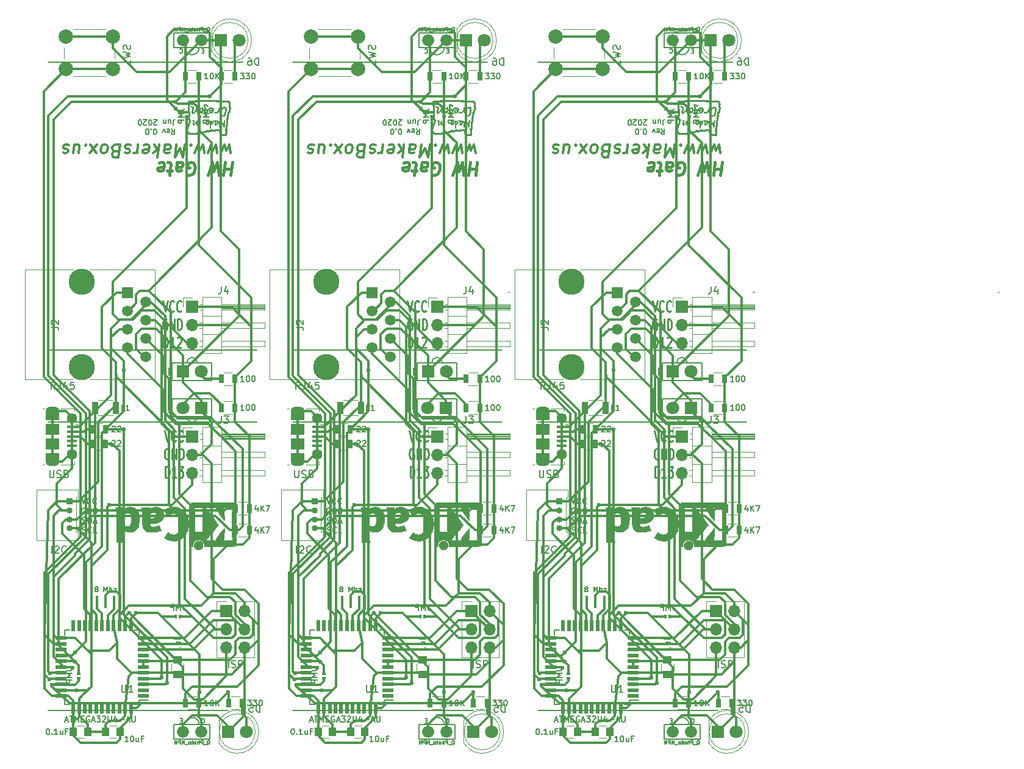
<source format=gbr>
%MOIN*%
%OFA0B0*%
%FSLAX46Y46*%
%IPPOS*%
%LPD*%
%ADD10C,0.0039370078740157488*%
%ADD11R,0.066929133858267723X0.066929133858267723*%
%ADD12O,0.066929133858267723X0.066929133858267723*%
%ADD13C,0.057086614173228349*%
%ADD14O,0.074803149606299218X0.047244094488188976*%
%ADD15R,0.033464566929133861X0.033464566929133861*%
%ADD16C,0.033464566929133861*%
%ADD17C,0.1437007874015748*%
%ADD18R,0.059055118110236227X0.059055118110236227*%
%ADD19C,0.059055118110236227*%
%ADD20C,0.07874015748031496*%
%ADD21C,0.066*%
%ADD22R,0.070866141732283464X0.070866141732283464*%
%ADD23C,0.070866141732283464*%
%ADD24R,0.015748031496062995X0.023622047244094488*%
%ADD25R,0.023622047244094488X0.015748031496062995*%
%ADD26C,0.023622047244094488*%
%ADD27C,0.012000000000000002*%
%ADD38C,0.0039370078740157488*%
%ADD39C,0.057086614173228349*%
%ADD40O,0.074803149606299218X0.047244094488188976*%
%ADD41R,0.033464566929133861X0.033464566929133861*%
%ADD42C,0.033464566929133861*%
%ADD43C,0.1437007874015748*%
%ADD44R,0.059055118110236227X0.059055118110236227*%
%ADD45C,0.059055118110236227*%
%ADD46C,0.07874015748031496*%
%ADD47C,0.066*%
%ADD48R,0.070866141732283464X0.070866141732283464*%
%ADD49C,0.070866141732283464*%
%ADD50R,0.015748031496062995X0.023622047244094488*%
%ADD51R,0.023622047244094488X0.015748031496062995*%
%ADD52R,0.066929133858267723X0.066929133858267723*%
%ADD53O,0.066929133858267723X0.066929133858267723*%
%ADD54C,0.0039370078740157488*%
%ADD55C,0.0078740157480314977*%
%ADD56C,0.011811023622047244*%
%ADD57C,0.0047244094488188976*%
%ADD58C,0.005905511811023622*%
%ADD59C,0.005*%
%ADD60C,0.0039370078740157488*%
%ADD61R,0.066929133858267723X0.066929133858267723*%
%ADD62O,0.066929133858267723X0.066929133858267723*%
%ADD63R,0.035433070866141732X0.066929133858267723*%
%ADD64R,0.059055118110236227X0.021653543307086617*%
%ADD65R,0.021653543307086617X0.059055118110236227*%
%ADD66R,0.074803149606299218X0.059055118110236227*%
%ADD67C,0.057086614173228349*%
%ADD68R,0.053149606299212608X0.015748031496062995*%
%ADD69O,0.074803149606299218X0.047244094488188976*%
%ADD70R,0.074803149606299218X0.047244094488188976*%
%ADD71R,0.015748031496062995X0.070866141732283464*%
%ADD72R,0.033464566929133861X0.033464566929133861*%
%ADD73C,0.033464566929133861*%
%ADD74C,0.1437007874015748*%
%ADD75R,0.059055118110236227X0.059055118110236227*%
%ADD76C,0.059055118110236227*%
%ADD77C,0.07874015748031496*%
%ADD78C,0.066*%
%ADD79R,0.070866141732283464X0.070866141732283464*%
%ADD80C,0.070866141732283464*%
%ADD81R,0.027559055118110236X0.051181102362204731*%
%ADD82R,0.03937007874015748X0.049212598425196853*%
%ADD83R,0.049212598425196853X0.03937007874015748*%
%ADD84C,0.023622047244094488*%
%ADD85C,0.012000000000000002*%
%ADD86C,0.0039370078740157488*%
%ADD87R,0.066929133858267723X0.066929133858267723*%
%ADD88O,0.066929133858267723X0.066929133858267723*%
%ADD89R,0.035433070866141732X0.066929133858267723*%
%ADD90R,0.059055118110236227X0.021653543307086617*%
%ADD91R,0.021653543307086617X0.059055118110236227*%
%ADD92R,0.074803149606299218X0.059055118110236227*%
%ADD93C,0.057086614173228349*%
%ADD94R,0.053149606299212608X0.015748031496062995*%
%ADD95O,0.074803149606299218X0.047244094488188976*%
%ADD96R,0.074803149606299218X0.047244094488188976*%
%ADD97R,0.015748031496062995X0.070866141732283464*%
%ADD98R,0.033464566929133861X0.033464566929133861*%
%ADD99C,0.033464566929133861*%
%ADD100C,0.1437007874015748*%
%ADD101R,0.059055118110236227X0.059055118110236227*%
%ADD102C,0.059055118110236227*%
%ADD103C,0.07874015748031496*%
%ADD104C,0.066*%
%ADD105R,0.070866141732283464X0.070866141732283464*%
%ADD106C,0.070866141732283464*%
%ADD107R,0.027559055118110236X0.051181102362204731*%
%ADD108R,0.03937007874015748X0.049212598425196853*%
%ADD109R,0.049212598425196853X0.03937007874015748*%
%ADD110C,0.0039370078740157488*%
%ADD111C,0.00984251968503937*%
%ADD112C,0.005905511811023622*%
%ADD113C,0.0078740157480314977*%
%ADD114C,0.011811023622047244*%
%ADD115C,0.015748031496062995*%
%ADD116C,0.0047244094488188976*%
%ADD117C,0.00010000000000000002*%
%ADD118C,0.00039370078740157485*%
%ADD119C,0.0039370078740157488*%
%ADD120R,0.066929133858267723X0.066929133858267723*%
%ADD121O,0.066929133858267723X0.066929133858267723*%
%ADD122C,0.057086614173228349*%
%ADD123O,0.074803149606299218X0.047244094488188976*%
%ADD124R,0.033464566929133861X0.033464566929133861*%
%ADD125C,0.033464566929133861*%
%ADD126C,0.1437007874015748*%
%ADD127R,0.059055118110236227X0.059055118110236227*%
%ADD128C,0.059055118110236227*%
%ADD129C,0.07874015748031496*%
%ADD130C,0.066*%
%ADD131R,0.070866141732283464X0.070866141732283464*%
%ADD132C,0.070866141732283464*%
%ADD133R,0.015748031496062995X0.023622047244094488*%
%ADD134R,0.023622047244094488X0.015748031496062995*%
%ADD135C,0.023622047244094488*%
%ADD136C,0.012000000000000002*%
%ADD137C,0.0039370078740157488*%
%ADD138C,0.057086614173228349*%
%ADD139O,0.074803149606299218X0.047244094488188976*%
%ADD140R,0.033464566929133861X0.033464566929133861*%
%ADD141C,0.033464566929133861*%
%ADD142C,0.1437007874015748*%
%ADD143R,0.059055118110236227X0.059055118110236227*%
%ADD144C,0.059055118110236227*%
%ADD145C,0.07874015748031496*%
%ADD146C,0.066*%
%ADD147R,0.070866141732283464X0.070866141732283464*%
%ADD148C,0.070866141732283464*%
%ADD149R,0.015748031496062995X0.023622047244094488*%
%ADD150R,0.023622047244094488X0.015748031496062995*%
%ADD151R,0.066929133858267723X0.066929133858267723*%
%ADD152O,0.066929133858267723X0.066929133858267723*%
%ADD153C,0.0039370078740157488*%
%ADD154C,0.0078740157480314977*%
%ADD155C,0.011811023622047244*%
%ADD156C,0.0047244094488188976*%
%ADD157C,0.005905511811023622*%
%ADD158C,0.005*%
%ADD159C,0.0039370078740157488*%
%ADD160R,0.066929133858267723X0.066929133858267723*%
%ADD161O,0.066929133858267723X0.066929133858267723*%
%ADD162R,0.035433070866141732X0.066929133858267723*%
%ADD163R,0.059055118110236227X0.021653543307086617*%
%ADD164R,0.021653543307086617X0.059055118110236227*%
%ADD165R,0.074803149606299218X0.059055118110236227*%
%ADD166C,0.057086614173228349*%
%ADD167R,0.053149606299212608X0.015748031496062995*%
%ADD168O,0.074803149606299218X0.047244094488188976*%
%ADD169R,0.074803149606299218X0.047244094488188976*%
%ADD170R,0.015748031496062995X0.070866141732283464*%
%ADD171R,0.033464566929133861X0.033464566929133861*%
%ADD172C,0.033464566929133861*%
%ADD173C,0.1437007874015748*%
%ADD174R,0.059055118110236227X0.059055118110236227*%
%ADD175C,0.059055118110236227*%
%ADD176C,0.07874015748031496*%
%ADD177C,0.066*%
%ADD178R,0.070866141732283464X0.070866141732283464*%
%ADD179C,0.070866141732283464*%
%ADD180R,0.027559055118110236X0.051181102362204731*%
%ADD181R,0.03937007874015748X0.049212598425196853*%
%ADD182R,0.049212598425196853X0.03937007874015748*%
%ADD183C,0.023622047244094488*%
%ADD184C,0.012000000000000002*%
%ADD185C,0.0039370078740157488*%
%ADD186R,0.066929133858267723X0.066929133858267723*%
%ADD187O,0.066929133858267723X0.066929133858267723*%
%ADD188R,0.035433070866141732X0.066929133858267723*%
%ADD189R,0.059055118110236227X0.021653543307086617*%
%ADD190R,0.021653543307086617X0.059055118110236227*%
%ADD191R,0.074803149606299218X0.059055118110236227*%
%ADD192C,0.057086614173228349*%
%ADD193R,0.053149606299212608X0.015748031496062995*%
%ADD194O,0.074803149606299218X0.047244094488188976*%
%ADD195R,0.074803149606299218X0.047244094488188976*%
%ADD196R,0.015748031496062995X0.070866141732283464*%
%ADD197R,0.033464566929133861X0.033464566929133861*%
%ADD198C,0.033464566929133861*%
%ADD199C,0.1437007874015748*%
%ADD200R,0.059055118110236227X0.059055118110236227*%
%ADD201C,0.059055118110236227*%
%ADD202C,0.07874015748031496*%
%ADD203C,0.066*%
%ADD204R,0.070866141732283464X0.070866141732283464*%
%ADD205C,0.070866141732283464*%
%ADD206R,0.027559055118110236X0.051181102362204731*%
%ADD207R,0.03937007874015748X0.049212598425196853*%
%ADD208R,0.049212598425196853X0.03937007874015748*%
%ADD209C,0.0039370078740157488*%
%ADD210C,0.00984251968503937*%
%ADD211C,0.005905511811023622*%
%ADD212C,0.0078740157480314977*%
%ADD213C,0.011811023622047244*%
%ADD214C,0.015748031496062995*%
%ADD215C,0.0047244094488188976*%
%ADD216C,0.00010000000000000002*%
%ADD217C,0.00039370078740157485*%
%ADD218C,0.0039370078740157488*%
%ADD219R,0.066929133858267723X0.066929133858267723*%
%ADD220O,0.066929133858267723X0.066929133858267723*%
%ADD221C,0.057086614173228349*%
%ADD222O,0.074803149606299218X0.047244094488188976*%
%ADD223R,0.033464566929133861X0.033464566929133861*%
%ADD224C,0.033464566929133861*%
%ADD225C,0.1437007874015748*%
%ADD226R,0.059055118110236227X0.059055118110236227*%
%ADD227C,0.059055118110236227*%
%ADD228C,0.07874015748031496*%
%ADD229C,0.066*%
%ADD230R,0.070866141732283464X0.070866141732283464*%
%ADD231C,0.070866141732283464*%
%ADD232R,0.015748031496062995X0.023622047244094488*%
%ADD233R,0.023622047244094488X0.015748031496062995*%
%ADD234C,0.023622047244094488*%
%ADD235C,0.012000000000000002*%
%ADD236C,0.0039370078740157488*%
%ADD237C,0.057086614173228349*%
%ADD238O,0.074803149606299218X0.047244094488188976*%
%ADD239R,0.033464566929133861X0.033464566929133861*%
%ADD240C,0.033464566929133861*%
%ADD241C,0.1437007874015748*%
%ADD242R,0.059055118110236227X0.059055118110236227*%
%ADD243C,0.059055118110236227*%
%ADD244C,0.07874015748031496*%
%ADD245C,0.066*%
%ADD246R,0.070866141732283464X0.070866141732283464*%
%ADD247C,0.070866141732283464*%
%ADD248R,0.015748031496062995X0.023622047244094488*%
%ADD249R,0.023622047244094488X0.015748031496062995*%
%ADD250R,0.066929133858267723X0.066929133858267723*%
%ADD251O,0.066929133858267723X0.066929133858267723*%
%ADD252C,0.0039370078740157488*%
%ADD253C,0.0078740157480314977*%
%ADD254C,0.011811023622047244*%
%ADD255C,0.0047244094488188976*%
%ADD256C,0.005905511811023622*%
%ADD257C,0.005*%
%ADD258C,0.0039370078740157488*%
%ADD259R,0.066929133858267723X0.066929133858267723*%
%ADD260O,0.066929133858267723X0.066929133858267723*%
%ADD261R,0.035433070866141732X0.066929133858267723*%
%ADD262R,0.059055118110236227X0.021653543307086617*%
%ADD263R,0.021653543307086617X0.059055118110236227*%
%ADD264R,0.074803149606299218X0.059055118110236227*%
%ADD265C,0.057086614173228349*%
%ADD266R,0.053149606299212608X0.015748031496062995*%
%ADD267O,0.074803149606299218X0.047244094488188976*%
%ADD268R,0.074803149606299218X0.047244094488188976*%
%ADD269R,0.015748031496062995X0.070866141732283464*%
%ADD270R,0.033464566929133861X0.033464566929133861*%
%ADD271C,0.033464566929133861*%
%ADD272C,0.1437007874015748*%
%ADD273R,0.059055118110236227X0.059055118110236227*%
%ADD274C,0.059055118110236227*%
%ADD275C,0.07874015748031496*%
%ADD276C,0.066*%
%ADD277R,0.070866141732283464X0.070866141732283464*%
%ADD278C,0.070866141732283464*%
%ADD279R,0.027559055118110236X0.051181102362204731*%
%ADD280R,0.03937007874015748X0.049212598425196853*%
%ADD281R,0.049212598425196853X0.03937007874015748*%
%ADD282C,0.023622047244094488*%
%ADD283C,0.012000000000000002*%
%ADD284C,0.0039370078740157488*%
%ADD285R,0.066929133858267723X0.066929133858267723*%
%ADD286O,0.066929133858267723X0.066929133858267723*%
%ADD287R,0.035433070866141732X0.066929133858267723*%
%ADD288R,0.059055118110236227X0.021653543307086617*%
%ADD289R,0.021653543307086617X0.059055118110236227*%
%ADD290R,0.074803149606299218X0.059055118110236227*%
%ADD291C,0.057086614173228349*%
%ADD292R,0.053149606299212608X0.015748031496062995*%
%ADD293O,0.074803149606299218X0.047244094488188976*%
%ADD294R,0.074803149606299218X0.047244094488188976*%
%ADD295R,0.015748031496062995X0.070866141732283464*%
%ADD296R,0.033464566929133861X0.033464566929133861*%
%ADD297C,0.033464566929133861*%
%ADD298C,0.1437007874015748*%
%ADD299R,0.059055118110236227X0.059055118110236227*%
%ADD300C,0.059055118110236227*%
%ADD301C,0.07874015748031496*%
%ADD302C,0.066*%
%ADD303R,0.070866141732283464X0.070866141732283464*%
%ADD304C,0.070866141732283464*%
%ADD305R,0.027559055118110236X0.051181102362204731*%
%ADD306R,0.03937007874015748X0.049212598425196853*%
%ADD307R,0.049212598425196853X0.03937007874015748*%
%ADD308C,0.0039370078740157488*%
%ADD309C,0.00984251968503937*%
%ADD310C,0.005905511811023622*%
%ADD311C,0.0078740157480314977*%
%ADD312C,0.011811023622047244*%
%ADD313C,0.015748031496062995*%
%ADD314C,0.0047244094488188976*%
%ADD315C,0.00010000000000000002*%
%ADD316C,0.00039370078740157485*%
G01*
D10*
D11*
X-0001585590Y0005362952D02*
X0001013779Y0000738188D03*
D12*
X0001113779Y0000738188D03*
X0001013779Y0000638188D03*
X0001113779Y0000638188D03*
X0001013779Y0000538188D03*
X0001113779Y0000538188D03*
D13*
X0000171259Y0001791338D03*
X0000171259Y0001594487D03*
D14*
X0000064960Y0001830708D03*
X0000064960Y0001555117D03*
D15*
X0000157480Y0001338582D03*
D16*
X0000157480Y0001289369D03*
X0000157480Y0001240157D03*
X0000157480Y0001190944D03*
D17*
X0000222440Y0002071653D03*
X0000222440Y0002538976D03*
D18*
X0000472440Y0002480314D03*
D19*
X0000572440Y0002430314D03*
X0000472440Y0002380314D03*
X0000572440Y0002330314D03*
X0000472440Y0002280314D03*
X0000572440Y0002230314D03*
X0000472440Y0002180314D03*
X0000572440Y0002130314D03*
D20*
X0000393700Y0003700787D03*
X0000393700Y0003877952D03*
X0000137795Y0003700787D03*
X0000137795Y0003877952D03*
D21*
X0000776771Y0000078739D03*
X0000876771Y0000078739D03*
X0000876771Y0003858267D03*
X0000776771Y0003858267D03*
D22*
X0000875984Y0001850393D03*
D23*
X0000775984Y0001850393D03*
D22*
X0000777559Y0002047243D03*
D23*
X0000877559Y0002047243D03*
D22*
X0000984252Y0003858267D03*
D23*
X0001084252Y0003858267D03*
D22*
X0001023622Y0000078739D03*
D23*
X0001123622Y0000078739D03*
D24*
X0000736220Y0000708661D03*
X0000759842Y0000708661D03*
D25*
X0000797244Y0003466535D03*
X0000797244Y0003442913D03*
X0000206692Y0000372047D03*
X0000206692Y0000395669D03*
X0000866141Y0003466535D03*
X0000866141Y0003442913D03*
D11*
X0000826771Y0001692913D03*
D12*
X0000826771Y0001592913D03*
X0000826771Y0001492913D03*
D11*
X0000826771Y0002401574D03*
D12*
X0000826771Y0002301574D03*
X0000826771Y0002201574D03*
D26*
X0000187007Y0000462598D03*
X0000173228Y0000427165D03*
X0000738189Y0003523621D03*
X0000374015Y0001318897D03*
X0000196850Y0000305117D03*
X0000187007Y0000511810D03*
X0000452755Y0002057086D03*
X0000519685Y0000728346D03*
X0000866141Y0000295275D03*
X0000047244Y0000364172D03*
X0000738189Y0003484251D03*
X0000925196Y0003553149D03*
X0000051181Y0000397637D03*
X0001023622Y0000295275D03*
X0000059055Y0000334645D03*
X0000482283Y0000728346D03*
X0000659448Y0000374015D03*
X0000383858Y0001653543D03*
X0000452755Y0001732283D03*
X0000688976Y0000344487D03*
D27*
X0000826771Y0002301574D02*
X0001031889Y0002301574D01*
X0001031889Y0002301574D02*
X0001033464Y0002303149D01*
X0000826771Y0001592913D02*
X0000887401Y0001592913D01*
X0000935039Y0000915354D02*
X0000994094Y0000856298D01*
X0000935039Y0001545275D02*
X0000935039Y0000915354D01*
X0000887401Y0001592913D02*
X0000935039Y0001545275D01*
X0000875984Y0001850393D02*
X0000875984Y0001830708D01*
X0000875984Y0001830708D02*
X0000935039Y0001771653D01*
X0000874409Y0001592913D02*
X0000826771Y0001592913D01*
X0000935039Y0001653543D02*
X0000874409Y0001592913D01*
X0000935039Y0001771653D02*
X0000935039Y0001653543D01*
X0001112204Y0000856298D02*
X0001190944Y0000777558D01*
X0001190944Y0000580708D02*
X0001190944Y0000777558D01*
X0001148425Y0000538188D02*
X0001190944Y0000580708D01*
X0001113779Y0000538188D02*
X0001148425Y0000538188D01*
X0000994094Y0000856298D02*
X0001112204Y0000856298D01*
X0000393700Y0003877952D02*
X0000393700Y0003814960D01*
X0000703543Y0003685039D02*
X0000876771Y0003858267D01*
X0000523622Y0003685039D02*
X0000703543Y0003685039D01*
X0000393700Y0003814960D02*
X0000523622Y0003685039D01*
X0001082677Y0002667322D02*
X0001082677Y0002716535D01*
X0000777559Y0002047243D02*
X0001033464Y0002303149D01*
X0001033464Y0002303149D02*
X0001082677Y0002352361D01*
X0001082677Y0002667322D02*
X0001082677Y0002421259D01*
X0001082677Y0002421259D02*
X0001082677Y0002352361D01*
X0000984252Y0002814960D02*
X0000984252Y0003769684D01*
X0001082677Y0002716535D02*
X0000984252Y0002814960D01*
X0000984252Y0003858267D02*
X0000984252Y0003769684D01*
X0000984252Y0003769684D02*
X0000984252Y0003759842D01*
X0000393700Y0003877952D02*
X0000137795Y0003877952D01*
X0000876771Y0003858267D02*
X0000875984Y0003858267D01*
X0000984252Y0003858267D02*
X0000876771Y0003858267D01*
X0000777559Y0002047243D02*
X0000777559Y0002076771D01*
X0000875984Y0001850393D02*
X0000875984Y0001889763D01*
X0000777559Y0001988188D02*
X0000777559Y0002047243D01*
X0000875984Y0001889763D02*
X0000777559Y0001988188D01*
X0001023622Y0000078739D02*
X0001023622Y0000108267D01*
X0001023622Y0000108267D02*
X0000964566Y0000167322D01*
X0000776771Y0000117322D02*
X0000776771Y0000078739D01*
X0000826771Y0000167322D02*
X0000776771Y0000117322D01*
X0000964566Y0000167322D02*
X0000826771Y0000167322D01*
X0001113779Y0000538188D02*
X0001113779Y0000168897D01*
X0001113779Y0000168897D02*
X0001023622Y0000078739D01*
X0000171259Y0001594487D02*
X0000171259Y0001791338D01*
X0000171259Y0001594487D02*
X0000171259Y0001519684D01*
X0000118110Y0001289369D02*
X0000157480Y0001289369D01*
X0000088582Y0001318897D02*
X0000118110Y0001289369D01*
X0000088582Y0001437007D02*
X0000088582Y0001318897D01*
X0000171259Y0001519684D02*
X0000088582Y0001437007D01*
X0000206692Y0000395669D02*
X0000206692Y0000442913D01*
X0000206692Y0000442913D02*
X0000187007Y0000462598D01*
X0000429921Y0002280314D02*
X0000472440Y0002280314D01*
X0000383858Y0002234251D02*
X0000429921Y0002280314D01*
X0000383858Y0001919291D02*
X0000383858Y0002234251D01*
X0000295275Y0001830708D02*
X0000383858Y0001919291D01*
X0000295275Y0001112204D02*
X0000295275Y0001830708D01*
X0000098425Y0000915354D02*
X0000295275Y0001112204D01*
X0000098425Y0000551180D02*
X0000098425Y0000915354D01*
X0000187007Y0000462598D02*
X0000098425Y0000551180D01*
X0000472440Y0002280314D02*
X0000472440Y0002275590D01*
X0000173228Y0000427165D02*
X0000167322Y0000433070D01*
X0000167322Y0000433070D02*
X0000125984Y0000433070D01*
X0000125984Y0000433070D02*
X0000068897Y0000490157D01*
X0000068897Y0000490157D02*
X0000068897Y0000561023D01*
X0000866141Y0003466535D02*
X0000866141Y0003484251D01*
X0000748031Y0003513779D02*
X0000738189Y0003523621D01*
X0000836614Y0003513779D02*
X0000748031Y0003513779D01*
X0000866141Y0003484251D02*
X0000836614Y0003513779D01*
X0000167322Y0003523621D02*
X0000738189Y0003523621D01*
X0000068897Y0003425196D02*
X0000167322Y0003523621D01*
X0000068897Y0002027558D02*
X0000068897Y0003425196D01*
X0000265937Y0001830519D02*
X0000068897Y0002027558D01*
X0000265937Y0001132078D02*
X0000265937Y0001830519D01*
X0000187007Y0001053149D02*
X0000265937Y0001132078D01*
X0000187007Y0001043306D02*
X0000187007Y0001053149D01*
X0000068897Y0000925196D02*
X0000187007Y0001043306D01*
X0000068897Y0000561023D02*
X0000068897Y0000925196D01*
X0000255905Y0000305117D02*
X0000196850Y0000305117D01*
X0000374015Y0001318897D02*
X0000364173Y0001309054D01*
X0000364173Y0001309054D02*
X0000364173Y0001072834D01*
X0000364173Y0001072834D02*
X0000275590Y0000984251D01*
X0000275590Y0000984251D02*
X0000275590Y0000324802D01*
X0000275590Y0000324802D02*
X0000255905Y0000305117D01*
X0000187007Y0000511810D02*
X0000246063Y0000570865D01*
X0000452755Y0002057086D02*
X0000452755Y0001830708D01*
X0000452755Y0001830708D02*
X0000334645Y0001712598D01*
X0000334645Y0001712598D02*
X0000334645Y0001092519D01*
X0000334645Y0001092519D02*
X0000246063Y0001003936D01*
X0000246063Y0001003936D02*
X0000246063Y0000570865D01*
X0000659448Y0000708661D02*
X0000639763Y0000728346D01*
X0000639763Y0000728346D02*
X0000519685Y0000728346D01*
X0000736220Y0000708661D02*
X0000659448Y0000708661D01*
X0000866141Y0000501968D02*
X0000659448Y0000708661D01*
X0000866141Y0000295275D02*
X0000866141Y0000501968D01*
X0000019685Y0000413385D02*
X0000019685Y0000948818D01*
X0000019685Y0000948818D02*
X0000216535Y0001145669D01*
X0000216535Y0001145669D02*
X0000216535Y0001818897D01*
X0000216535Y0001818897D02*
X0000015748Y0002019684D01*
X0000015748Y0002019684D02*
X0000015748Y0003578739D01*
X0000015748Y0003578739D02*
X0000137795Y0003700787D01*
X0000019685Y0000391732D02*
X0000019685Y0000413385D01*
X0000047244Y0000364172D02*
X0000019685Y0000391732D01*
X0000137795Y0003700787D02*
X0000393700Y0003700787D01*
X0000755905Y0003466535D02*
X0000738189Y0003484251D01*
X0000755905Y0003466535D02*
X0000797244Y0003466535D01*
X0000147637Y0003553149D02*
X0000895669Y0003553149D01*
X0000039370Y0003444881D02*
X0000147637Y0003553149D01*
X0000039370Y0002024168D02*
X0000039370Y0003444881D01*
X0000246063Y0001817476D02*
X0000039370Y0002024168D01*
X0000246063Y0001147090D02*
X0000246063Y0001817476D01*
X0000039559Y0000940586D02*
X0000246063Y0001147090D01*
X0000039559Y0000432881D02*
X0000039559Y0000940586D01*
X0000895669Y0003553149D02*
X0000925196Y0003553149D01*
X0000039559Y0000409259D02*
X0000039559Y0000432881D01*
X0000051181Y0000397637D02*
X0000039559Y0000409259D01*
X0000679133Y0001791338D02*
X0000679133Y0001781306D01*
X0000956299Y0000638188D02*
X0000787401Y0000807086D01*
X0000679133Y0001791338D02*
X0000679133Y0002352361D01*
X0000601181Y0002430314D02*
X0000679133Y0002352361D01*
X0000956299Y0000638188D02*
X0001013779Y0000638188D01*
X0000787401Y0001299212D02*
X0000787401Y0000807086D01*
X0000728346Y0001358267D02*
X0000787401Y0001299212D01*
X0000728346Y0001732094D02*
X0000728346Y0001358267D01*
X0000679133Y0001781306D02*
X0000728346Y0001732094D01*
X0000572440Y0002430314D02*
X0000572440Y0002412991D01*
X0000572440Y0002412991D02*
X0000492126Y0002332676D01*
X0000797244Y0002942913D02*
X0000797244Y0003442913D01*
X0000393700Y0002539369D02*
X0000797244Y0002942913D01*
X0000393700Y0002362204D02*
X0000393700Y0002539369D01*
X0000423228Y0002332676D02*
X0000393700Y0002362204D01*
X0000492126Y0002332676D02*
X0000423228Y0002332676D01*
X0000601181Y0002430314D02*
X0000572440Y0002430314D01*
X0000708661Y0001819444D02*
X0000708661Y0001801180D01*
X0000905511Y0000816928D02*
X0001033464Y0000816928D01*
X0000816929Y0000905511D02*
X0000905511Y0000816928D01*
X0001033464Y0000816928D02*
X0001062992Y0000787401D01*
X0001062992Y0000787401D02*
X0001062992Y0000718503D01*
X0001113779Y0000667716D02*
X0001062992Y0000718503D01*
X0000708661Y0002372047D02*
X0000708661Y0001819444D01*
X0000708661Y0002372047D02*
X0000590551Y0002490157D01*
X0000816929Y0001318897D02*
X0000816929Y0000905511D01*
X0000757874Y0001377952D02*
X0000816929Y0001318897D01*
X0000757874Y0001751968D02*
X0000757874Y0001377952D01*
X0000708661Y0001801180D02*
X0000757874Y0001751968D01*
X0000541338Y0002490157D02*
X0000590551Y0002490157D01*
X0000521653Y0002470472D02*
X0000541338Y0002490157D01*
X0000521653Y0002421259D02*
X0000521653Y0002470472D01*
X0000480708Y0002380314D02*
X0000521653Y0002421259D01*
X0000590551Y0002490157D02*
X0000935039Y0002834645D01*
X0000935039Y0002834645D02*
X0000935039Y0003297243D01*
X0000935039Y0003297243D02*
X0000866141Y0003366141D01*
X0000866141Y0003366141D02*
X0000866141Y0003442913D01*
X0000472440Y0002380314D02*
X0000480708Y0002380314D01*
X0001113779Y0000667716D02*
X0001113779Y0000638188D01*
X0000659259Y0001761999D02*
X0000698818Y0001722440D01*
X0000622251Y0002330314D02*
X0000659259Y0002293306D01*
X0000659259Y0002293306D02*
X0000659259Y0001761999D01*
X0000826771Y0000708661D02*
X0000757874Y0000777558D01*
X0000622251Y0002330314D02*
X0000572440Y0002330314D01*
X0000757874Y0001259842D02*
X0000757874Y0000777558D01*
X0000698818Y0001318897D02*
X0000757874Y0001259842D01*
X0000698818Y0001545086D02*
X0000698818Y0001318897D01*
X0000698818Y0001722440D02*
X0000698818Y0001545086D01*
X0000759842Y0000708661D02*
X0000826771Y0000708661D01*
X0001062992Y0000688976D02*
X0001013779Y0000738188D01*
X0001062992Y0000610235D02*
X0001062992Y0000688976D01*
X0001043307Y0000590550D02*
X0001062992Y0000610235D01*
X0000944881Y0000590550D02*
X0001043307Y0000590550D01*
X0000826771Y0000708661D02*
X0000944881Y0000590550D01*
X0000572440Y0002330314D02*
X0000571259Y0002330314D01*
X0000738189Y0000236220D02*
X0000157480Y0000236220D01*
X0001023622Y0000295275D02*
X0000964566Y0000236220D01*
X0000964566Y0000236220D02*
X0000738189Y0000236220D01*
X0000059055Y0000324802D02*
X0000059055Y0000334645D01*
X0000137795Y0000255905D02*
X0000059055Y0000324802D01*
X0000157480Y0000236220D02*
X0000137795Y0000255905D01*
X0000059055Y0000334645D02*
X0000187007Y0000334645D01*
X0000206692Y0000354330D02*
X0000206692Y0000372047D01*
X0000187007Y0000334645D02*
X0000206692Y0000354330D01*
X0000807086Y0000285432D02*
X0000807275Y0000285432D01*
X0000777559Y0000433070D02*
X0000777559Y0000314960D01*
X0000777559Y0000314960D02*
X0000807086Y0000285432D01*
X0000482283Y0000728346D02*
X0000777559Y0000433070D01*
X0001013779Y0000383858D02*
X0001013779Y0000538188D01*
X0000886015Y0000256094D02*
X0001013779Y0000383858D01*
X0000836614Y0000256094D02*
X0000886015Y0000256094D01*
X0000807275Y0000285432D02*
X0000836614Y0000256094D01*
X0000383858Y0001653543D02*
X0000389763Y0001653543D01*
X0000429133Y0001614172D02*
X0000429133Y0000702755D01*
X0000389763Y0001653543D02*
X0000429133Y0001614172D01*
X0000433070Y0000698818D02*
X0000659448Y0000472440D01*
X0000659448Y0000472440D02*
X0000659448Y0000374015D01*
X0000688976Y0000344487D02*
X0000688976Y0000484251D01*
X0000452755Y0000720472D02*
X0000452755Y0001732283D01*
X0000688976Y0000484251D02*
X0000452755Y0000720472D01*
G04 next file*
G04 #@! TF.FileFunction,Soldermask,Bot*
G04 Gerber Fmt 4.6, Leading zero omitted, Abs format (unit mm)*
G04 Created by KiCad (PCBNEW 4.0.6) date 06/30/20 08:16:22*
G01*
G04 APERTURE LIST*
G04 APERTURE END LIST*
D38*
D39*
X-0001585590Y0005362952D02*
X0000171259Y0001791338D03*
X0000171259Y0001594487D03*
D40*
X0000064960Y0001830708D03*
X0000064960Y0001555117D03*
D41*
X0000157480Y0001338582D03*
D42*
X0000157480Y0001289369D03*
X0000157480Y0001240157D03*
X0000157480Y0001190944D03*
D43*
X0000222440Y0002071653D03*
X0000222440Y0002538976D03*
D44*
X0000472440Y0002480314D03*
D45*
X0000572440Y0002430314D03*
X0000472440Y0002380314D03*
X0000572440Y0002330314D03*
X0000472440Y0002280314D03*
X0000572440Y0002230314D03*
X0000472440Y0002180314D03*
X0000572440Y0002130314D03*
D46*
X0000393700Y0003700787D03*
X0000393700Y0003877952D03*
X0000137795Y0003700787D03*
X0000137795Y0003877952D03*
D47*
X0000776771Y0000078739D03*
X0000876771Y0000078739D03*
X0000876771Y0003858267D03*
X0000776771Y0003858267D03*
D48*
X0000875984Y0001850393D03*
D49*
X0000775984Y0001850393D03*
D48*
X0000777559Y0002047243D03*
D49*
X0000877559Y0002047243D03*
D48*
X0000984252Y0003858267D03*
D49*
X0001084252Y0003858267D03*
D48*
X0001023622Y0000078739D03*
D49*
X0001123622Y0000078739D03*
D50*
X0000736220Y0000708661D03*
X0000759842Y0000708661D03*
D51*
X0000797244Y0003466535D03*
X0000797244Y0003442913D03*
X0000206692Y0000372047D03*
X0000206692Y0000395669D03*
X0000866141Y0003466535D03*
X0000866141Y0003442913D03*
D52*
X0000826771Y0001692913D03*
D53*
X0000826771Y0001592913D03*
X0000826771Y0001492913D03*
D52*
X0000826771Y0002401574D03*
D53*
X0000826771Y0002301574D03*
X0000826771Y0002201574D03*
G04 next file*
G04 #@! TF.FileFunction,Legend,Bot*
G04 Gerber Fmt 4.6, Leading zero omitted, Abs format (unit mm)*
G04 Created by KiCad (PCBNEW 4.0.6) date 06/30/20 08:16:22*
G01*
G04 APERTURE LIST*
G04 APERTURE END LIST*
D54*
D55*
X0000039370Y0003740157D02*
X0001102362Y0003740157D01*
X0001181102Y0002165354D02*
X0000039370Y0002165354D01*
X0000039370Y0001771653D02*
X0001181102Y0001771653D01*
X0000039370Y0000196850D02*
X0001023622Y0000196850D01*
D56*
D55*
D57*
X0000354330Y0003661417D02*
X0000177165Y0003661417D01*
X0000403543Y0003818897D02*
X0000403543Y0003759842D01*
X0000177165Y0003917322D02*
X0000354330Y0003917322D01*
X0000127952Y0003759842D02*
X0000127952Y0003818897D01*
D58*
X0000826771Y0000157480D02*
G75*
G02X0000866141Y0000118110J-0000039370D01*
G01*
X0000787401Y0000118110D02*
G75*
G02X0000826771Y0000157480I0000039370D01*
G01*
X0000728346Y0000039369D02*
X0000925196Y0000039369D01*
X0000925196Y0000039369D02*
X0000925196Y0000118110D01*
X0000925196Y0000118110D02*
X0000728346Y0000118110D01*
X0000728346Y0000118110D02*
X0000728346Y0000039369D01*
X0000826771Y0003779527D02*
G75*
G02X0000787401Y0003818897J0000039370D01*
G01*
X0000866141Y0003818897D02*
G75*
G02X0000826771Y0003779527I-0000039370D01*
G01*
X0000925196Y0003897637D02*
X0000728346Y0003897637D01*
X0000728346Y0003897637D02*
X0000728346Y0003818897D01*
X0000728346Y0003818897D02*
X0000925196Y0003818897D01*
X0000925196Y0003818897D02*
X0000925196Y0003897637D01*
X0000826771Y0001771653D02*
G75*
G02X0000797244Y0001801180J0000029527D01*
G01*
X0000856299Y0001801180D02*
G75*
G02X0000826771Y0001771653I-0000029527D01*
G01*
X0000718503Y0001899606D02*
X0000718503Y0001801180D01*
X0000718503Y0001801180D02*
X0000935039Y0001801180D01*
X0000935039Y0001801180D02*
X0000935039Y0001899606D01*
X0000935039Y0001899606D02*
X0000718503Y0001899606D01*
X0000826771Y0002125984D02*
G75*
G02X0000856299Y0002096456J-0000029527D01*
G01*
X0000797244Y0002096456D02*
G75*
G02X0000826771Y0002125984I0000029527D01*
G01*
X0000935039Y0001998031D02*
X0000935039Y0002096456D01*
X0000935039Y0002096456D02*
X0000718503Y0002096456D01*
X0000718503Y0002096456D02*
X0000718503Y0001998031D01*
X0000718503Y0001998031D02*
X0000935039Y0001998031D01*
D57*
X0001151968Y0003858285D02*
G75*
G02X0000933464Y0003797447I-0000117716J-0000000018D01*
G01*
X0001151968Y0003858249D02*
G75*
G03X0000933464Y0003919087I-0000117716J0000000018D01*
G01*
X0001132677Y0003858267D02*
G75*
G03X0001132677Y0003858267I-0000098425D01*
G01*
X0000933464Y0003797440D02*
X0000933464Y0003919094D01*
X0001191338Y0000078758D02*
G75*
G02X0000972834Y0000017919I-0000117716J-0000000018D01*
G01*
X0001191338Y0000078721D02*
G75*
G03X0000972834Y0000139560I-0000117716J0000000018D01*
G01*
X0001172047Y0000078739D02*
G75*
G03X0001172047Y0000078739I-0000098425D01*
G01*
X0000972834Y0000017913D02*
X0000972834Y0000139566D01*
D58*
X0000488376Y0003832020D02*
X0000490251Y0003826396D01*
X0000490251Y0003817022D01*
X0000488376Y0003813273D01*
X0000486501Y0003811398D01*
X0000482752Y0003809523D01*
X0000479002Y0003809523D01*
X0000475253Y0003811398D01*
X0000473378Y0003813273D01*
X0000471503Y0003817022D01*
X0000469628Y0003824521D01*
X0000467754Y0003828271D01*
X0000465879Y0003830145D01*
X0000462129Y0003832020D01*
X0000458380Y0003832020D01*
X0000454630Y0003830145D01*
X0000452755Y0003828271D01*
X0000450881Y0003824521D01*
X0000450881Y0003815147D01*
X0000452755Y0003809523D01*
X0000450881Y0003796400D02*
X0000490251Y0003787026D01*
X0000462129Y0003779527D01*
X0000490251Y0003772028D01*
X0000450881Y0003762654D01*
X0000490251Y0003727033D02*
X0000490251Y0003749531D01*
X0000490251Y0003738282D02*
X0000450881Y0003738282D01*
X0000456505Y0003742032D01*
X0000460255Y0003745781D01*
X0000462129Y0003749531D01*
D59*
X0000908200Y0000008732D02*
X0000910105Y0000009684D01*
X0000912009Y0000011589D01*
X0000914866Y0000014446D01*
X0000916771Y0000015399D01*
X0000918676Y0000015399D01*
X0000917724Y0000010637D02*
X0000919628Y0000011589D01*
X0000921533Y0000013494D01*
X0000922485Y0000017303D01*
X0000922485Y0000023970D01*
X0000921533Y0000027780D01*
X0000919628Y0000029684D01*
X0000917724Y0000030637D01*
X0000913914Y0000030637D01*
X0000912009Y0000029684D01*
X0000910105Y0000027780D01*
X0000909152Y0000023970D01*
X0000909152Y0000017303D01*
X0000910105Y0000013494D01*
X0000912009Y0000011589D01*
X0000913914Y0000010637D01*
X0000917724Y0000010637D01*
X0000905343Y0000008732D02*
X0000890105Y0000008732D01*
X0000885343Y0000010637D02*
X0000885343Y0000030637D01*
X0000877724Y0000030637D01*
X0000875819Y0000029684D01*
X0000874866Y0000028732D01*
X0000873914Y0000026827D01*
X0000873914Y0000023970D01*
X0000874866Y0000022065D01*
X0000875819Y0000021113D01*
X0000877724Y0000020160D01*
X0000885343Y0000020160D01*
X0000865343Y0000010637D02*
X0000865343Y0000030637D01*
X0000856771Y0000010637D02*
X0000856771Y0000021113D01*
X0000857724Y0000023018D01*
X0000859628Y0000023970D01*
X0000862485Y0000023970D01*
X0000864390Y0000023018D01*
X0000865343Y0000022065D01*
X0000844390Y0000010637D02*
X0000846295Y0000011589D01*
X0000847247Y0000012541D01*
X0000848200Y0000014446D01*
X0000848200Y0000020160D01*
X0000847247Y0000022065D01*
X0000846295Y0000023018D01*
X0000844390Y0000023970D01*
X0000841533Y0000023970D01*
X0000839628Y0000023018D01*
X0000838676Y0000022065D01*
X0000837724Y0000020160D01*
X0000837724Y0000014446D01*
X0000838676Y0000012541D01*
X0000839628Y0000011589D01*
X0000841533Y0000010637D01*
X0000844390Y0000010637D01*
X0000832009Y0000023970D02*
X0000824390Y0000023970D01*
X0000829152Y0000030637D02*
X0000829152Y0000013494D01*
X0000828200Y0000011589D01*
X0000826295Y0000010637D01*
X0000824390Y0000010637D01*
X0000814866Y0000010637D02*
X0000816771Y0000011589D01*
X0000817724Y0000012541D01*
X0000818676Y0000014446D01*
X0000818676Y0000020160D01*
X0000817724Y0000022065D01*
X0000816771Y0000023018D01*
X0000814866Y0000023970D01*
X0000812009Y0000023970D01*
X0000810105Y0000023018D01*
X0000809152Y0000022065D01*
X0000808200Y0000020160D01*
X0000808200Y0000014446D01*
X0000809152Y0000012541D01*
X0000810105Y0000011589D01*
X0000812009Y0000010637D01*
X0000814866Y0000010637D01*
X0000804390Y0000008732D02*
X0000789152Y0000008732D01*
X0000784390Y0000010637D02*
X0000784390Y0000030637D01*
X0000772962Y0000010637D01*
X0000772962Y0000030637D01*
X0000763438Y0000010637D02*
X0000763438Y0000030637D01*
X0000755819Y0000030637D01*
X0000753914Y0000029684D01*
X0000752962Y0000028732D01*
X0000752009Y0000026827D01*
X0000752009Y0000023970D01*
X0000752962Y0000022065D01*
X0000753914Y0000021113D01*
X0000755819Y0000020160D01*
X0000763438Y0000020160D01*
X0000743438Y0000010637D02*
X0000743438Y0000030637D01*
X0000732009Y0000010637D01*
X0000732009Y0000030637D01*
D58*
X0000772778Y0000139482D02*
X0000764904Y0000139482D01*
X0000761529Y0000127108D02*
X0000772778Y0000127108D01*
X0000772778Y0000150730D01*
X0000761529Y0000150730D01*
X0000878515Y0000129358D02*
X0000879640Y0000128233D01*
X0000883014Y0000127108D01*
X0000885264Y0000127108D01*
X0000888638Y0000128233D01*
X0000890888Y0000130483D01*
X0000892013Y0000132733D01*
X0000893138Y0000137232D01*
X0000893138Y0000140607D01*
X0000892013Y0000145106D01*
X0000890888Y0000147356D01*
X0000888638Y0000149606D01*
X0000885264Y0000150730D01*
X0000883014Y0000150730D01*
X0000879640Y0000149606D01*
X0000878515Y0000148481D01*
D59*
X0000908200Y0003906370D02*
X0000910105Y0003907322D01*
X0000912009Y0003909227D01*
X0000914866Y0003912084D01*
X0000916771Y0003913036D01*
X0000918676Y0003913036D01*
X0000917724Y0003908274D02*
X0000919628Y0003909227D01*
X0000921533Y0003911132D01*
X0000922485Y0003914941D01*
X0000922485Y0003921608D01*
X0000921533Y0003925417D01*
X0000919628Y0003927322D01*
X0000917724Y0003928274D01*
X0000913914Y0003928274D01*
X0000912009Y0003927322D01*
X0000910105Y0003925417D01*
X0000909152Y0003921608D01*
X0000909152Y0003914941D01*
X0000910105Y0003911132D01*
X0000912009Y0003909227D01*
X0000913914Y0003908274D01*
X0000917724Y0003908274D01*
X0000905343Y0003906370D02*
X0000890105Y0003906370D01*
X0000885343Y0003908274D02*
X0000885343Y0003928274D01*
X0000877724Y0003928274D01*
X0000875819Y0003927322D01*
X0000874866Y0003926370D01*
X0000873914Y0003924465D01*
X0000873914Y0003921608D01*
X0000874866Y0003919703D01*
X0000875819Y0003918751D01*
X0000877724Y0003917798D01*
X0000885343Y0003917798D01*
X0000865343Y0003908274D02*
X0000865343Y0003928274D01*
X0000856771Y0003908274D02*
X0000856771Y0003918751D01*
X0000857724Y0003920655D01*
X0000859628Y0003921608D01*
X0000862485Y0003921608D01*
X0000864390Y0003920655D01*
X0000865343Y0003919703D01*
X0000844390Y0003908274D02*
X0000846295Y0003909227D01*
X0000847247Y0003910179D01*
X0000848200Y0003912084D01*
X0000848200Y0003917798D01*
X0000847247Y0003919703D01*
X0000846295Y0003920655D01*
X0000844390Y0003921608D01*
X0000841533Y0003921608D01*
X0000839628Y0003920655D01*
X0000838676Y0003919703D01*
X0000837724Y0003917798D01*
X0000837724Y0003912084D01*
X0000838676Y0003910179D01*
X0000839628Y0003909227D01*
X0000841533Y0003908274D01*
X0000844390Y0003908274D01*
X0000832009Y0003921608D02*
X0000824390Y0003921608D01*
X0000829152Y0003928274D02*
X0000829152Y0003911132D01*
X0000828200Y0003909227D01*
X0000826295Y0003908274D01*
X0000824390Y0003908274D01*
X0000814866Y0003908274D02*
X0000816771Y0003909227D01*
X0000817724Y0003910179D01*
X0000818676Y0003912084D01*
X0000818676Y0003917798D01*
X0000817724Y0003919703D01*
X0000816771Y0003920655D01*
X0000814866Y0003921608D01*
X0000812009Y0003921608D01*
X0000810105Y0003920655D01*
X0000809152Y0003919703D01*
X0000808200Y0003917798D01*
X0000808200Y0003912084D01*
X0000809152Y0003910179D01*
X0000810105Y0003909227D01*
X0000812009Y0003908274D01*
X0000814866Y0003908274D01*
X0000804390Y0003906370D02*
X0000789152Y0003906370D01*
X0000784390Y0003908274D02*
X0000784390Y0003928274D01*
X0000772962Y0003908274D01*
X0000772962Y0003928274D01*
X0000763438Y0003908274D02*
X0000763438Y0003928274D01*
X0000755819Y0003928274D01*
X0000753914Y0003927322D01*
X0000752962Y0003926370D01*
X0000752009Y0003924465D01*
X0000752009Y0003921608D01*
X0000752962Y0003919703D01*
X0000753914Y0003918751D01*
X0000755819Y0003917798D01*
X0000763438Y0003917798D01*
X0000743438Y0003908274D02*
X0000743438Y0003928274D01*
X0000732009Y0003908274D01*
X0000732009Y0003928274D01*
D58*
X0000890888Y0003800899D02*
X0000883014Y0003800899D01*
X0000879640Y0003788526D02*
X0000890888Y0003788526D01*
X0000890888Y0003812148D01*
X0000879640Y0003812148D01*
X0000760405Y0003790775D02*
X0000761529Y0003789651D01*
X0000764904Y0003788526D01*
X0000767154Y0003788526D01*
X0000770528Y0003789651D01*
X0000772778Y0003791900D01*
X0000773903Y0003794150D01*
X0000775028Y0003798649D01*
X0000775028Y0003802024D01*
X0000773903Y0003806523D01*
X0000772778Y0003808773D01*
X0000770528Y0003811023D01*
X0000767154Y0003812148D01*
X0000764904Y0003812148D01*
X0000761529Y0003811023D01*
X0000760405Y0003809898D01*
X0000698818Y0001822740D02*
X0000698818Y0001862110D01*
X0000657574Y0001822740D02*
X0000670697Y0001841488D01*
X0000680071Y0001822740D02*
X0000680071Y0001862110D01*
X0000665073Y0001862110D01*
X0000661323Y0001860235D01*
X0000659448Y0001858361D01*
X0000657574Y0001854611D01*
X0000657574Y0001848987D01*
X0000659448Y0001845237D01*
X0000661323Y0001843363D01*
X0000665073Y0001841488D01*
X0000680071Y0001841488D01*
X0000698818Y0002029433D02*
X0000698818Y0002068803D01*
X0000657574Y0002029433D02*
X0000670697Y0002048181D01*
X0000680071Y0002029433D02*
X0000680071Y0002068803D01*
X0000665073Y0002068803D01*
X0000661323Y0002066928D01*
X0000659448Y0002065054D01*
X0000657574Y0002061304D01*
X0000657574Y0002055680D01*
X0000659448Y0002051930D01*
X0000661323Y0002050056D01*
X0000665073Y0002048181D01*
X0000680071Y0002048181D01*
X0001190476Y0003722346D02*
X0001190476Y0003761717D01*
X0001181102Y0003761717D01*
X0001175478Y0003759842D01*
X0001171728Y0003756092D01*
X0001169853Y0003752343D01*
X0001167979Y0003744844D01*
X0001167979Y0003739219D01*
X0001169853Y0003731720D01*
X0001171728Y0003727971D01*
X0001175478Y0003724221D01*
X0001181102Y0003722346D01*
X0001190476Y0003722346D01*
X0001134233Y0003761717D02*
X0001141732Y0003761717D01*
X0001145481Y0003759842D01*
X0001147356Y0003757967D01*
X0001151106Y0003752343D01*
X0001152980Y0003744844D01*
X0001152980Y0003729846D01*
X0001151106Y0003726096D01*
X0001149231Y0003724221D01*
X0001145481Y0003722346D01*
X0001137982Y0003722346D01*
X0001134233Y0003724221D01*
X0001132358Y0003726096D01*
X0001130483Y0003729846D01*
X0001130483Y0003739219D01*
X0001132358Y0003742969D01*
X0001134233Y0003744844D01*
X0001137982Y0003746718D01*
X0001145481Y0003746718D01*
X0001149231Y0003744844D01*
X0001151106Y0003742969D01*
X0001152980Y0003739219D01*
X0001198350Y0000186913D02*
X0001198350Y0000226283D01*
X0001188976Y0000226283D01*
X0001183352Y0000224409D01*
X0001179602Y0000220659D01*
X0001177727Y0000216910D01*
X0001175853Y0000209411D01*
X0001175853Y0000203786D01*
X0001177727Y0000196287D01*
X0001179602Y0000192538D01*
X0001183352Y0000188788D01*
X0001188976Y0000186913D01*
X0001198350Y0000186913D01*
X0001140232Y0000226283D02*
X0001158980Y0000226283D01*
X0001160854Y0000207536D01*
X0001158980Y0000209411D01*
X0001155230Y0000211285D01*
X0001145856Y0000211285D01*
X0001142107Y0000209411D01*
X0001140232Y0000207536D01*
X0001138357Y0000203786D01*
X0001138357Y0000194412D01*
X0001140232Y0000190663D01*
X0001142107Y0000188788D01*
X0001145856Y0000186913D01*
X0001155230Y0000186913D01*
X0001158980Y0000188788D01*
X0001160854Y0000190663D01*
X0000777277Y0000775121D02*
X0000777277Y0000752624D01*
X0000778777Y0000748125D01*
X0000781777Y0000745125D01*
X0000786276Y0000743625D01*
X0000789276Y0000743625D01*
X0000762279Y0000743625D02*
X0000762279Y0000775121D01*
X0000751781Y0000752624D01*
X0000741282Y0000775121D01*
X0000741282Y0000743625D01*
X0000726284Y0000743625D02*
X0000726284Y0000775121D01*
X0000714285Y0000775121D01*
X0000711286Y0000773621D01*
X0000709786Y0000772122D01*
X0000708286Y0000769122D01*
X0000708286Y0000764622D01*
X0000709786Y0000761623D01*
X0000711286Y0000760123D01*
X0000714285Y0000758623D01*
X0000726284Y0000758623D01*
X0000750468Y0003474127D02*
X0000772965Y0003474127D01*
X0000777465Y0003475627D01*
X0000780465Y0003478627D01*
X0000781964Y0003483126D01*
X0000781964Y0003486126D01*
X0000781964Y0003459129D02*
X0000750468Y0003459129D01*
X0000772965Y0003448631D01*
X0000750468Y0003438132D01*
X0000781964Y0003438132D01*
X0000781964Y0003423134D02*
X0000750468Y0003423134D01*
X0000750468Y0003411135D01*
X0000751968Y0003408136D01*
X0000753468Y0003406636D01*
X0000756467Y0003405136D01*
X0000760967Y0003405136D01*
X0000763967Y0003406636D01*
X0000765466Y0003408136D01*
X0000766966Y0003411135D01*
X0000766966Y0003423134D01*
X0000140232Y0000413104D02*
X0000162729Y0000413104D01*
X0000167229Y0000414604D01*
X0000170228Y0000417603D01*
X0000171728Y0000422103D01*
X0000171728Y0000425102D01*
X0000171728Y0000398106D02*
X0000140232Y0000398106D01*
X0000162729Y0000387607D01*
X0000140232Y0000377108D01*
X0000171728Y0000377108D01*
X0000171728Y0000362110D02*
X0000140232Y0000362110D01*
X0000140232Y0000350112D01*
X0000141732Y0000347112D01*
X0000143232Y0000345612D01*
X0000146231Y0000344112D01*
X0000150731Y0000344112D01*
X0000153730Y0000345612D01*
X0000155230Y0000347112D01*
X0000156730Y0000350112D01*
X0000156730Y0000362110D01*
X0000888264Y0003474127D02*
X0000910761Y0003474127D01*
X0000915260Y0003475627D01*
X0000918260Y0003478627D01*
X0000919760Y0003483126D01*
X0000919760Y0003486126D01*
X0000919760Y0003459129D02*
X0000888264Y0003459129D01*
X0000910761Y0003448631D01*
X0000888264Y0003438132D01*
X0000919760Y0003438132D01*
X0000919760Y0003423134D02*
X0000888264Y0003423134D01*
X0000888264Y0003411135D01*
X0000889763Y0003408136D01*
X0000891263Y0003406636D01*
X0000894263Y0003405136D01*
X0000898762Y0003405136D01*
X0000901762Y0003406636D01*
X0000903262Y0003408136D01*
X0000904761Y0003411135D01*
X0000904761Y0003423134D01*
G04 next file*
G04 #@! TF.FileFunction,Copper,L1,Top,Signal*
G04 Gerber Fmt 4.6, Leading zero omitted, Abs format (unit mm)*
G04 Created by KiCad (PCBNEW 4.0.6) date 06/30/20 08:16:22*
G01*
G04 APERTURE LIST*
G04 APERTURE END LIST*
D60*
D61*
X-0001585590Y0005362952D02*
X0001013779Y0000738188D03*
D62*
X0001113779Y0000738188D03*
X0001013779Y0000638188D03*
X0001113779Y0000638188D03*
X0001013779Y0000538188D03*
X0001113779Y0000538188D03*
D63*
X0000411417Y0001850393D03*
X0000297244Y0001850393D03*
D64*
X0000559055Y0000275590D03*
X0000559055Y0000307086D03*
X0000559055Y0000338582D03*
X0000559055Y0000370078D03*
X0000559055Y0000401574D03*
X0000559055Y0000433070D03*
X0000559055Y0000464566D03*
X0000559055Y0000496062D03*
X0000559055Y0000527558D03*
X0000559055Y0000559054D03*
X0000559055Y0000590550D03*
D65*
X0000492126Y0000657480D03*
X0000460629Y0000657480D03*
X0000429133Y0000657480D03*
X0000397637Y0000657480D03*
X0000366141Y0000657480D03*
X0000334645Y0000657480D03*
X0000303149Y0000657480D03*
X0000271653Y0000657480D03*
X0000240157Y0000657480D03*
X0000208661Y0000657480D03*
X0000177165Y0000657480D03*
D64*
X0000110236Y0000590550D03*
X0000110236Y0000559054D03*
X0000110236Y0000527558D03*
X0000110236Y0000496062D03*
X0000110236Y0000464566D03*
X0000110236Y0000433070D03*
X0000110236Y0000401574D03*
X0000110236Y0000370078D03*
X0000110236Y0000338582D03*
X0000110236Y0000307086D03*
X0000110236Y0000275590D03*
D65*
X0000177165Y0000208661D03*
X0000208661Y0000208661D03*
X0000240157Y0000208661D03*
X0000271653Y0000208661D03*
X0000303149Y0000208661D03*
X0000334645Y0000208661D03*
X0000366141Y0000208661D03*
X0000397637Y0000208661D03*
X0000429133Y0000208661D03*
X0000460629Y0000208661D03*
X0000492126Y0000208661D03*
D66*
X0000064960Y0001653543D03*
D67*
X0000171259Y0001791338D03*
D68*
X0000171259Y0001718503D03*
X0000171259Y0001744094D03*
X0000171259Y0001641732D03*
X0000171259Y0001667322D03*
X0000171259Y0001692913D03*
D67*
X0000171259Y0001594487D03*
D66*
X0000064960Y0001732283D03*
D69*
X0000064960Y0001830708D03*
X0000064960Y0001555117D03*
D70*
X0000064960Y0001578739D03*
X0000064960Y0001807086D03*
D71*
X0000307086Y0000787401D03*
X0000354330Y0000787401D03*
X0000401574Y0000787401D03*
D72*
X0000157480Y0001338582D03*
D73*
X0000157480Y0001289369D03*
X0000157480Y0001240157D03*
X0000157480Y0001190944D03*
D74*
X0000222440Y0002071653D03*
X0000222440Y0002538976D03*
D75*
X0000472440Y0002480314D03*
D76*
X0000572440Y0002430314D03*
X0000472440Y0002380314D03*
X0000572440Y0002330314D03*
X0000472440Y0002280314D03*
X0000572440Y0002230314D03*
X0000472440Y0002180314D03*
X0000572440Y0002130314D03*
D77*
X0000393700Y0003700787D03*
X0000393700Y0003877952D03*
X0000137795Y0003700787D03*
X0000137795Y0003877952D03*
D78*
X0000776771Y0000078739D03*
X0000876771Y0000078739D03*
X0000876771Y0003858267D03*
X0000776771Y0003858267D03*
D79*
X0000875984Y0001850393D03*
D80*
X0000775984Y0001850393D03*
D79*
X0000777559Y0002047243D03*
D80*
X0000877559Y0002047243D03*
D81*
X0001064960Y0001181102D03*
X0001139763Y0001181102D03*
X0001064960Y0001299212D03*
X0001139763Y0001299212D03*
X0000352362Y0001653543D03*
X0000277559Y0001653543D03*
X0000352362Y0001732283D03*
X0000277559Y0001732283D03*
X0000986220Y0001850393D03*
X0001061023Y0001850393D03*
X0000986220Y0002007873D03*
X0001061023Y0002007873D03*
X0000864173Y0000236220D03*
X0000789370Y0000236220D03*
X0001100393Y0000236220D03*
X0001025590Y0000236220D03*
X0001061023Y0003661417D03*
X0000986220Y0003661417D03*
X0000789370Y0003661417D03*
X0000864173Y0003661417D03*
D82*
X0000177165Y0000078739D03*
X0000255905Y0000078739D03*
X0000433070Y0000078739D03*
X0000354330Y0000078739D03*
D83*
X0000748031Y0000472440D03*
X0000748031Y0000393700D03*
D79*
X0000984252Y0003858267D03*
D80*
X0001084252Y0003858267D03*
D79*
X0001023622Y0000078739D03*
D80*
X0001123622Y0000078739D03*
D61*
X0000826771Y0001692913D03*
D62*
X0000826771Y0001592913D03*
X0000826771Y0001492913D03*
D61*
X0000826771Y0002401574D03*
D62*
X0000826771Y0002301574D03*
X0000826771Y0002201574D03*
D84*
X0000187007Y0000462598D03*
X0000173228Y0000427165D03*
X0000738189Y0003523621D03*
X0000374015Y0001318897D03*
X0000196850Y0000305117D03*
X0000187007Y0000511810D03*
X0000452755Y0002057086D03*
X0000519685Y0000728346D03*
X0000866141Y0000295275D03*
X0000047244Y0000364172D03*
X0000738189Y0003484251D03*
X0000925196Y0003553149D03*
X0000051181Y0000397637D03*
X0001023622Y0000295275D03*
X0000059055Y0000334645D03*
X0000482283Y0000728346D03*
X0000659448Y0000374015D03*
X0000383858Y0001653543D03*
X0000452755Y0001732283D03*
X0000688976Y0000344487D03*
D85*
X0000460629Y0000208661D02*
X0000460629Y0000165354D01*
X0000354330Y0000118110D02*
X0000354330Y0000078739D01*
X0000374015Y0000137795D02*
X0000354330Y0000118110D01*
X0000433070Y0000137795D02*
X0000374015Y0000137795D01*
X0000460629Y0000165354D02*
X0000433070Y0000137795D01*
X0000208661Y0000208661D02*
X0000208661Y0000165354D01*
X0000255905Y0000118110D02*
X0000255905Y0000078739D01*
X0000208661Y0000165354D02*
X0000255905Y0000118110D01*
X0000208661Y0000208661D02*
X0000208661Y0000257873D01*
X0000275590Y0000501968D02*
X0000255905Y0000521653D01*
X0000275590Y0000324802D02*
X0000275590Y0000501968D01*
X0000228346Y0000277558D02*
X0000275590Y0000324802D01*
X0000208661Y0000257873D02*
X0000228346Y0000277558D01*
X0000433070Y0000756452D02*
X0000433070Y0000751968D01*
X0000433070Y0000756452D02*
X0000433070Y0000826771D01*
X0000433070Y0000826771D02*
X0000413385Y0000846456D01*
X0000413385Y0000846456D02*
X0000374015Y0000846456D01*
X0000374015Y0000846456D02*
X0000354330Y0000826771D01*
X0000354330Y0000787401D02*
X0000354330Y0000826771D01*
X0000397637Y0000716535D02*
X0000397637Y0000657480D01*
X0000433070Y0000751968D02*
X0000397637Y0000716535D01*
X0000171259Y0001594487D02*
X0000171259Y0001641732D01*
X0000572440Y0002130314D02*
X0000562598Y0002130314D01*
X0000562598Y0002130314D02*
X0000519685Y0002173228D01*
X0000519685Y0002173228D02*
X0000519685Y0002251968D01*
X0000519685Y0002251968D02*
X0000551181Y0002283464D01*
X0000551181Y0002283464D02*
X0000629921Y0002283464D01*
X0000629921Y0002283464D02*
X0000777559Y0002135826D01*
X0000777559Y0002135826D02*
X0000777559Y0002047243D01*
X0000171259Y0001791338D02*
X0000171259Y0001797243D01*
X0000171259Y0001797243D02*
X0000137795Y0001830708D01*
X0000137795Y0001830708D02*
X0000064960Y0001830708D01*
X0000171259Y0001594487D02*
X0000157480Y0001594487D01*
X0000157480Y0001594487D02*
X0000118110Y0001555117D01*
X0000118110Y0001555117D02*
X0000064960Y0001555117D01*
X0000064960Y0001732283D02*
X0000064960Y0001807086D01*
X0000064960Y0001807086D02*
X0000064960Y0001830708D01*
X0000064960Y0001653543D02*
X0000064960Y0001732283D01*
X0000064960Y0001555117D02*
X0000064960Y0001653543D01*
X0000064960Y0001555117D02*
X0000064960Y0001578739D01*
X0000460629Y0000208661D02*
X0000480315Y0000381889D01*
X0000480315Y0000381889D02*
X0000500000Y0000401574D01*
X0000559055Y0000401574D02*
X0000500000Y0000401574D01*
X0000500000Y0000401574D02*
X0000494094Y0000401574D01*
X0000494094Y0000401574D02*
X0000417322Y0000478346D01*
X0000417322Y0000478346D02*
X0000417322Y0000564960D01*
X0000397637Y0000657480D02*
X0000417322Y0000564960D01*
X0000187007Y0000590550D02*
X0000110236Y0000590550D01*
X0000255905Y0000521653D02*
X0000187007Y0000590550D01*
X0000417322Y0000564960D02*
X0000374015Y0000521653D01*
X0000374015Y0000521653D02*
X0000255905Y0000521653D01*
X0000157480Y0001289369D02*
X0000098425Y0001289369D01*
X0000098425Y0001289369D02*
X0000068897Y0001259842D01*
X0000068897Y0001259842D02*
X0000068897Y0000610235D01*
X0000068897Y0000610235D02*
X0000088582Y0000590550D01*
X0000088582Y0000590550D02*
X0000110236Y0000590550D01*
X0000255905Y0000078739D02*
X0000354330Y0000078739D01*
X0000748031Y0000393700D02*
X0001043307Y0000393700D01*
X0001113779Y0000464172D02*
X0001113779Y0000538188D01*
X0001043307Y0000393700D02*
X0001113779Y0000464172D01*
X0000559055Y0000401574D02*
X0000740157Y0000401574D01*
X0000740157Y0000401574D02*
X0000748031Y0000393700D01*
X0000362204Y0000086613D02*
X0000354330Y0000078739D01*
X0000110236Y0000464566D02*
X0000185039Y0000464566D01*
X0000185039Y0000464566D02*
X0000187007Y0000462598D01*
X0000110236Y0000433070D02*
X0000167322Y0000433070D01*
X0000167322Y0000433070D02*
X0000173228Y0000427165D01*
X0000789370Y0003661417D02*
X0000789370Y0003845669D01*
X0000789370Y0003845669D02*
X0000776771Y0003858267D01*
X0000789370Y0003574802D02*
X0000789370Y0003661417D01*
X0000738189Y0003523621D02*
X0000789370Y0003574802D01*
X0000826771Y0001427165D02*
X0000718503Y0001318897D01*
X0000718503Y0001318897D02*
X0000374015Y0001318897D01*
X0000826771Y0001492913D02*
X0000826771Y0001427165D01*
X0000194881Y0000307086D02*
X0000110236Y0000307086D01*
X0000196850Y0000305117D02*
X0000194881Y0000307086D01*
X0000110236Y0000496062D02*
X0000171259Y0000496062D01*
X0000171259Y0000496062D02*
X0000187007Y0000511810D01*
X0000826771Y0002201574D02*
X0000800393Y0002201574D01*
X0000800393Y0002201574D02*
X0000620078Y0002381889D01*
X0000620078Y0002381889D02*
X0000551181Y0002381889D01*
X0000551181Y0002381889D02*
X0000501968Y0002332676D01*
X0000501968Y0002332676D02*
X0000433070Y0002332676D01*
X0000433070Y0002332676D02*
X0000383858Y0002283464D01*
X0000383858Y0002283464D02*
X0000383858Y0002175196D01*
X0000383858Y0002175196D02*
X0000452755Y0002106298D01*
X0000452755Y0002106298D02*
X0000452755Y0002057086D01*
X0000519685Y0000728346D02*
X0000519685Y0000726377D01*
X0000492126Y0000698818D02*
X0000492126Y0000657480D01*
X0000519685Y0000726377D02*
X0000492126Y0000698818D01*
X0000864173Y0000236220D02*
X0000864173Y0000293306D01*
X0000864173Y0000293306D02*
X0000866141Y0000295275D01*
X0000876771Y0000078739D02*
X0000876771Y0000146850D01*
X0000864173Y0000159448D02*
X0000864173Y0000236220D01*
X0000876771Y0000146850D02*
X0000864173Y0000159448D01*
X0000110236Y0000370078D02*
X0000053149Y0000370078D01*
X0000053149Y0000370078D02*
X0000047244Y0000364172D01*
X0000925196Y0003897637D02*
X0000923228Y0003897637D01*
X0000738189Y0003484251D02*
X0000688976Y0003533464D01*
X0000688976Y0003533464D02*
X0000688976Y0003877952D01*
X0000925196Y0003897637D02*
X0000925196Y0003769684D01*
X0000925196Y0003769684D02*
X0000986220Y0003708661D01*
X0000986220Y0003661417D02*
X0000986220Y0003708661D01*
X0000728346Y0003917322D02*
X0000688976Y0003877952D01*
X0000903543Y0003917322D02*
X0000728346Y0003917322D01*
X0000923228Y0003897637D02*
X0000903543Y0003917322D01*
X0000110236Y0000401574D02*
X0000055118Y0000401574D01*
X0000925196Y0003553149D02*
X0000986220Y0003614172D01*
X0000986220Y0003614172D02*
X0000986220Y0003661417D01*
X0000055118Y0000401574D02*
X0000051181Y0000397637D01*
X0001064960Y0001181102D02*
X0001082677Y0001181102D01*
X0001102362Y0001624015D02*
X0000974409Y0001751968D01*
X0001102362Y0001200787D02*
X0001102362Y0001624015D01*
X0001082677Y0001181102D02*
X0001102362Y0001200787D01*
X0000807086Y0001259842D02*
X0000954724Y0001259842D01*
X0000206692Y0001190944D02*
X0000275590Y0001259842D01*
X0000157480Y0001190944D02*
X0000206692Y0001190944D01*
X0000807086Y0001259842D02*
X0000275590Y0001259842D01*
X0001033464Y0001181102D02*
X0001064960Y0001181102D01*
X0000954724Y0001259842D02*
X0001033464Y0001181102D01*
X0000698818Y0001840550D02*
X0000748031Y0001791338D01*
X0000748031Y0001791338D02*
X0000935039Y0001791338D01*
X0000935039Y0001791338D02*
X0000974409Y0001751968D01*
X0000572440Y0002230314D02*
X0000669291Y0002133464D01*
X0000669291Y0002037401D02*
X0000669291Y0002133464D01*
X0000698818Y0002007873D02*
X0000669291Y0002037401D01*
X0000698818Y0001840550D02*
X0000698818Y0002007873D01*
X0001064960Y0001181102D02*
X0001064960Y0001163385D01*
X0000303149Y0000657480D02*
X0000303149Y0000720472D01*
X0000275590Y0000748031D02*
X0000275590Y0001112204D01*
X0000275590Y0001112204D02*
X0000196850Y0001190944D01*
X0000196850Y0001190944D02*
X0000157480Y0001190944D01*
X0000275590Y0000748031D02*
X0000303149Y0000720472D01*
X0000974409Y0001751968D02*
X0000964566Y0001761810D01*
X0001064960Y0001181102D02*
X0001064960Y0001188976D01*
X0000568503Y0002234251D02*
X0000572440Y0002230314D01*
X0000797244Y0001289369D02*
X0001003937Y0001289369D01*
X0001013779Y0001299212D02*
X0001064960Y0001299212D01*
X0001003937Y0001289369D02*
X0001013779Y0001299212D01*
X0000196850Y0001240157D02*
X0000246063Y0001289369D01*
X0000196850Y0001240157D02*
X0000157480Y0001240157D01*
X0000797244Y0001289369D02*
X0000246063Y0001289369D01*
X0001064960Y0001299212D02*
X0001064960Y0001612204D01*
X0000954724Y0001722440D02*
X0000986220Y0001690944D01*
X0001064960Y0001612204D02*
X0000986220Y0001690944D01*
X0000669291Y0001830708D02*
X0000718503Y0001781495D01*
X0000669291Y0001830708D02*
X0000669291Y0001948818D01*
X0000669291Y0001948818D02*
X0000472440Y0002145669D01*
X0000472440Y0002180314D02*
X0000472440Y0002145669D01*
X0000915354Y0001761810D02*
X0000954724Y0001722440D01*
X0000738189Y0001761810D02*
X0000915354Y0001761810D01*
X0000728346Y0001771653D02*
X0000738189Y0001761810D01*
X0000718503Y0001781495D02*
X0000728346Y0001771653D01*
X0000236220Y0000757873D02*
X0000236220Y0000751968D01*
X0000236220Y0000751968D02*
X0000271653Y0000716535D01*
X0000271653Y0000716535D02*
X0000271653Y0000657480D01*
X0000157480Y0001240157D02*
X0000137795Y0001240157D01*
X0000118110Y0001220472D02*
X0000137795Y0001240157D01*
X0000118110Y0001161417D02*
X0000118110Y0001220472D01*
X0000236220Y0001043306D02*
X0000118110Y0001161417D01*
X0000236220Y0000757873D02*
X0000236220Y0001043306D01*
X0000559055Y0000527558D02*
X0000832677Y0000527558D01*
X0000943307Y0000638188D02*
X0001013779Y0000638188D01*
X0000832677Y0000527558D02*
X0000943307Y0000638188D01*
X0000559055Y0000559054D02*
X0000814960Y0000559054D01*
X0001062992Y0000688976D02*
X0001113779Y0000638188D01*
X0000944881Y0000688976D02*
X0001062992Y0000688976D01*
X0000814960Y0000559054D02*
X0000944881Y0000688976D01*
X0000559055Y0000590550D02*
X0000620078Y0000590550D01*
X0000620078Y0000590550D02*
X0000787401Y0000590550D01*
X0000787401Y0000590550D02*
X0000935039Y0000738188D01*
X0000935039Y0000738188D02*
X0001013779Y0000738188D01*
X0000401574Y0000787401D02*
X0000401574Y0000749999D01*
X0000366141Y0000714566D02*
X0000366141Y0000657480D01*
X0000401574Y0000749999D02*
X0000366141Y0000714566D01*
X0000307086Y0000787401D02*
X0000307086Y0000751968D01*
X0000307086Y0000751968D02*
X0000334645Y0000724409D01*
X0000334645Y0000724409D02*
X0000334645Y0000657480D01*
X0001025590Y0000293306D02*
X0001023622Y0000295275D01*
X0001025590Y0000236220D02*
X0001025590Y0000293306D01*
X0000110236Y0000338582D02*
X0000062992Y0000338582D01*
X0000062992Y0000338582D02*
X0000059055Y0000334645D01*
X0000482283Y0000728346D02*
X0000480315Y0000728346D01*
X0000460629Y0000708661D02*
X0000460629Y0000657480D01*
X0000480315Y0000728346D02*
X0000460629Y0000708661D01*
X0000480315Y0000726377D02*
X0000482283Y0000728346D01*
X0000352362Y0001653543D02*
X0000383858Y0001653543D01*
X0000655511Y0000370078D02*
X0000659448Y0000374015D01*
X0000655511Y0000370078D02*
X0000559055Y0000370078D01*
X0000352362Y0001732283D02*
X0000452755Y0001732283D01*
X0000683070Y0000338582D02*
X0000559055Y0000338582D01*
X0000683070Y0000338582D02*
X0000688976Y0000344487D01*
X0001139763Y0001299212D02*
X0001139763Y0001694881D01*
X0001061023Y0001773621D02*
X0001061023Y0001850393D01*
X0001139763Y0001694881D02*
X0001061023Y0001773621D01*
X0001139763Y0001181102D02*
X0001139763Y0001299212D01*
X0001139763Y0001181102D02*
X0001139763Y0001139763D01*
X0001023622Y0001102361D02*
X0000944881Y0001023621D01*
X0001102362Y0001102361D02*
X0001023622Y0001102361D01*
X0001139763Y0001139763D02*
X0001102362Y0001102361D01*
X0000826771Y0001692913D02*
X0000738189Y0001692913D01*
X0000413385Y0002027558D02*
X0000411417Y0002027558D01*
X0000413385Y0002017716D02*
X0000413385Y0002027558D01*
X0000738189Y0001692913D02*
X0000413385Y0002017716D01*
X0000826771Y0002401574D02*
X0001043307Y0002401574D01*
X0001043307Y0002401574D02*
X0001151574Y0002293306D01*
X0000944881Y0000836613D02*
X0000944881Y0001023621D01*
X0000177165Y0000078739D02*
X0000177165Y0000059054D01*
X0000177165Y0000059054D02*
X0000216535Y0000019684D01*
X0000433070Y0000039369D02*
X0000433070Y0000078739D01*
X0000413385Y0000019684D02*
X0000433070Y0000039369D01*
X0000216535Y0000019684D02*
X0000413385Y0000019684D01*
X0000492126Y0000208661D02*
X0000523622Y0000208661D01*
X0000551181Y0000236220D02*
X0000789370Y0000236220D01*
X0000523622Y0000208661D02*
X0000551181Y0000236220D01*
X0000492126Y0000208661D02*
X0000492126Y0000157480D01*
X0000492126Y0000157480D02*
X0000433070Y0000098424D01*
X0000433070Y0000098424D02*
X0000433070Y0000078739D01*
X0000110236Y0000275590D02*
X0000151574Y0000275590D01*
X0000177165Y0000249999D02*
X0000177165Y0000208661D01*
X0000151574Y0000275590D02*
X0000177165Y0000249999D01*
X0000429133Y0000657480D02*
X0000429133Y0000716535D01*
X0000429133Y0000716535D02*
X0000480315Y0000767716D01*
X0001151574Y0002303149D02*
X0001151574Y0002450787D01*
X0001061023Y0002015747D02*
X0001151574Y0002106298D01*
X0001151574Y0002106298D02*
X0001151574Y0002293306D01*
X0001151574Y0002293306D02*
X0001151574Y0002303149D01*
X0000864173Y0002738188D02*
X0000864173Y0003525590D01*
X0001151574Y0002450787D02*
X0000864173Y0002738188D01*
X0000864173Y0003525590D02*
X0000864173Y0003661417D01*
X0000314960Y0001446850D02*
X0000206692Y0001338582D01*
X0000411417Y0001850393D02*
X0000411417Y0002027558D01*
X0000411417Y0002027558D02*
X0000411417Y0002098424D01*
X0000413385Y0002480314D02*
X0000472440Y0002480314D01*
X0000334645Y0002401574D02*
X0000413385Y0002480314D01*
X0000334645Y0002175196D02*
X0000334645Y0002401574D01*
X0000411417Y0002098424D02*
X0000334645Y0002175196D01*
X0001062992Y0000836613D02*
X0001113779Y0000785826D01*
X0000944881Y0000836613D02*
X0001062992Y0000836613D01*
X0000875984Y0000767716D02*
X0000944881Y0000836613D01*
X0000480315Y0000767716D02*
X0000875984Y0000767716D01*
X0001061023Y0002007873D02*
X0001061023Y0002015747D01*
X0001061023Y0001850393D02*
X0001061023Y0002007873D01*
X0001113779Y0000738188D02*
X0001113779Y0000785826D01*
X0000789370Y0000236220D02*
X0000789370Y0000287401D01*
X0000789370Y0000287401D02*
X0000826771Y0000324802D01*
X0000826771Y0000324802D02*
X0001072834Y0000324802D01*
X0001072834Y0000324802D02*
X0001190944Y0000442913D01*
X0001190944Y0000442913D02*
X0001190944Y0000661023D01*
X0001190944Y0000661023D02*
X0001161417Y0000690550D01*
X0000748031Y0000472440D02*
X0001033464Y0000472440D01*
X0001033464Y0000472440D02*
X0001062992Y0000501968D01*
X0001062992Y0000501968D02*
X0001062992Y0000570865D01*
X0001062992Y0000570865D02*
X0001082677Y0000590550D01*
X0001082677Y0000590550D02*
X0001141732Y0000590550D01*
X0001141732Y0000590550D02*
X0001161417Y0000610235D01*
X0001161417Y0000610235D02*
X0001161417Y0000690550D01*
X0001161417Y0000690550D02*
X0001113779Y0000738188D01*
X0000559055Y0000464566D02*
X0000740157Y0000464566D01*
X0000740157Y0000464566D02*
X0000748031Y0000472440D01*
X0000559055Y0000433070D02*
X0000559055Y0000464566D01*
X0000177165Y0000208661D02*
X0000177165Y0000078739D01*
X0000110236Y0000275590D02*
X0000059055Y0000275590D01*
X0000019685Y0000314960D02*
X0000019685Y0000610235D01*
X0000059055Y0000275590D02*
X0000019685Y0000314960D01*
X0000157480Y0001338582D02*
X0000088582Y0001338582D01*
X0000070866Y0000559054D02*
X0000110236Y0000559054D01*
X0000019685Y0000610235D02*
X0000070866Y0000559054D01*
X0000039370Y0001289369D02*
X0000019685Y0000610235D01*
X0000088582Y0001338582D02*
X0000039370Y0001289369D01*
X0000411417Y0001850393D02*
X0000393700Y0001850393D01*
X0000393700Y0001850393D02*
X0000314960Y0001771653D01*
X0000314960Y0001771653D02*
X0000314960Y0001446850D01*
X0000206692Y0001338582D02*
X0000157480Y0001338582D01*
X0000171259Y0001744094D02*
X0000208661Y0001744094D01*
X0000208661Y0001744094D02*
X0000297244Y0001832676D01*
X0000297244Y0001832676D02*
X0000297244Y0001850393D01*
X0000171259Y0001692913D02*
X0000216535Y0001692913D01*
X0000255905Y0001653543D02*
X0000277559Y0001653543D01*
X0000216535Y0001692913D02*
X0000255905Y0001653543D01*
X0000171259Y0001718503D02*
X0000232283Y0001718503D01*
X0000246063Y0001732283D02*
X0000277559Y0001732283D01*
X0000232283Y0001718503D02*
X0000246063Y0001732283D01*
X0001061023Y0003661417D02*
X0001061023Y0003835039D01*
X0001061023Y0003835039D02*
X0001084252Y0003858267D01*
X0000877559Y0002047243D02*
X0000877559Y0002025984D01*
X0000877559Y0002025984D02*
X0000895669Y0002007873D01*
X0000895669Y0002007873D02*
X0000986220Y0002007873D01*
X0000775984Y0001850393D02*
X0000775984Y0001868503D01*
X0000775984Y0001868503D02*
X0000836614Y0001929133D01*
X0000836614Y0001929133D02*
X0000925196Y0001929133D01*
X0000925196Y0001929133D02*
X0000986220Y0001868110D01*
X0000986220Y0001868110D02*
X0000986220Y0001850393D01*
X0001123622Y0000078739D02*
X0001123622Y0000155905D01*
X0001100393Y0000179133D02*
X0001100393Y0000236220D01*
X0001123622Y0000155905D02*
X0001100393Y0000179133D01*
G04 next file*
G04 #@! TF.FileFunction,Soldermask,Top*
G04 Gerber Fmt 4.6, Leading zero omitted, Abs format (unit mm)*
G04 Created by KiCad (PCBNEW 4.0.6) date 06/30/20 08:16:22*
G01*
G04 APERTURE LIST*
G04 APERTURE END LIST*
D86*
D87*
X-0001585590Y0005362952D02*
X0001013779Y0000738188D03*
D88*
X0001113779Y0000738188D03*
X0001013779Y0000638188D03*
X0001113779Y0000638188D03*
X0001013779Y0000538188D03*
X0001113779Y0000538188D03*
D89*
X0000411417Y0001850393D03*
X0000297244Y0001850393D03*
D90*
X0000559055Y0000275590D03*
X0000559055Y0000307086D03*
X0000559055Y0000338582D03*
X0000559055Y0000370078D03*
X0000559055Y0000401574D03*
X0000559055Y0000433070D03*
X0000559055Y0000464566D03*
X0000559055Y0000496062D03*
X0000559055Y0000527558D03*
X0000559055Y0000559054D03*
X0000559055Y0000590550D03*
D91*
X0000492126Y0000657480D03*
X0000460629Y0000657480D03*
X0000429133Y0000657480D03*
X0000397637Y0000657480D03*
X0000366141Y0000657480D03*
X0000334645Y0000657480D03*
X0000303149Y0000657480D03*
X0000271653Y0000657480D03*
X0000240157Y0000657480D03*
X0000208661Y0000657480D03*
X0000177165Y0000657480D03*
D90*
X0000110236Y0000590550D03*
X0000110236Y0000559054D03*
X0000110236Y0000527558D03*
X0000110236Y0000496062D03*
X0000110236Y0000464566D03*
X0000110236Y0000433070D03*
X0000110236Y0000401574D03*
X0000110236Y0000370078D03*
X0000110236Y0000338582D03*
X0000110236Y0000307086D03*
X0000110236Y0000275590D03*
D91*
X0000177165Y0000208661D03*
X0000208661Y0000208661D03*
X0000240157Y0000208661D03*
X0000271653Y0000208661D03*
X0000303149Y0000208661D03*
X0000334645Y0000208661D03*
X0000366141Y0000208661D03*
X0000397637Y0000208661D03*
X0000429133Y0000208661D03*
X0000460629Y0000208661D03*
X0000492126Y0000208661D03*
D92*
X0000064960Y0001653543D03*
D93*
X0000171259Y0001791338D03*
D94*
X0000171259Y0001718503D03*
X0000171259Y0001744094D03*
X0000171259Y0001641732D03*
X0000171259Y0001667322D03*
X0000171259Y0001692913D03*
D93*
X0000171259Y0001594487D03*
D92*
X0000064960Y0001732283D03*
D95*
X0000064960Y0001830708D03*
X0000064960Y0001555117D03*
D96*
X0000064960Y0001578739D03*
X0000064960Y0001807086D03*
D97*
X0000307086Y0000787401D03*
X0000354330Y0000787401D03*
X0000401574Y0000787401D03*
D98*
X0000157480Y0001338582D03*
D99*
X0000157480Y0001289369D03*
X0000157480Y0001240157D03*
X0000157480Y0001190944D03*
D100*
X0000222440Y0002071653D03*
X0000222440Y0002538976D03*
D101*
X0000472440Y0002480314D03*
D102*
X0000572440Y0002430314D03*
X0000472440Y0002380314D03*
X0000572440Y0002330314D03*
X0000472440Y0002280314D03*
X0000572440Y0002230314D03*
X0000472440Y0002180314D03*
X0000572440Y0002130314D03*
D103*
X0000393700Y0003700787D03*
X0000393700Y0003877952D03*
X0000137795Y0003700787D03*
X0000137795Y0003877952D03*
D104*
X0000776771Y0000078739D03*
X0000876771Y0000078739D03*
X0000876771Y0003858267D03*
X0000776771Y0003858267D03*
D105*
X0000875984Y0001850393D03*
D106*
X0000775984Y0001850393D03*
D105*
X0000777559Y0002047243D03*
D106*
X0000877559Y0002047243D03*
D107*
X0001064960Y0001181102D03*
X0001139763Y0001181102D03*
X0001064960Y0001299212D03*
X0001139763Y0001299212D03*
X0000352362Y0001653543D03*
X0000277559Y0001653543D03*
X0000352362Y0001732283D03*
X0000277559Y0001732283D03*
X0000986220Y0001850393D03*
X0001061023Y0001850393D03*
X0000986220Y0002007873D03*
X0001061023Y0002007873D03*
X0000864173Y0000236220D03*
X0000789370Y0000236220D03*
X0001100393Y0000236220D03*
X0001025590Y0000236220D03*
X0001061023Y0003661417D03*
X0000986220Y0003661417D03*
X0000789370Y0003661417D03*
X0000864173Y0003661417D03*
D108*
X0000177165Y0000078739D03*
X0000255905Y0000078739D03*
X0000433070Y0000078739D03*
X0000354330Y0000078739D03*
D109*
X0000748031Y0000472440D03*
X0000748031Y0000393700D03*
D105*
X0000984252Y0003858267D03*
D106*
X0001084252Y0003858267D03*
D105*
X0001023622Y0000078739D03*
D106*
X0001123622Y0000078739D03*
D87*
X0000826771Y0001692913D03*
D88*
X0000826771Y0001592913D03*
X0000826771Y0001492913D03*
D87*
X0000826771Y0002401574D03*
D88*
X0000826771Y0002301574D03*
X0000826771Y0002201574D03*
G04 next file*
G04 #@! TF.FileFunction,Legend,Top*
G04 Gerber Fmt 4.6, Leading zero omitted, Abs format (unit mm)*
G04 Created by KiCad (PCBNEW 4.0.6) date 06/30/20 08:16:22*
G01*
G04 APERTURE LIST*
G04 APERTURE END LIST*
D110*
D111*
X0000666010Y0002433914D02*
X0000679133Y0002374859D01*
X0000692257Y0002433914D01*
X0000727877Y0002380483D02*
X0000726003Y0002377671D01*
X0000720378Y0002374859D01*
X0000716629Y0002374859D01*
X0000711004Y0002377671D01*
X0000707255Y0002383295D01*
X0000705380Y0002388919D01*
X0000703505Y0002400168D01*
X0000703505Y0002408604D01*
X0000705380Y0002419853D01*
X0000707255Y0002425477D01*
X0000711004Y0002431102D01*
X0000716629Y0002433914D01*
X0000720378Y0002433914D01*
X0000726003Y0002431102D01*
X0000727877Y0002428289D01*
X0000767247Y0002380483D02*
X0000765373Y0002377671D01*
X0000759748Y0002374859D01*
X0000755999Y0002374859D01*
X0000750375Y0002377671D01*
X0000746625Y0002383295D01*
X0000744750Y0002388919D01*
X0000742875Y0002400168D01*
X0000742875Y0002408604D01*
X0000744750Y0002419853D01*
X0000746625Y0002425477D01*
X0000750375Y0002431102D01*
X0000755999Y0002433914D01*
X0000759748Y0002433914D01*
X0000765373Y0002431102D01*
X0000767247Y0002428289D01*
X0000688507Y0002332676D02*
X0000684758Y0002335489D01*
X0000679133Y0002335489D01*
X0000673509Y0002332676D01*
X0000669760Y0002327052D01*
X0000667885Y0002321428D01*
X0000666010Y0002310179D01*
X0000666010Y0002301743D01*
X0000667885Y0002290494D01*
X0000669760Y0002284870D01*
X0000673509Y0002279246D01*
X0000679133Y0002276433D01*
X0000682883Y0002276433D01*
X0000688507Y0002279246D01*
X0000690382Y0002282058D01*
X0000690382Y0002301743D01*
X0000682883Y0002301743D01*
X0000707255Y0002276433D02*
X0000707255Y0002335489D01*
X0000729752Y0002276433D01*
X0000729752Y0002335489D01*
X0000748500Y0002276433D02*
X0000748500Y0002335489D01*
X0000757874Y0002335489D01*
X0000763498Y0002332676D01*
X0000767247Y0002327052D01*
X0000769122Y0002321428D01*
X0000770997Y0002310179D01*
X0000770997Y0002301743D01*
X0000769122Y0002290494D01*
X0000767247Y0002284870D01*
X0000763498Y0002279246D01*
X0000757874Y0002276433D01*
X0000748500Y0002276433D01*
X0000670697Y0002178008D02*
X0000670697Y0002237063D01*
X0000680071Y0002237063D01*
X0000685695Y0002234251D01*
X0000689445Y0002228627D01*
X0000691319Y0002223003D01*
X0000693194Y0002211754D01*
X0000693194Y0002203318D01*
X0000691319Y0002192069D01*
X0000689445Y0002186445D01*
X0000685695Y0002180820D01*
X0000680071Y0002178008D01*
X0000670697Y0002178008D01*
X0000730689Y0002178008D02*
X0000708192Y0002178008D01*
X0000719441Y0002178008D02*
X0000719441Y0002237063D01*
X0000715691Y0002228627D01*
X0000711942Y0002223003D01*
X0000708192Y0002220190D01*
X0000745688Y0002231439D02*
X0000747562Y0002234251D01*
X0000751312Y0002237063D01*
X0000760686Y0002237063D01*
X0000764435Y0002234251D01*
X0000766310Y0002231439D01*
X0000768185Y0002225815D01*
X0000768185Y0002220190D01*
X0000766310Y0002211754D01*
X0000743813Y0002178008D01*
X0000768185Y0002178008D01*
X0000675853Y0001725252D02*
X0000688976Y0001666197D01*
X0000702099Y0001725252D01*
X0000737720Y0001671822D02*
X0000735845Y0001669009D01*
X0000730221Y0001666197D01*
X0000726471Y0001666197D01*
X0000720847Y0001669009D01*
X0000717097Y0001674634D01*
X0000715223Y0001680258D01*
X0000713348Y0001691507D01*
X0000713348Y0001699943D01*
X0000715223Y0001711192D01*
X0000717097Y0001716816D01*
X0000720847Y0001722440D01*
X0000726471Y0001725252D01*
X0000730221Y0001725252D01*
X0000735845Y0001722440D01*
X0000737720Y0001719628D01*
X0000777090Y0001671822D02*
X0000775215Y0001669009D01*
X0000769591Y0001666197D01*
X0000765841Y0001666197D01*
X0000760217Y0001669009D01*
X0000756467Y0001674634D01*
X0000754593Y0001680258D01*
X0000752718Y0001691507D01*
X0000752718Y0001699943D01*
X0000754593Y0001711192D01*
X0000756467Y0001716816D01*
X0000760217Y0001722440D01*
X0000765841Y0001725252D01*
X0000769591Y0001725252D01*
X0000775215Y0001722440D01*
X0000777090Y0001719628D01*
X0000698350Y0001624015D02*
X0000694600Y0001626827D01*
X0000688976Y0001626827D01*
X0000683352Y0001624015D01*
X0000679602Y0001618391D01*
X0000677727Y0001612766D01*
X0000675853Y0001601518D01*
X0000675853Y0001593081D01*
X0000677727Y0001581833D01*
X0000679602Y0001576208D01*
X0000683352Y0001570584D01*
X0000688976Y0001567772D01*
X0000692725Y0001567772D01*
X0000698350Y0001570584D01*
X0000700225Y0001573396D01*
X0000700225Y0001593081D01*
X0000692725Y0001593081D01*
X0000717097Y0001567772D02*
X0000717097Y0001626827D01*
X0000739595Y0001567772D01*
X0000739595Y0001626827D01*
X0000758342Y0001567772D02*
X0000758342Y0001626827D01*
X0000767716Y0001626827D01*
X0000773340Y0001624015D01*
X0000777090Y0001618391D01*
X0000778965Y0001612766D01*
X0000780839Y0001601518D01*
X0000780839Y0001593081D01*
X0000778965Y0001581833D01*
X0000777090Y0001576208D01*
X0000773340Y0001570584D01*
X0000767716Y0001567772D01*
X0000758342Y0001567772D01*
X0000680539Y0001469347D02*
X0000680539Y0001528402D01*
X0000689913Y0001528402D01*
X0000695538Y0001525590D01*
X0000699287Y0001519966D01*
X0000701162Y0001514341D01*
X0000703037Y0001503093D01*
X0000703037Y0001494656D01*
X0000701162Y0001483408D01*
X0000699287Y0001477783D01*
X0000695538Y0001472159D01*
X0000689913Y0001469347D01*
X0000680539Y0001469347D01*
X0000740532Y0001469347D02*
X0000718035Y0001469347D01*
X0000729283Y0001469347D02*
X0000729283Y0001528402D01*
X0000725534Y0001519966D01*
X0000721784Y0001514341D01*
X0000718035Y0001511529D01*
X0000753655Y0001528402D02*
X0000778027Y0001528402D01*
X0000764904Y0001505905D01*
X0000770528Y0001505905D01*
X0000774278Y0001503093D01*
X0000776153Y0001500280D01*
X0000778027Y0001494656D01*
X0000778027Y0001480595D01*
X0000776153Y0001474971D01*
X0000774278Y0001472159D01*
X0000770528Y0001469347D01*
X0000759280Y0001469347D01*
X0000755530Y0001472159D01*
X0000753655Y0001474971D01*
D112*
X0000223753Y0001356814D02*
X0000234252Y0001325318D01*
X0000244750Y0001356814D01*
X0000273247Y0001328318D02*
X0000271747Y0001326818D01*
X0000267247Y0001325318D01*
X0000264248Y0001325318D01*
X0000259748Y0001326818D01*
X0000256749Y0001329817D01*
X0000255249Y0001332817D01*
X0000253749Y0001338816D01*
X0000253749Y0001343316D01*
X0000255249Y0001349315D01*
X0000256749Y0001352315D01*
X0000259748Y0001355314D01*
X0000264248Y0001356814D01*
X0000267247Y0001356814D01*
X0000271747Y0001355314D01*
X0000273247Y0001353814D01*
X0000304743Y0001328318D02*
X0000303243Y0001326818D01*
X0000298743Y0001325318D01*
X0000295744Y0001325318D01*
X0000291244Y0001326818D01*
X0000288245Y0001329817D01*
X0000286745Y0001332817D01*
X0000285245Y0001338816D01*
X0000285245Y0001343316D01*
X0000286745Y0001349315D01*
X0000288245Y0001352315D01*
X0000291244Y0001355314D01*
X0000295744Y0001356814D01*
X0000298743Y0001356814D01*
X0000303243Y0001355314D01*
X0000304743Y0001353814D01*
X0000241751Y0001302165D02*
X0000238751Y0001303664D01*
X0000234252Y0001303664D01*
X0000229752Y0001302165D01*
X0000226752Y0001299165D01*
X0000225253Y0001296165D01*
X0000223753Y0001290166D01*
X0000223753Y0001285667D01*
X0000225253Y0001279667D01*
X0000226752Y0001276668D01*
X0000229752Y0001273668D01*
X0000234252Y0001272168D01*
X0000237251Y0001272168D01*
X0000241751Y0001273668D01*
X0000243250Y0001275168D01*
X0000243250Y0001285667D01*
X0000237251Y0001285667D01*
X0000256749Y0001272168D02*
X0000256749Y0001303664D01*
X0000274746Y0001272168D01*
X0000274746Y0001303664D01*
X0000289745Y0001272168D02*
X0000289745Y0001303664D01*
X0000297244Y0001303664D01*
X0000301743Y0001302165D01*
X0000304743Y0001299165D01*
X0000306243Y0001296165D01*
X0000307742Y0001290166D01*
X0000307742Y0001285667D01*
X0000306243Y0001279667D01*
X0000304743Y0001276668D01*
X0000301743Y0001273668D01*
X0000297244Y0001272168D01*
X0000289745Y0001272168D01*
X0000227502Y0001220519D02*
X0000232002Y0001219019D01*
X0000239501Y0001219019D01*
X0000242500Y0001220519D01*
X0000244000Y0001222018D01*
X0000245500Y0001225018D01*
X0000245500Y0001228018D01*
X0000244000Y0001231017D01*
X0000242500Y0001232517D01*
X0000239501Y0001234017D01*
X0000233502Y0001235517D01*
X0000230502Y0001237017D01*
X0000229002Y0001238516D01*
X0000227502Y0001241516D01*
X0000227502Y0001244516D01*
X0000229002Y0001247515D01*
X0000230502Y0001249015D01*
X0000233502Y0001250515D01*
X0000241001Y0001250515D01*
X0000245500Y0001249015D01*
X0000258998Y0001219019D02*
X0000258998Y0001250515D01*
X0000266497Y0001250515D01*
X0000270997Y0001249015D01*
X0000273997Y0001246015D01*
X0000275496Y0001243016D01*
X0000276996Y0001237017D01*
X0000276996Y0001232517D01*
X0000275496Y0001226518D01*
X0000273997Y0001223518D01*
X0000270997Y0001220519D01*
X0000266497Y0001219019D01*
X0000258998Y0001219019D01*
X0000288995Y0001228018D02*
X0000303993Y0001228018D01*
X0000285995Y0001219019D02*
X0000296494Y0001250515D01*
X0000306992Y0001219019D01*
X0000228252Y0001167369D02*
X0000232752Y0001165869D01*
X0000240251Y0001165869D01*
X0000243250Y0001167369D01*
X0000244750Y0001168869D01*
X0000246250Y0001171868D01*
X0000246250Y0001174868D01*
X0000244750Y0001177868D01*
X0000243250Y0001179367D01*
X0000240251Y0001180867D01*
X0000234252Y0001182367D01*
X0000231252Y0001183867D01*
X0000229752Y0001185367D01*
X0000228252Y0001188366D01*
X0000228252Y0001191366D01*
X0000229752Y0001194366D01*
X0000231252Y0001195865D01*
X0000234252Y0001197365D01*
X0000241751Y0001197365D01*
X0000246250Y0001195865D01*
X0000277746Y0001168869D02*
X0000276246Y0001167369D01*
X0000271747Y0001165869D01*
X0000268747Y0001165869D01*
X0000264248Y0001167369D01*
X0000261248Y0001170369D01*
X0000259748Y0001173368D01*
X0000258249Y0001179367D01*
X0000258249Y0001183867D01*
X0000259748Y0001189866D01*
X0000261248Y0001192866D01*
X0000264248Y0001195865D01*
X0000268747Y0001197365D01*
X0000271747Y0001197365D01*
X0000276246Y0001195865D01*
X0000277746Y0001194366D01*
X0000306243Y0001165869D02*
X0000291244Y0001165869D01*
X0000291244Y0001197365D01*
D113*
X0002560315Y0002482795D02*
X0002555315Y0002482795D01*
X0002555315Y0002482795D02*
X0002560315Y0002482795D01*
D112*
X0000714285Y0003374085D02*
X0000724128Y0003360025D01*
X0000731158Y0003374085D02*
X0000731158Y0003344558D01*
X0000719910Y0003344558D01*
X0000717097Y0003345964D01*
X0000715691Y0003347370D01*
X0000714285Y0003350182D01*
X0000714285Y0003354400D01*
X0000715691Y0003357212D01*
X0000717097Y0003358619D01*
X0000719910Y0003360025D01*
X0000731158Y0003360025D01*
X0000690382Y0003372679D02*
X0000693194Y0003374085D01*
X0000698818Y0003374085D01*
X0000701631Y0003372679D01*
X0000703037Y0003369867D01*
X0000703037Y0003358619D01*
X0000701631Y0003355806D01*
X0000698818Y0003354400D01*
X0000693194Y0003354400D01*
X0000690382Y0003355806D01*
X0000688976Y0003358619D01*
X0000688976Y0003361431D01*
X0000703037Y0003364243D01*
X0000679133Y0003354400D02*
X0000672103Y0003374085D01*
X0000665073Y0003354400D01*
X0000625703Y0003344558D02*
X0000622890Y0003344558D01*
X0000620078Y0003345964D01*
X0000618672Y0003347370D01*
X0000617266Y0003350182D01*
X0000615860Y0003355806D01*
X0000615860Y0003362837D01*
X0000617266Y0003368461D01*
X0000618672Y0003371273D01*
X0000620078Y0003372679D01*
X0000622890Y0003374085D01*
X0000625703Y0003374085D01*
X0000628515Y0003372679D01*
X0000629921Y0003371273D01*
X0000631327Y0003368461D01*
X0000632733Y0003362837D01*
X0000632733Y0003355806D01*
X0000631327Y0003350182D01*
X0000629921Y0003347370D01*
X0000628515Y0003345964D01*
X0000625703Y0003344558D01*
X0000603205Y0003371273D02*
X0000601799Y0003372679D01*
X0000603205Y0003374085D01*
X0000604611Y0003372679D01*
X0000603205Y0003371273D01*
X0000603205Y0003374085D01*
X0000583520Y0003344558D02*
X0000580708Y0003344558D01*
X0000577896Y0003345964D01*
X0000576490Y0003347370D01*
X0000575084Y0003350182D01*
X0000573678Y0003355806D01*
X0000573678Y0003362837D01*
X0000575084Y0003368461D01*
X0000576490Y0003371273D01*
X0000577896Y0003372679D01*
X0000580708Y0003374085D01*
X0000583520Y0003374085D01*
X0000586332Y0003372679D01*
X0000587739Y0003371273D01*
X0000589145Y0003368461D01*
X0000590551Y0003362837D01*
X0000590551Y0003355806D01*
X0000589145Y0003350182D01*
X0000587739Y0003347370D01*
X0000586332Y0003345964D01*
X0000583520Y0003344558D01*
X0000722722Y0003394755D02*
X0000722722Y0003415846D01*
X0000724128Y0003420064D01*
X0000726940Y0003422876D01*
X0000731158Y0003424282D01*
X0000733970Y0003424282D01*
X0000696006Y0003404597D02*
X0000696006Y0003424282D01*
X0000708661Y0003404597D02*
X0000708661Y0003420064D01*
X0000707255Y0003422876D01*
X0000704443Y0003424282D01*
X0000700225Y0003424282D01*
X0000697412Y0003422876D01*
X0000696006Y0003421470D01*
X0000681946Y0003404597D02*
X0000681946Y0003424282D01*
X0000681946Y0003407409D02*
X0000680539Y0003406003D01*
X0000677727Y0003404597D01*
X0000673509Y0003404597D01*
X0000670697Y0003406003D01*
X0000669291Y0003408815D01*
X0000669291Y0003424282D01*
X0000634139Y0003397567D02*
X0000632733Y0003396161D01*
X0000629921Y0003394755D01*
X0000622890Y0003394755D01*
X0000620078Y0003396161D01*
X0000618672Y0003397567D01*
X0000617266Y0003400379D01*
X0000617266Y0003403191D01*
X0000618672Y0003407409D01*
X0000635545Y0003424282D01*
X0000617266Y0003424282D01*
X0000598987Y0003394755D02*
X0000596175Y0003394755D01*
X0000593363Y0003396161D01*
X0000591957Y0003397567D01*
X0000590551Y0003400379D01*
X0000589145Y0003406003D01*
X0000589145Y0003413034D01*
X0000590551Y0003418658D01*
X0000591957Y0003421470D01*
X0000593363Y0003422876D01*
X0000596175Y0003424282D01*
X0000598987Y0003424282D01*
X0000601799Y0003422876D01*
X0000603205Y0003421470D01*
X0000604611Y0003418658D01*
X0000606018Y0003413034D01*
X0000606018Y0003406003D01*
X0000604611Y0003400379D01*
X0000603205Y0003397567D01*
X0000601799Y0003396161D01*
X0000598987Y0003394755D01*
X0000577896Y0003397567D02*
X0000576490Y0003396161D01*
X0000573678Y0003394755D01*
X0000566647Y0003394755D01*
X0000563835Y0003396161D01*
X0000562429Y0003397567D01*
X0000561023Y0003400379D01*
X0000561023Y0003403191D01*
X0000562429Y0003407409D01*
X0000579302Y0003424282D01*
X0000561023Y0003424282D01*
X0000542744Y0003394755D02*
X0000539932Y0003394755D01*
X0000537120Y0003396161D01*
X0000535714Y0003397567D01*
X0000534308Y0003400379D01*
X0000532902Y0003406003D01*
X0000532902Y0003413034D01*
X0000534308Y0003418658D01*
X0000535714Y0003421470D01*
X0000537120Y0003422876D01*
X0000539932Y0003424282D01*
X0000542744Y0003424282D01*
X0000545556Y0003422876D01*
X0000546962Y0003421470D01*
X0000548368Y0003418658D01*
X0000549775Y0003413034D01*
X0000549775Y0003406003D01*
X0000548368Y0003400379D01*
X0000546962Y0003397567D01*
X0000545556Y0003396161D01*
X0000542744Y0003394755D01*
D114*
X0001037155Y0003243110D02*
X0001029773Y0003289041D01*
X0001012549Y0003256233D01*
X0001003526Y0003289041D01*
X0000984662Y0003243110D01*
X0000964977Y0003243110D02*
X0000957595Y0003289041D01*
X0000940370Y0003256233D01*
X0000931348Y0003289041D01*
X0000912483Y0003243110D01*
X0000892798Y0003243110D02*
X0000885416Y0003289041D01*
X0000868192Y0003256233D01*
X0000859170Y0003289041D01*
X0000840305Y0003243110D01*
X0000818979Y0003282480D02*
X0000816109Y0003285760D01*
X0000819799Y0003289041D01*
X0000822670Y0003285760D01*
X0000818979Y0003282480D01*
X0000819799Y0003289041D01*
X0000786991Y0003289041D02*
X0000778379Y0003220144D01*
X0000761565Y0003269356D01*
X0000732447Y0003220144D01*
X0000741059Y0003289041D01*
X0000678723Y0003289041D02*
X0000674212Y0003252952D01*
X0000676673Y0003246390D01*
X0000682824Y0003243110D01*
X0000695948Y0003243110D01*
X0000702920Y0003246390D01*
X0000678313Y0003285760D02*
X0000685285Y0003289041D01*
X0000701689Y0003289041D01*
X0000707841Y0003285760D01*
X0000710301Y0003279199D01*
X0000709481Y0003272637D01*
X0000705380Y0003266075D01*
X0000698408Y0003262795D01*
X0000682004Y0003262795D01*
X0000675032Y0003259514D01*
X0000645915Y0003289041D02*
X0000637303Y0003220144D01*
X0000636072Y0003262795D02*
X0000619668Y0003289041D01*
X0000613927Y0003243110D02*
X0000643454Y0003269356D01*
X0000563484Y0003285760D02*
X0000570456Y0003289041D01*
X0000583579Y0003289041D01*
X0000589731Y0003285760D01*
X0000592191Y0003279199D01*
X0000588910Y0003252952D01*
X0000584809Y0003246390D01*
X0000577838Y0003243110D01*
X0000564714Y0003243110D01*
X0000558563Y0003246390D01*
X0000556102Y0003252952D01*
X0000556922Y0003259514D01*
X0000590551Y0003266075D01*
X0000531086Y0003289041D02*
X0000525344Y0003243110D01*
X0000526985Y0003256233D02*
X0000522883Y0003249671D01*
X0000519193Y0003246390D01*
X0000512221Y0003243110D01*
X0000505659Y0003243110D01*
X0000491305Y0003285760D02*
X0000485154Y0003289041D01*
X0000472030Y0003289041D01*
X0000465059Y0003285760D01*
X0000460958Y0003279199D01*
X0000460548Y0003275918D01*
X0000463008Y0003269356D01*
X0000469160Y0003266075D01*
X0000479002Y0003266075D01*
X0000485154Y0003262795D01*
X0000487614Y0003256233D01*
X0000487204Y0003252952D01*
X0000483103Y0003246390D01*
X0000476132Y0003243110D01*
X0000466289Y0003243110D01*
X0000460137Y0003246390D01*
X0000405183Y0003252952D02*
X0000395751Y0003256233D01*
X0000392880Y0003259514D01*
X0000390420Y0003266075D01*
X0000391650Y0003275918D01*
X0000395751Y0003282480D01*
X0000399442Y0003285760D01*
X0000406414Y0003289041D01*
X0000432660Y0003289041D01*
X0000424048Y0003220144D01*
X0000401082Y0003220144D01*
X0000394931Y0003223424D01*
X0000392060Y0003226705D01*
X0000389599Y0003233267D01*
X0000390420Y0003239829D01*
X0000394521Y0003246390D01*
X0000398212Y0003249671D01*
X0000405183Y0003252952D01*
X0000428149Y0003252952D01*
X0000353920Y0003289041D02*
X0000360072Y0003285760D01*
X0000362942Y0003282480D01*
X0000365403Y0003275918D01*
X0000362943Y0003256233D01*
X0000358841Y0003249671D01*
X0000355151Y0003246390D01*
X0000348179Y0003243110D01*
X0000338336Y0003243110D01*
X0000332185Y0003246390D01*
X0000329314Y0003249671D01*
X0000326853Y0003256233D01*
X0000329314Y0003275918D01*
X0000333415Y0003282480D01*
X0000337106Y0003285760D01*
X0000344078Y0003289041D01*
X0000353920Y0003289041D01*
X0000307988Y0003289041D02*
X0000266158Y0003243110D01*
X0000302247Y0003243110D02*
X0000271899Y0003289041D01*
X0000244832Y0003282480D02*
X0000241962Y0003285760D01*
X0000245652Y0003289041D01*
X0000248523Y0003285760D01*
X0000244832Y0003282480D01*
X0000245652Y0003289041D01*
X0000177575Y0003243110D02*
X0000183317Y0003289041D01*
X0000207103Y0003243110D02*
X0000211614Y0003279199D01*
X0000209153Y0003285760D01*
X0000203002Y0003289041D01*
X0000193159Y0003289041D01*
X0000186187Y0003285760D01*
X0000182496Y0003282480D01*
X0000153379Y0003285760D02*
X0000147227Y0003289041D01*
X0000134104Y0003289041D01*
X0000127132Y0003285760D01*
X0000123031Y0003279199D01*
X0000122621Y0003275918D01*
X0000125082Y0003269356D01*
X0000131233Y0003266075D01*
X0000141076Y0003266075D01*
X0000147227Y0003262795D01*
X0000149688Y0003256233D01*
X0000149278Y0003252952D01*
X0000145177Y0003246390D01*
X0000138205Y0003243110D01*
X0000128362Y0003243110D01*
X0000122211Y0003246390D01*
D115*
X0001046177Y0003190616D02*
X0001037565Y0003121718D01*
X0001041666Y0003154527D02*
X0001002296Y0003154527D01*
X0001006807Y0003190616D02*
X0000998195Y0003121718D01*
X0000971948Y0003121718D02*
X0000964156Y0003190616D01*
X0000944881Y0003141403D01*
X0000937910Y0003190616D01*
X0000912893Y0003121718D01*
X0000798474Y0003124999D02*
X0000804626Y0003121718D01*
X0000814468Y0003121718D01*
X0000824721Y0003124999D01*
X0000832103Y0003131561D01*
X0000836204Y0003138123D01*
X0000841125Y0003151246D01*
X0000842355Y0003161089D01*
X0000840715Y0003174212D01*
X0000838254Y0003180774D01*
X0000832513Y0003187335D01*
X0000823080Y0003190616D01*
X0000816519Y0003190616D01*
X0000806266Y0003187335D01*
X0000802575Y0003184054D01*
X0000799704Y0003161089D01*
X0000812828Y0003161089D01*
X0000744340Y0003190616D02*
X0000739829Y0003154527D01*
X0000742290Y0003147965D01*
X0000748441Y0003144684D01*
X0000761565Y0003144684D01*
X0000768536Y0003147965D01*
X0000743930Y0003187335D02*
X0000750902Y0003190616D01*
X0000767306Y0003190616D01*
X0000773458Y0003187335D01*
X0000775918Y0003180774D01*
X0000775098Y0003174212D01*
X0000770997Y0003167650D01*
X0000764025Y0003164369D01*
X0000747621Y0003164369D01*
X0000740649Y0003161089D01*
X0000715633Y0003144684D02*
X0000689386Y0003144684D01*
X0000702920Y0003121718D02*
X0000710301Y0003180774D01*
X0000707841Y0003187335D01*
X0000701689Y0003190616D01*
X0000695128Y0003190616D01*
X0000645505Y0003187335D02*
X0000652477Y0003190616D01*
X0000665600Y0003190616D01*
X0000671752Y0003187335D01*
X0000674212Y0003180774D01*
X0000670931Y0003154527D01*
X0000666830Y0003147965D01*
X0000659859Y0003144684D01*
X0000646735Y0003144684D01*
X0000640584Y0003147965D01*
X0000638123Y0003154527D01*
X0000638943Y0003161089D01*
X0000672572Y0003167650D01*
D116*
X0000961417Y0000485826D02*
X0001166141Y0000485826D01*
X0000961417Y0000688188D02*
X0000961417Y0000485826D01*
X0001166141Y0000790550D02*
X0001166141Y0000485826D01*
X0000961417Y0000688188D02*
X0001063779Y0000688188D01*
X0001063779Y0000688188D02*
X0001063779Y0000790550D01*
X0001063779Y0000790550D02*
X0001166141Y0000790550D01*
X0000961417Y0000738188D02*
X0000961417Y0000790550D01*
X0000961417Y0000790550D02*
X0001013779Y0000790550D01*
D117*
G36*
X0000793454Y0003365739D02*
X0000793454Y0003367239D01*
X0000793554Y0003368239D01*
X0000793654Y0003369139D01*
X0000793854Y0003369839D01*
X0000794254Y0003370639D01*
X0000794354Y0003370939D01*
X0000794854Y0003372039D01*
X0000795254Y0003373039D01*
X0000795654Y0003374239D01*
X0000796054Y0003375639D01*
X0000796454Y0003377439D01*
X0000796954Y0003379539D01*
X0000797154Y0003380239D01*
X0000797754Y0003383139D01*
X0000798454Y0003385539D01*
X0000799054Y0003387639D01*
X0000799854Y0003389439D01*
X0000800654Y0003391039D01*
X0000800654Y0003366239D01*
X0000800654Y0003365639D01*
X0000800754Y0003365139D01*
X0000801054Y0003364639D01*
X0000801554Y0003364039D01*
X0000802454Y0003363339D01*
X0000802854Y0003362939D01*
X0000803954Y0003362039D01*
X0000804954Y0003361039D01*
X0000805654Y0003360139D01*
X0000805954Y0003359839D01*
X0000806454Y0003359139D01*
X0000807254Y0003358139D01*
X0000808254Y0003356939D01*
X0000809254Y0003355739D01*
X0000809354Y0003355639D01*
X0000810254Y0003354539D01*
X0000811054Y0003353539D01*
X0000811554Y0003352839D01*
X0000811854Y0003352439D01*
X0000811854Y0003352339D01*
X0000812054Y0003352139D01*
X0000812754Y0003352139D01*
X0000813754Y0003352139D01*
X0000814954Y0003352339D01*
X0000816154Y0003352539D01*
X0000816554Y0003352639D01*
X0000817054Y0003352739D01*
X0000817554Y0003352939D01*
X0000818154Y0003352939D01*
X0000818854Y0003353039D01*
X0000819854Y0003353139D01*
X0000821154Y0003353239D01*
X0000822654Y0003353239D01*
X0000824554Y0003353339D01*
X0000826854Y0003353339D01*
X0000829654Y0003353439D01*
X0000832954Y0003353539D01*
X0000835054Y0003353539D01*
X0000838454Y0003353639D01*
X0000841854Y0003353639D01*
X0000845254Y0003353739D01*
X0000848554Y0003353739D01*
X0000851654Y0003353839D01*
X0000854454Y0003353839D01*
X0000856954Y0003353839D01*
X0000858854Y0003353839D01*
X0000859354Y0003353839D01*
X0000866954Y0003353839D01*
X0000869354Y0003356239D01*
X0000871754Y0003358539D01*
X0000873354Y0003358539D01*
X0000874454Y0003358539D01*
X0000875854Y0003358439D01*
X0000876954Y0003358239D01*
X0000878254Y0003358139D01*
X0000879454Y0003358239D01*
X0000880754Y0003358439D01*
X0000882354Y0003358839D01*
X0000884154Y0003359539D01*
X0000886354Y0003360439D01*
X0000886954Y0003360639D01*
X0000888654Y0003361439D01*
X0000889954Y0003361939D01*
X0000891054Y0003362239D01*
X0000892054Y0003362439D01*
X0000893154Y0003362639D01*
X0000893854Y0003362739D01*
X0000895654Y0003362939D01*
X0000897054Y0003363139D01*
X0000898154Y0003363439D01*
X0000898954Y0003363839D01*
X0000899754Y0003364339D01*
X0000900554Y0003365139D01*
X0000900654Y0003365239D01*
X0000901554Y0003366039D01*
X0000902554Y0003366739D01*
X0000903254Y0003367239D01*
X0000903254Y0003367239D01*
X0000904054Y0003367439D01*
X0000905254Y0003367639D01*
X0000906654Y0003367939D01*
X0000908154Y0003368039D01*
X0000909454Y0003368239D01*
X0000910454Y0003368239D01*
X0000911054Y0003368139D01*
X0000911554Y0003367839D01*
X0000912454Y0003367339D01*
X0000913254Y0003366639D01*
X0000914154Y0003365839D01*
X0000914754Y0003365539D01*
X0000915154Y0003365439D01*
X0000915354Y0003365539D01*
X0000915754Y0003365839D01*
X0000916554Y0003366339D01*
X0000917654Y0003367039D01*
X0000918854Y0003367839D01*
X0000919154Y0003368039D01*
X0000922554Y0003370139D01*
X0000925554Y0003370239D01*
X0000926954Y0003370339D01*
X0000927854Y0003370439D01*
X0000928354Y0003370539D01*
X0000928754Y0003370739D01*
X0000928954Y0003371039D01*
X0000929054Y0003371239D01*
X0000929854Y0003372139D01*
X0000930954Y0003372739D01*
X0000932154Y0003373039D01*
X0000932354Y0003373039D01*
X0000933454Y0003372739D01*
X0000934554Y0003372039D01*
X0000935654Y0003370839D01*
X0000936054Y0003370339D01*
X0000936554Y0003369839D01*
X0000936854Y0003369439D01*
X0000937254Y0003369139D01*
X0000937754Y0003368839D01*
X0000938554Y0003368739D01*
X0000939554Y0003368539D01*
X0000941054Y0003368339D01*
X0000942954Y0003368239D01*
X0000943554Y0003368139D01*
X0000947854Y0003367739D01*
X0000949054Y0003368839D01*
X0000950454Y0003370139D01*
X0000951854Y0003371139D01*
X0000953054Y0003371939D01*
X0000953454Y0003372139D01*
X0000954354Y0003372339D01*
X0000955654Y0003372539D01*
X0000957354Y0003372739D01*
X0000959154Y0003372939D01*
X0000961154Y0003373139D01*
X0000963054Y0003373239D01*
X0000964854Y0003373239D01*
X0000964954Y0003373239D01*
X0000966854Y0003373239D01*
X0000968554Y0003373039D01*
X0000970254Y0003372839D01*
X0000972154Y0003372439D01*
X0000973954Y0003372039D01*
X0000975254Y0003371639D01*
X0000976254Y0003371139D01*
X0000977154Y0003370639D01*
X0000978054Y0003369839D01*
X0000979054Y0003368839D01*
X0000979754Y0003368039D01*
X0000980354Y0003367239D01*
X0000980654Y0003366339D01*
X0000980954Y0003365239D01*
X0000981254Y0003363839D01*
X0000981354Y0003362139D01*
X0000981554Y0003360139D01*
X0000981854Y0003357039D01*
X0000982354Y0003354339D01*
X0000983154Y0003352139D01*
X0000984154Y0003350339D01*
X0000984254Y0003350139D01*
X0000985254Y0003349139D01*
X0000986754Y0003348039D01*
X0000987254Y0003347739D01*
X0000988354Y0003347239D01*
X0000989254Y0003346839D01*
X0000989954Y0003346739D01*
X0000990854Y0003346739D01*
X0000990954Y0003346739D01*
X0000992454Y0003346739D01*
X0000994154Y0003346439D01*
X0000995354Y0003346139D01*
X0000996854Y0003345639D01*
X0000997954Y0003345439D01*
X0000998654Y0003345339D01*
X0000999254Y0003345539D01*
X0000999854Y0003345739D01*
X0001000154Y0003345939D01*
X0001001354Y0003346539D01*
X0001003054Y0003346739D01*
X0001004954Y0003346539D01*
X0001005554Y0003346339D01*
X0001006454Y0003346139D01*
X0001007254Y0003345939D01*
X0001007554Y0003345939D01*
X0001007554Y0003346139D01*
X0001007654Y0003346939D01*
X0001007654Y0003347839D01*
X0001007654Y0003347939D01*
X0001007654Y0003349039D01*
X0001007754Y0003349839D01*
X0001007954Y0003350539D01*
X0001008454Y0003351239D01*
X0001009354Y0003352539D01*
X0001009054Y0003357239D01*
X0001008954Y0003359039D01*
X0001008754Y0003360339D01*
X0001008654Y0003361339D01*
X0001008454Y0003362039D01*
X0001008254Y0003362639D01*
X0001007954Y0003363239D01*
X0001007754Y0003363539D01*
X0001007154Y0003364739D01*
X0001006854Y0003365839D01*
X0001006854Y0003366639D01*
X0001006754Y0003367739D01*
X0001006654Y0003368639D01*
X0001006554Y0003368939D01*
X0001006454Y0003369639D01*
X0001006254Y0003370639D01*
X0001006254Y0003371939D01*
X0001006254Y0003372439D01*
X0001006254Y0003373739D01*
X0001006254Y0003374539D01*
X0001006454Y0003375139D01*
X0001006754Y0003375539D01*
X0001007154Y0003376039D01*
X0001007254Y0003376139D01*
X0001008054Y0003376739D01*
X0001008854Y0003377039D01*
X0001008954Y0003377139D01*
X0001009354Y0003377139D01*
X0001009554Y0003377339D01*
X0001009754Y0003377939D01*
X0001009854Y0003378939D01*
X0001009954Y0003380239D01*
X0001010054Y0003381739D01*
X0001010054Y0003382639D01*
X0001010154Y0003384339D01*
X0001010354Y0003386539D01*
X0001010654Y0003389339D01*
X0001011154Y0003392739D01*
X0001011854Y0003396639D01*
X0001011854Y0003396939D01*
X0001012154Y0003398639D01*
X0001012354Y0003400239D01*
X0001012554Y0003401439D01*
X0001012654Y0003402339D01*
X0001012754Y0003402639D01*
X0001012754Y0003403139D01*
X0001012654Y0003404039D01*
X0001012654Y0003405239D01*
X0001012554Y0003406439D01*
X0001012554Y0003407739D01*
X0001012454Y0003408939D01*
X0001012354Y0003409739D01*
X0001012254Y0003410039D01*
X0001011854Y0003411039D01*
X0001011754Y0003412239D01*
X0001011854Y0003413439D01*
X0001012254Y0003414439D01*
X0001012854Y0003414939D01*
X0001013154Y0003415439D01*
X0001013454Y0003416439D01*
X0001013854Y0003418039D01*
X0001014154Y0003420239D01*
X0001014554Y0003422939D01*
X0001014854Y0003426039D01*
X0001015054Y0003428439D01*
X0001015254Y0003430539D01*
X0001015454Y0003432539D01*
X0001015654Y0003434239D01*
X0001015854Y0003435639D01*
X0001015954Y0003436639D01*
X0001016054Y0003437139D01*
X0001016454Y0003437939D01*
X0001016854Y0003439039D01*
X0001017254Y0003440039D01*
X0001017554Y0003440839D01*
X0001017854Y0003441439D01*
X0001017954Y0003442139D01*
X0001018054Y0003442939D01*
X0001018054Y0003443939D01*
X0001017954Y0003445239D01*
X0001017854Y0003447039D01*
X0001017854Y0003447839D01*
X0001017754Y0003449639D01*
X0001017754Y0003451039D01*
X0001017954Y0003452139D01*
X0001018254Y0003453139D01*
X0001018754Y0003454239D01*
X0001019554Y0003455539D01*
X0001020254Y0003457039D01*
X0001020654Y0003458139D01*
X0001020854Y0003459239D01*
X0001020654Y0003460339D01*
X0001020254Y0003461839D01*
X0001020054Y0003462239D01*
X0001019554Y0003463739D01*
X0001019254Y0003464939D01*
X0001019254Y0003465739D01*
X0001019354Y0003466439D01*
X0001019654Y0003467039D01*
X0001019654Y0003467139D01*
X0001020254Y0003467739D01*
X0001021254Y0003468439D01*
X0001022454Y0003469139D01*
X0001023754Y0003469639D01*
X0001024554Y0003469939D01*
X0001025354Y0003470139D01*
X0001025354Y0003473639D01*
X0001025354Y0003477239D01*
X0001026554Y0003479739D01*
X0001027854Y0003482439D01*
X0001028854Y0003484739D01*
X0001029654Y0003486639D01*
X0001030154Y0003488039D01*
X0001030354Y0003488839D01*
X0001030454Y0003489539D01*
X0001030454Y0003490139D01*
X0001030154Y0003490739D01*
X0001029554Y0003491539D01*
X0001029554Y0003491639D01*
X0001028454Y0003493239D01*
X0001027554Y0003494739D01*
X0001026854Y0003496539D01*
X0001026554Y0003497639D01*
X0001025954Y0003499739D01*
X0001026854Y0003503639D01*
X0001027454Y0003506239D01*
X0001027754Y0003508339D01*
X0001027954Y0003510139D01*
X0001027954Y0003511739D01*
X0001027654Y0003513239D01*
X0001027254Y0003514739D01*
X0001027254Y0003514739D01*
X0001026654Y0003516439D01*
X0001026154Y0003517939D01*
X0001025554Y0003519239D01*
X0001025154Y0003520139D01*
X0001024754Y0003520539D01*
X0001024754Y0003520639D01*
X0001024354Y0003520739D01*
X0001023554Y0003521039D01*
X0001023254Y0003521239D01*
X0001022354Y0003521539D01*
X0001020954Y0003521839D01*
X0001019054Y0003522039D01*
X0001016654Y0003522139D01*
X0001013654Y0003522239D01*
X0001010154Y0003522339D01*
X0001006154Y0003522339D01*
X0001005754Y0003522339D01*
X0001003554Y0003522439D01*
X0001000954Y0003522439D01*
X0000998054Y0003522539D01*
X0000994954Y0003522539D01*
X0000991854Y0003522639D01*
X0000988954Y0003522839D01*
X0000988154Y0003522839D01*
X0000978854Y0003523139D01*
X0000969954Y0003523539D01*
X0000961154Y0003523739D01*
X0000952354Y0003523939D01*
X0000943654Y0003524139D01*
X0000934854Y0003524239D01*
X0000925954Y0003524339D01*
X0000916754Y0003524339D01*
X0000907354Y0003524339D01*
X0000897454Y0003524339D01*
X0000887154Y0003524239D01*
X0000881954Y0003524139D01*
X0000874654Y0003524039D01*
X0000867954Y0003523939D01*
X0000861754Y0003523839D01*
X0000856054Y0003523739D01*
X0000850754Y0003523639D01*
X0000845854Y0003523539D01*
X0000841254Y0003523439D01*
X0000837054Y0003523339D01*
X0000833154Y0003523139D01*
X0000829554Y0003523039D01*
X0000826054Y0003522939D01*
X0000822754Y0003522739D01*
X0000820954Y0003522639D01*
X0000818454Y0003522539D01*
X0000816154Y0003522339D01*
X0000814054Y0003522239D01*
X0000812254Y0003522139D01*
X0000810954Y0003522039D01*
X0000810054Y0003522039D01*
X0000809554Y0003522039D01*
X0000809554Y0003522039D01*
X0000809554Y0003521739D01*
X0000809654Y0003520839D01*
X0000809654Y0003519539D01*
X0000809754Y0003517639D01*
X0000809854Y0003515339D01*
X0000809954Y0003512639D01*
X0000810154Y0003509539D01*
X0000810254Y0003506139D01*
X0000810454Y0003502339D01*
X0000810654Y0003498339D01*
X0000810754Y0003494139D01*
X0000810954Y0003489639D01*
X0000811254Y0003485039D01*
X0000811254Y0003484439D01*
X0000811454Y0003478939D01*
X0000811654Y0003473939D01*
X0000811854Y0003469439D01*
X0000812054Y0003465439D01*
X0000812254Y0003461939D01*
X0000812354Y0003458839D01*
X0000812454Y0003456239D01*
X0000812554Y0003453839D01*
X0000812554Y0003451939D01*
X0000812554Y0003450239D01*
X0000812554Y0003448939D01*
X0000812554Y0003447739D01*
X0000812554Y0003446839D01*
X0000812454Y0003446139D01*
X0000812354Y0003445539D01*
X0000812254Y0003445139D01*
X0000812154Y0003444739D01*
X0000811954Y0003444439D01*
X0000811754Y0003444239D01*
X0000811554Y0003443939D01*
X0000811354Y0003443639D01*
X0000810854Y0003443039D01*
X0000810554Y0003442439D01*
X0000810454Y0003441839D01*
X0000810554Y0003440839D01*
X0000810554Y0003440439D01*
X0000810554Y0003439039D01*
X0000810454Y0003437739D01*
X0000810054Y0003436139D01*
X0000810054Y0003436039D01*
X0000809554Y0003434339D01*
X0000809254Y0003433139D01*
X0000809154Y0003432239D01*
X0000809154Y0003431739D01*
X0000809254Y0003431339D01*
X0000809554Y0003431139D01*
X0000809554Y0003431039D01*
X0000810254Y0003430839D01*
X0000811154Y0003430539D01*
X0000811554Y0003430539D01*
X0000812654Y0003430239D01*
X0000813554Y0003429839D01*
X0000814354Y0003429239D01*
X0000815054Y0003428339D01*
X0000815954Y0003426939D01*
X0000816654Y0003425539D01*
X0000818354Y0003422039D01*
X0000818054Y0003418939D01*
X0000817854Y0003417739D01*
X0000817654Y0003416639D01*
X0000817354Y0003415639D01*
X0000817054Y0003414539D01*
X0000816554Y0003413139D01*
X0000815754Y0003411439D01*
X0000815554Y0003410939D01*
X0000814754Y0003408939D01*
X0000813854Y0003406939D01*
X0000812954Y0003404839D01*
X0000812154Y0003403039D01*
X0000811754Y0003402339D01*
X0000811154Y0003400839D01*
X0000810654Y0003399739D01*
X0000810354Y0003398939D01*
X0000810254Y0003398439D01*
X0000810354Y0003398039D01*
X0000810354Y0003397639D01*
X0000810654Y0003396639D01*
X0000810654Y0003395439D01*
X0000810254Y0003394139D01*
X0000809554Y0003392539D01*
X0000808554Y0003390639D01*
X0000808454Y0003390539D01*
X0000807554Y0003388939D01*
X0000806754Y0003387539D01*
X0000806154Y0003386339D01*
X0000805754Y0003385139D01*
X0000805254Y0003383839D01*
X0000804854Y0003382239D01*
X0000804454Y0003380439D01*
X0000804054Y0003378639D01*
X0000803454Y0003376139D01*
X0000802954Y0003374139D01*
X0000802554Y0003372539D01*
X0000802154Y0003371239D01*
X0000801754Y0003370139D01*
X0000801454Y0003369239D01*
X0000801154Y0003368839D01*
X0000800854Y0003367739D01*
X0000800654Y0003366539D01*
X0000800654Y0003366239D01*
X0000800654Y0003391039D01*
X0000800754Y0003391139D01*
X0000800954Y0003391739D01*
X0000801654Y0003392839D01*
X0000802054Y0003393739D01*
X0000802254Y0003394239D01*
X0000802254Y0003394639D01*
X0000802054Y0003395039D01*
X0000801954Y0003395739D01*
X0000801854Y0003396439D01*
X0000802054Y0003397339D01*
X0000802354Y0003398439D01*
X0000802954Y0003399839D01*
X0000803754Y0003401739D01*
X0000804354Y0003402939D01*
X0000805754Y0003406139D01*
X0000807154Y0003409139D01*
X0000808254Y0003411839D01*
X0000809254Y0003414239D01*
X0000810054Y0003416239D01*
X0000810554Y0003417839D01*
X0000810854Y0003418939D01*
X0000810854Y0003419039D01*
X0000811054Y0003420139D01*
X0000810954Y0003420839D01*
X0000810754Y0003421639D01*
X0000810454Y0003422139D01*
X0000810054Y0003422939D01*
X0000809554Y0003423439D01*
X0000808954Y0003423739D01*
X0000808054Y0003423939D01*
X0000807554Y0003424039D01*
X0000806954Y0003424139D01*
X0000806254Y0003424539D01*
X0000805554Y0003425139D01*
X0000804454Y0003426139D01*
X0000804154Y0003426539D01*
X0000803154Y0003427539D01*
X0000802454Y0003428239D01*
X0000802054Y0003428739D01*
X0000801854Y0003429239D01*
X0000801854Y0003429839D01*
X0000801854Y0003430239D01*
X0000801954Y0003432339D01*
X0000802454Y0003434739D01*
X0000803054Y0003437239D01*
X0000803354Y0003438339D01*
X0000803454Y0003439239D01*
X0000803454Y0003440139D01*
X0000803354Y0003441339D01*
X0000803254Y0003441539D01*
X0000803154Y0003442839D01*
X0000803154Y0003443939D01*
X0000803454Y0003444839D01*
X0000804154Y0003445939D01*
X0000804854Y0003446839D01*
X0000805754Y0003447939D01*
X0000804054Y0003486539D01*
X0000803854Y0003491239D01*
X0000803654Y0003495839D01*
X0000803454Y0003500239D01*
X0000803254Y0003504439D01*
X0000803154Y0003508339D01*
X0000802954Y0003511939D01*
X0000802854Y0003515239D01*
X0000802754Y0003518139D01*
X0000802654Y0003520639D01*
X0000802554Y0003522739D01*
X0000802554Y0003524339D01*
X0000802554Y0003525439D01*
X0000802554Y0003526039D01*
X0000802554Y0003526039D01*
X0000802954Y0003527039D01*
X0000803754Y0003527939D01*
X0000804654Y0003528539D01*
X0000804854Y0003528639D01*
X0000805354Y0003528739D01*
X0000806454Y0003528839D01*
X0000807954Y0003528939D01*
X0000809854Y0003529139D01*
X0000812154Y0003529239D01*
X0000814654Y0003529439D01*
X0000817554Y0003529539D01*
X0000820554Y0003529739D01*
X0000823754Y0003529839D01*
X0000826954Y0003530039D01*
X0000830254Y0003530139D01*
X0000833454Y0003530239D01*
X0000836654Y0003530339D01*
X0000839654Y0003530439D01*
X0000842454Y0003530539D01*
X0000844154Y0003530639D01*
X0000846554Y0003530639D01*
X0000849454Y0003530739D01*
X0000852754Y0003530739D01*
X0000856354Y0003530839D01*
X0000860354Y0003530939D01*
X0000864554Y0003530939D01*
X0000868854Y0003531039D01*
X0000873354Y0003531039D01*
X0000877754Y0003531139D01*
X0000882054Y0003531239D01*
X0000883754Y0003531239D01*
X0000887754Y0003531239D01*
X0000891754Y0003531339D01*
X0000895654Y0003531339D01*
X0000899454Y0003531439D01*
X0000902954Y0003531439D01*
X0000906254Y0003531439D01*
X0000909154Y0003531539D01*
X0000911654Y0003531539D01*
X0000913754Y0003531539D01*
X0000915354Y0003531539D01*
X0000916254Y0003531539D01*
X0000917654Y0003531539D01*
X0000919654Y0003531539D01*
X0000922054Y0003531539D01*
X0000924854Y0003531539D01*
X0000927854Y0003531539D01*
X0000931054Y0003531439D01*
X0000934354Y0003531439D01*
X0000937654Y0003531339D01*
X0000939054Y0003531339D01*
X0000945154Y0003531239D01*
X0000951054Y0003531039D01*
X0000956854Y0003530939D01*
X0000962354Y0003530739D01*
X0000967554Y0003530639D01*
X0000972454Y0003530439D01*
X0000976954Y0003530339D01*
X0000980954Y0003530239D01*
X0000984354Y0003530039D01*
X0000985054Y0003530039D01*
X0000987254Y0003529939D01*
X0000989854Y0003529839D01*
X0000992654Y0003529839D01*
X0000995454Y0003529739D01*
X0000998154Y0003529739D01*
X0000999154Y0003529739D01*
X0001001754Y0003529739D01*
X0001004654Y0003529639D01*
X0001007854Y0003529639D01*
X0001010954Y0003529439D01*
X0001013954Y0003529339D01*
X0001015454Y0003529339D01*
X0001023954Y0003528839D01*
X0001026754Y0003527539D01*
X0001028054Y0003526839D01*
X0001029054Y0003526339D01*
X0001029754Y0003525839D01*
X0001029954Y0003525639D01*
X0001030554Y0003524839D01*
X0001031154Y0003523639D01*
X0001031954Y0003522039D01*
X0001032654Y0003520339D01*
X0001033354Y0003518639D01*
X0001033954Y0003517139D01*
X0001034454Y0003515539D01*
X0001034754Y0003514239D01*
X0001034954Y0003513239D01*
X0001035054Y0003512039D01*
X0001035054Y0003511239D01*
X0001034854Y0003508339D01*
X0001034354Y0003505039D01*
X0001033754Y0003502139D01*
X0001033454Y0003500739D01*
X0001033454Y0003499639D01*
X0001033754Y0003498439D01*
X0001034354Y0003497139D01*
X0001035254Y0003495639D01*
X0001035854Y0003494939D01*
X0001036754Y0003493539D01*
X0001037354Y0003492539D01*
X0001037654Y0003491539D01*
X0001037754Y0003490539D01*
X0001037654Y0003489239D01*
X0001037354Y0003487739D01*
X0001037054Y0003486539D01*
X0001036554Y0003484939D01*
X0001035854Y0003483139D01*
X0001035054Y0003481039D01*
X0001034054Y0003479039D01*
X0001033254Y0003477339D01*
X0001032954Y0003476639D01*
X0001032654Y0003476039D01*
X0001032554Y0003475339D01*
X0001032454Y0003474539D01*
X0001032454Y0003473339D01*
X0001032454Y0003471739D01*
X0001032454Y0003471539D01*
X0001032354Y0003469639D01*
X0001032254Y0003468039D01*
X0001032054Y0003466939D01*
X0001031554Y0003466039D01*
X0001030854Y0003465239D01*
X0001029754Y0003464539D01*
X0001028254Y0003463739D01*
X0001027454Y0003463339D01*
X0001027454Y0003463039D01*
X0001027554Y0003462339D01*
X0001027754Y0003461339D01*
X0001027854Y0003461039D01*
X0001028054Y0003459239D01*
X0001028054Y0003458039D01*
X0001028054Y0003457739D01*
X0001027554Y0003456039D01*
X0001026754Y0003454239D01*
X0001025854Y0003452439D01*
X0001025554Y0003451939D01*
X0001025254Y0003451439D01*
X0001025054Y0003450939D01*
X0001024854Y0003450339D01*
X0001024854Y0003449639D01*
X0001024854Y0003448739D01*
X0001024854Y0003447539D01*
X0001025054Y0003445839D01*
X0001025254Y0003443739D01*
X0001025254Y0003443639D01*
X0001025254Y0003442639D01*
X0001025254Y0003441639D01*
X0001024954Y0003440539D01*
X0001024654Y0003439439D01*
X0001024154Y0003438139D01*
X0001023754Y0003436939D01*
X0001023354Y0003436039D01*
X0001023254Y0003435839D01*
X0001023054Y0003435339D01*
X0001022854Y0003434539D01*
X0001022754Y0003433439D01*
X0001022554Y0003431939D01*
X0001022354Y0003429939D01*
X0001022154Y0003427539D01*
X0001021854Y0003424839D01*
X0001021554Y0003422239D01*
X0001021254Y0003419739D01*
X0001020854Y0003417339D01*
X0001020554Y0003415239D01*
X0001020254Y0003413539D01*
X0001019854Y0003412339D01*
X0001019754Y0003411939D01*
X0001019754Y0003411239D01*
X0001019854Y0003410539D01*
X0001019954Y0003409539D01*
X0001019754Y0003408139D01*
X0001019754Y0003408139D01*
X0001019554Y0003406839D01*
X0001019654Y0003405439D01*
X0001019754Y0003404739D01*
X0001019854Y0003403839D01*
X0001019954Y0003403039D01*
X0001019854Y0003402139D01*
X0001019754Y0003401039D01*
X0001019454Y0003399439D01*
X0001019354Y0003398839D01*
X0001018654Y0003395139D01*
X0001018154Y0003391739D01*
X0001017754Y0003388539D01*
X0001017454Y0003385339D01*
X0001017154Y0003381839D01*
X0001016954Y0003378839D01*
X0001016854Y0003376239D01*
X0001016654Y0003374239D01*
X0001016554Y0003372639D01*
X0001016354Y0003371439D01*
X0001016254Y0003370539D01*
X0001015954Y0003369839D01*
X0001015654Y0003369339D01*
X0001015254Y0003369039D01*
X0001014954Y0003368739D01*
X0001014454Y0003368339D01*
X0001014254Y0003367839D01*
X0001014354Y0003367139D01*
X0001014654Y0003366139D01*
X0001015054Y0003365139D01*
X0001015054Y0003365139D01*
X0001015354Y0003364639D01*
X0001015454Y0003364239D01*
X0001015654Y0003363739D01*
X0001015754Y0003363039D01*
X0001015854Y0003362139D01*
X0001015954Y0003360939D01*
X0001016054Y0003359239D01*
X0001016254Y0003357139D01*
X0001016254Y0003356039D01*
X0001016654Y0003350039D01*
X0001015654Y0003348839D01*
X0001014654Y0003347639D01*
X0001014954Y0003344639D01*
X0001015054Y0003342739D01*
X0001015054Y0003341339D01*
X0001014954Y0003340339D01*
X0001014554Y0003339539D01*
X0001014054Y0003338939D01*
X0001013954Y0003338839D01*
X0001013354Y0003338339D01*
X0001012654Y0003338139D01*
X0001011754Y0003338039D01*
X0001010654Y0003338039D01*
X0001009154Y0003338339D01*
X0001007154Y0003338739D01*
X0001006954Y0003338839D01*
X0001003354Y0003339639D01*
X0001001954Y0003338839D01*
X0001000954Y0003338339D01*
X0001000054Y0003338039D01*
X0000998954Y0003338039D01*
X0000997754Y0003338239D01*
X0000996054Y0003338539D01*
X0000994854Y0003338839D01*
X0000993454Y0003339239D01*
X0000992354Y0003339539D01*
X0000991654Y0003339639D01*
X0000990954Y0003339539D01*
X0000990454Y0003339439D01*
X0000989654Y0003339339D01*
X0000988954Y0003339339D01*
X0000988154Y0003339439D01*
X0000987154Y0003339839D01*
X0000985954Y0003340439D01*
X0000984654Y0003341139D01*
X0000983054Y0003342039D01*
X0000981854Y0003342739D01*
X0000980954Y0003343439D01*
X0000980254Y0003344039D01*
X0000979554Y0003344739D01*
X0000978854Y0003345639D01*
X0000978054Y0003346539D01*
X0000977454Y0003347439D01*
X0000977054Y0003348239D01*
X0000976654Y0003349239D01*
X0000976154Y0003350539D01*
X0000975654Y0003352239D01*
X0000975554Y0003352639D01*
X0000975054Y0003354539D01*
X0000974754Y0003356139D01*
X0000974554Y0003357639D01*
X0000974354Y0003359339D01*
X0000974354Y0003359939D01*
X0000974254Y0003361739D01*
X0000974154Y0003363039D01*
X0000973854Y0003363939D01*
X0000973354Y0003364539D01*
X0000972554Y0003365039D01*
X0000971354Y0003365339D01*
X0000970254Y0003365639D01*
X0000967854Y0003366039D01*
X0000965054Y0003366239D01*
X0000961954Y0003366139D01*
X0000959054Y0003365839D01*
X0000955954Y0003365539D01*
X0000953354Y0003363239D01*
X0000952354Y0003362239D01*
X0000951354Y0003361539D01*
X0000950554Y0003360939D01*
X0000950154Y0003360739D01*
X0000949554Y0003360739D01*
X0000948554Y0003360739D01*
X0000947054Y0003360739D01*
X0000945354Y0003360939D01*
X0000943354Y0003361039D01*
X0000941354Y0003361239D01*
X0000939354Y0003361439D01*
X0000937654Y0003361639D01*
X0000935954Y0003361939D01*
X0000934754Y0003362139D01*
X0000933954Y0003362539D01*
X0000933454Y0003362739D01*
X0000933054Y0003363039D01*
X0000932654Y0003363239D01*
X0000932054Y0003363339D01*
X0000931254Y0003363339D01*
X0000930154Y0003363339D01*
X0000928654Y0003363339D01*
X0000924654Y0003363239D01*
X0000920554Y0003360539D01*
X0000919054Y0003359539D01*
X0000917754Y0003358739D01*
X0000916654Y0003358039D01*
X0000915854Y0003357639D01*
X0000915554Y0003357439D01*
X0000914454Y0003357139D01*
X0000913454Y0003357339D01*
X0000912254Y0003357939D01*
X0000910854Y0003359139D01*
X0000910754Y0003359239D01*
X0000909854Y0003360039D01*
X0000909154Y0003360539D01*
X0000908554Y0003360839D01*
X0000907954Y0003360939D01*
X0000907754Y0003360939D01*
X0000907054Y0003360839D01*
X0000906554Y0003360739D01*
X0000905854Y0003360239D01*
X0000905054Y0003359539D01*
X0000904654Y0003359139D01*
X0000903454Y0003358139D01*
X0000902154Y0003357339D01*
X0000900654Y0003356739D01*
X0000898954Y0003356339D01*
X0000896754Y0003355939D01*
X0000895654Y0003355839D01*
X0000894154Y0003355639D01*
X0000892954Y0003355339D01*
X0000891754Y0003354939D01*
X0000890354Y0003354439D01*
X0000889154Y0003353939D01*
X0000887454Y0003353239D01*
X0000885554Y0003352539D01*
X0000883754Y0003351939D01*
X0000882654Y0003351639D01*
X0000881154Y0003351339D01*
X0000880054Y0003351039D01*
X0000879154Y0003351039D01*
X0000878254Y0003351039D01*
X0000877054Y0003351139D01*
X0000874654Y0003351439D01*
X0000872354Y0003349339D01*
X0000870954Y0003348039D01*
X0000869854Y0003347239D01*
X0000869154Y0003347039D01*
X0000868654Y0003346939D01*
X0000867554Y0003346939D01*
X0000866154Y0003346839D01*
X0000864354Y0003346839D01*
X0000862354Y0003346839D01*
X0000860154Y0003346839D01*
X0000860054Y0003346839D01*
X0000856754Y0003346839D01*
X0000853254Y0003346739D01*
X0000849654Y0003346739D01*
X0000846054Y0003346739D01*
X0000842454Y0003346639D01*
X0000838954Y0003346539D01*
X0000835654Y0003346539D01*
X0000832454Y0003346439D01*
X0000829454Y0003346339D01*
X0000826754Y0003346239D01*
X0000824454Y0003346139D01*
X0000822454Y0003346039D01*
X0000820954Y0003345939D01*
X0000819954Y0003345839D01*
X0000819454Y0003345739D01*
X0000818754Y0003345639D01*
X0000817454Y0003345439D01*
X0000815954Y0003345239D01*
X0000814354Y0003345139D01*
X0000813554Y0003345039D01*
X0000811754Y0003344939D01*
X0000810454Y0003344839D01*
X0000809554Y0003344839D01*
X0000808854Y0003344839D01*
X0000808354Y0003344939D01*
X0000807954Y0003345139D01*
X0000807854Y0003345239D01*
X0000806854Y0003346039D01*
X0000805954Y0003347339D01*
X0000805554Y0003348739D01*
X0000805254Y0003349339D01*
X0000804654Y0003350239D01*
X0000803854Y0003351139D01*
X0000803654Y0003351439D01*
X0000802654Y0003352639D01*
X0000801754Y0003353739D01*
X0000800954Y0003354639D01*
X0000800854Y0003354839D01*
X0000800254Y0003355539D01*
X0000799254Y0003356539D01*
X0000798154Y0003357639D01*
X0000797054Y0003358739D01*
X0000795954Y0003359739D01*
X0000794954Y0003360639D01*
X0000794254Y0003361339D01*
X0000793854Y0003361839D01*
X0000793854Y0003361839D01*
X0000793654Y0003362539D01*
X0000793454Y0003363739D01*
X0000793454Y0003365339D01*
X0000793454Y0003365739D01*
X0000793454Y0003365739D01*
X0000793454Y0003365739D01*
G37*
X0000793454Y0003365739D02*
X0000793454Y0003367239D01*
X0000793554Y0003368239D01*
X0000793654Y0003369139D01*
X0000793854Y0003369839D01*
X0000794254Y0003370639D01*
X0000794354Y0003370939D01*
X0000794854Y0003372039D01*
X0000795254Y0003373039D01*
X0000795654Y0003374239D01*
X0000796054Y0003375639D01*
X0000796454Y0003377439D01*
X0000796954Y0003379539D01*
X0000797154Y0003380239D01*
X0000797754Y0003383139D01*
X0000798454Y0003385539D01*
X0000799054Y0003387639D01*
X0000799854Y0003389439D01*
X0000800654Y0003391039D01*
X0000800654Y0003366239D01*
X0000800654Y0003365639D01*
X0000800754Y0003365139D01*
X0000801054Y0003364639D01*
X0000801554Y0003364039D01*
X0000802454Y0003363339D01*
X0000802854Y0003362939D01*
X0000803954Y0003362039D01*
X0000804954Y0003361039D01*
X0000805654Y0003360139D01*
X0000805954Y0003359839D01*
X0000806454Y0003359139D01*
X0000807254Y0003358139D01*
X0000808254Y0003356939D01*
X0000809254Y0003355739D01*
X0000809354Y0003355639D01*
X0000810254Y0003354539D01*
X0000811054Y0003353539D01*
X0000811554Y0003352839D01*
X0000811854Y0003352439D01*
X0000811854Y0003352339D01*
X0000812054Y0003352139D01*
X0000812754Y0003352139D01*
X0000813754Y0003352139D01*
X0000814954Y0003352339D01*
X0000816154Y0003352539D01*
X0000816554Y0003352639D01*
X0000817054Y0003352739D01*
X0000817554Y0003352939D01*
X0000818154Y0003352939D01*
X0000818854Y0003353039D01*
X0000819854Y0003353139D01*
X0000821154Y0003353239D01*
X0000822654Y0003353239D01*
X0000824554Y0003353339D01*
X0000826854Y0003353339D01*
X0000829654Y0003353439D01*
X0000832954Y0003353539D01*
X0000835054Y0003353539D01*
X0000838454Y0003353639D01*
X0000841854Y0003353639D01*
X0000845254Y0003353739D01*
X0000848554Y0003353739D01*
X0000851654Y0003353839D01*
X0000854454Y0003353839D01*
X0000856954Y0003353839D01*
X0000858854Y0003353839D01*
X0000859354Y0003353839D01*
X0000866954Y0003353839D01*
X0000869354Y0003356239D01*
X0000871754Y0003358539D01*
X0000873354Y0003358539D01*
X0000874454Y0003358539D01*
X0000875854Y0003358439D01*
X0000876954Y0003358239D01*
X0000878254Y0003358139D01*
X0000879454Y0003358239D01*
X0000880754Y0003358439D01*
X0000882354Y0003358839D01*
X0000884154Y0003359539D01*
X0000886354Y0003360439D01*
X0000886954Y0003360639D01*
X0000888654Y0003361439D01*
X0000889954Y0003361939D01*
X0000891054Y0003362239D01*
X0000892054Y0003362439D01*
X0000893154Y0003362639D01*
X0000893854Y0003362739D01*
X0000895654Y0003362939D01*
X0000897054Y0003363139D01*
X0000898154Y0003363439D01*
X0000898954Y0003363839D01*
X0000899754Y0003364339D01*
X0000900554Y0003365139D01*
X0000900654Y0003365239D01*
X0000901554Y0003366039D01*
X0000902554Y0003366739D01*
X0000903254Y0003367239D01*
X0000903254Y0003367239D01*
X0000904054Y0003367439D01*
X0000905254Y0003367639D01*
X0000906654Y0003367939D01*
X0000908154Y0003368039D01*
X0000909454Y0003368239D01*
X0000910454Y0003368239D01*
X0000911054Y0003368139D01*
X0000911554Y0003367839D01*
X0000912454Y0003367339D01*
X0000913254Y0003366639D01*
X0000914154Y0003365839D01*
X0000914754Y0003365539D01*
X0000915154Y0003365439D01*
X0000915354Y0003365539D01*
X0000915754Y0003365839D01*
X0000916554Y0003366339D01*
X0000917654Y0003367039D01*
X0000918854Y0003367839D01*
X0000919154Y0003368039D01*
X0000922554Y0003370139D01*
X0000925554Y0003370239D01*
X0000926954Y0003370339D01*
X0000927854Y0003370439D01*
X0000928354Y0003370539D01*
X0000928754Y0003370739D01*
X0000928954Y0003371039D01*
X0000929054Y0003371239D01*
X0000929854Y0003372139D01*
X0000930954Y0003372739D01*
X0000932154Y0003373039D01*
X0000932354Y0003373039D01*
X0000933454Y0003372739D01*
X0000934554Y0003372039D01*
X0000935654Y0003370839D01*
X0000936054Y0003370339D01*
X0000936554Y0003369839D01*
X0000936854Y0003369439D01*
X0000937254Y0003369139D01*
X0000937754Y0003368839D01*
X0000938554Y0003368739D01*
X0000939554Y0003368539D01*
X0000941054Y0003368339D01*
X0000942954Y0003368239D01*
X0000943554Y0003368139D01*
X0000947854Y0003367739D01*
X0000949054Y0003368839D01*
X0000950454Y0003370139D01*
X0000951854Y0003371139D01*
X0000953054Y0003371939D01*
X0000953454Y0003372139D01*
X0000954354Y0003372339D01*
X0000955654Y0003372539D01*
X0000957354Y0003372739D01*
X0000959154Y0003372939D01*
X0000961154Y0003373139D01*
X0000963054Y0003373239D01*
X0000964854Y0003373239D01*
X0000964954Y0003373239D01*
X0000966854Y0003373239D01*
X0000968554Y0003373039D01*
X0000970254Y0003372839D01*
X0000972154Y0003372439D01*
X0000973954Y0003372039D01*
X0000975254Y0003371639D01*
X0000976254Y0003371139D01*
X0000977154Y0003370639D01*
X0000978054Y0003369839D01*
X0000979054Y0003368839D01*
X0000979754Y0003368039D01*
X0000980354Y0003367239D01*
X0000980654Y0003366339D01*
X0000980954Y0003365239D01*
X0000981254Y0003363839D01*
X0000981354Y0003362139D01*
X0000981554Y0003360139D01*
X0000981854Y0003357039D01*
X0000982354Y0003354339D01*
X0000983154Y0003352139D01*
X0000984154Y0003350339D01*
X0000984254Y0003350139D01*
X0000985254Y0003349139D01*
X0000986754Y0003348039D01*
X0000987254Y0003347739D01*
X0000988354Y0003347239D01*
X0000989254Y0003346839D01*
X0000989954Y0003346739D01*
X0000990854Y0003346739D01*
X0000990954Y0003346739D01*
X0000992454Y0003346739D01*
X0000994154Y0003346439D01*
X0000995354Y0003346139D01*
X0000996854Y0003345639D01*
X0000997954Y0003345439D01*
X0000998654Y0003345339D01*
X0000999254Y0003345539D01*
X0000999854Y0003345739D01*
X0001000154Y0003345939D01*
X0001001354Y0003346539D01*
X0001003054Y0003346739D01*
X0001004954Y0003346539D01*
X0001005554Y0003346339D01*
X0001006454Y0003346139D01*
X0001007254Y0003345939D01*
X0001007554Y0003345939D01*
X0001007554Y0003346139D01*
X0001007654Y0003346939D01*
X0001007654Y0003347839D01*
X0001007654Y0003347939D01*
X0001007654Y0003349039D01*
X0001007754Y0003349839D01*
X0001007954Y0003350539D01*
X0001008454Y0003351239D01*
X0001009354Y0003352539D01*
X0001009054Y0003357239D01*
X0001008954Y0003359039D01*
X0001008754Y0003360339D01*
X0001008654Y0003361339D01*
X0001008454Y0003362039D01*
X0001008254Y0003362639D01*
X0001007954Y0003363239D01*
X0001007754Y0003363539D01*
X0001007154Y0003364739D01*
X0001006854Y0003365839D01*
X0001006854Y0003366639D01*
X0001006754Y0003367739D01*
X0001006654Y0003368639D01*
X0001006554Y0003368939D01*
X0001006454Y0003369639D01*
X0001006254Y0003370639D01*
X0001006254Y0003371939D01*
X0001006254Y0003372439D01*
X0001006254Y0003373739D01*
X0001006254Y0003374539D01*
X0001006454Y0003375139D01*
X0001006754Y0003375539D01*
X0001007154Y0003376039D01*
X0001007254Y0003376139D01*
X0001008054Y0003376739D01*
X0001008854Y0003377039D01*
X0001008954Y0003377139D01*
X0001009354Y0003377139D01*
X0001009554Y0003377339D01*
X0001009754Y0003377939D01*
X0001009854Y0003378939D01*
X0001009954Y0003380239D01*
X0001010054Y0003381739D01*
X0001010054Y0003382639D01*
X0001010154Y0003384339D01*
X0001010354Y0003386539D01*
X0001010654Y0003389339D01*
X0001011154Y0003392739D01*
X0001011854Y0003396639D01*
X0001011854Y0003396939D01*
X0001012154Y0003398639D01*
X0001012354Y0003400239D01*
X0001012554Y0003401439D01*
X0001012654Y0003402339D01*
X0001012754Y0003402639D01*
X0001012754Y0003403139D01*
X0001012654Y0003404039D01*
X0001012654Y0003405239D01*
X0001012554Y0003406439D01*
X0001012554Y0003407739D01*
X0001012454Y0003408939D01*
X0001012354Y0003409739D01*
X0001012254Y0003410039D01*
X0001011854Y0003411039D01*
X0001011754Y0003412239D01*
X0001011854Y0003413439D01*
X0001012254Y0003414439D01*
X0001012854Y0003414939D01*
X0001013154Y0003415439D01*
X0001013454Y0003416439D01*
X0001013854Y0003418039D01*
X0001014154Y0003420239D01*
X0001014554Y0003422939D01*
X0001014854Y0003426039D01*
X0001015054Y0003428439D01*
X0001015254Y0003430539D01*
X0001015454Y0003432539D01*
X0001015654Y0003434239D01*
X0001015854Y0003435639D01*
X0001015954Y0003436639D01*
X0001016054Y0003437139D01*
X0001016454Y0003437939D01*
X0001016854Y0003439039D01*
X0001017254Y0003440039D01*
X0001017554Y0003440839D01*
X0001017854Y0003441439D01*
X0001017954Y0003442139D01*
X0001018054Y0003442939D01*
X0001018054Y0003443939D01*
X0001017954Y0003445239D01*
X0001017854Y0003447039D01*
X0001017854Y0003447839D01*
X0001017754Y0003449639D01*
X0001017754Y0003451039D01*
X0001017954Y0003452139D01*
X0001018254Y0003453139D01*
X0001018754Y0003454239D01*
X0001019554Y0003455539D01*
X0001020254Y0003457039D01*
X0001020654Y0003458139D01*
X0001020854Y0003459239D01*
X0001020654Y0003460339D01*
X0001020254Y0003461839D01*
X0001020054Y0003462239D01*
X0001019554Y0003463739D01*
X0001019254Y0003464939D01*
X0001019254Y0003465739D01*
X0001019354Y0003466439D01*
X0001019654Y0003467039D01*
X0001019654Y0003467139D01*
X0001020254Y0003467739D01*
X0001021254Y0003468439D01*
X0001022454Y0003469139D01*
X0001023754Y0003469639D01*
X0001024554Y0003469939D01*
X0001025354Y0003470139D01*
X0001025354Y0003473639D01*
X0001025354Y0003477239D01*
X0001026554Y0003479739D01*
X0001027854Y0003482439D01*
X0001028854Y0003484739D01*
X0001029654Y0003486639D01*
X0001030154Y0003488039D01*
X0001030354Y0003488839D01*
X0001030454Y0003489539D01*
X0001030454Y0003490139D01*
X0001030154Y0003490739D01*
X0001029554Y0003491539D01*
X0001029554Y0003491639D01*
X0001028454Y0003493239D01*
X0001027554Y0003494739D01*
X0001026854Y0003496539D01*
X0001026554Y0003497639D01*
X0001025954Y0003499739D01*
X0001026854Y0003503639D01*
X0001027454Y0003506239D01*
X0001027754Y0003508339D01*
X0001027954Y0003510139D01*
X0001027954Y0003511739D01*
X0001027654Y0003513239D01*
X0001027254Y0003514739D01*
X0001027254Y0003514739D01*
X0001026654Y0003516439D01*
X0001026154Y0003517939D01*
X0001025554Y0003519239D01*
X0001025154Y0003520139D01*
X0001024754Y0003520539D01*
X0001024754Y0003520639D01*
X0001024354Y0003520739D01*
X0001023554Y0003521039D01*
X0001023254Y0003521239D01*
X0001022354Y0003521539D01*
X0001020954Y0003521839D01*
X0001019054Y0003522039D01*
X0001016654Y0003522139D01*
X0001013654Y0003522239D01*
X0001010154Y0003522339D01*
X0001006154Y0003522339D01*
X0001005754Y0003522339D01*
X0001003554Y0003522439D01*
X0001000954Y0003522439D01*
X0000998054Y0003522539D01*
X0000994954Y0003522539D01*
X0000991854Y0003522639D01*
X0000988954Y0003522839D01*
X0000988154Y0003522839D01*
X0000978854Y0003523139D01*
X0000969954Y0003523539D01*
X0000961154Y0003523739D01*
X0000952354Y0003523939D01*
X0000943654Y0003524139D01*
X0000934854Y0003524239D01*
X0000925954Y0003524339D01*
X0000916754Y0003524339D01*
X0000907354Y0003524339D01*
X0000897454Y0003524339D01*
X0000887154Y0003524239D01*
X0000881954Y0003524139D01*
X0000874654Y0003524039D01*
X0000867954Y0003523939D01*
X0000861754Y0003523839D01*
X0000856054Y0003523739D01*
X0000850754Y0003523639D01*
X0000845854Y0003523539D01*
X0000841254Y0003523439D01*
X0000837054Y0003523339D01*
X0000833154Y0003523139D01*
X0000829554Y0003523039D01*
X0000826054Y0003522939D01*
X0000822754Y0003522739D01*
X0000820954Y0003522639D01*
X0000818454Y0003522539D01*
X0000816154Y0003522339D01*
X0000814054Y0003522239D01*
X0000812254Y0003522139D01*
X0000810954Y0003522039D01*
X0000810054Y0003522039D01*
X0000809554Y0003522039D01*
X0000809554Y0003522039D01*
X0000809554Y0003521739D01*
X0000809654Y0003520839D01*
X0000809654Y0003519539D01*
X0000809754Y0003517639D01*
X0000809854Y0003515339D01*
X0000809954Y0003512639D01*
X0000810154Y0003509539D01*
X0000810254Y0003506139D01*
X0000810454Y0003502339D01*
X0000810654Y0003498339D01*
X0000810754Y0003494139D01*
X0000810954Y0003489639D01*
X0000811254Y0003485039D01*
X0000811254Y0003484439D01*
X0000811454Y0003478939D01*
X0000811654Y0003473939D01*
X0000811854Y0003469439D01*
X0000812054Y0003465439D01*
X0000812254Y0003461939D01*
X0000812354Y0003458839D01*
X0000812454Y0003456239D01*
X0000812554Y0003453839D01*
X0000812554Y0003451939D01*
X0000812554Y0003450239D01*
X0000812554Y0003448939D01*
X0000812554Y0003447739D01*
X0000812554Y0003446839D01*
X0000812454Y0003446139D01*
X0000812354Y0003445539D01*
X0000812254Y0003445139D01*
X0000812154Y0003444739D01*
X0000811954Y0003444439D01*
X0000811754Y0003444239D01*
X0000811554Y0003443939D01*
X0000811354Y0003443639D01*
X0000810854Y0003443039D01*
X0000810554Y0003442439D01*
X0000810454Y0003441839D01*
X0000810554Y0003440839D01*
X0000810554Y0003440439D01*
X0000810554Y0003439039D01*
X0000810454Y0003437739D01*
X0000810054Y0003436139D01*
X0000810054Y0003436039D01*
X0000809554Y0003434339D01*
X0000809254Y0003433139D01*
X0000809154Y0003432239D01*
X0000809154Y0003431739D01*
X0000809254Y0003431339D01*
X0000809554Y0003431139D01*
X0000809554Y0003431039D01*
X0000810254Y0003430839D01*
X0000811154Y0003430539D01*
X0000811554Y0003430539D01*
X0000812654Y0003430239D01*
X0000813554Y0003429839D01*
X0000814354Y0003429239D01*
X0000815054Y0003428339D01*
X0000815954Y0003426939D01*
X0000816654Y0003425539D01*
X0000818354Y0003422039D01*
X0000818054Y0003418939D01*
X0000817854Y0003417739D01*
X0000817654Y0003416639D01*
X0000817354Y0003415639D01*
X0000817054Y0003414539D01*
X0000816554Y0003413139D01*
X0000815754Y0003411439D01*
X0000815554Y0003410939D01*
X0000814754Y0003408939D01*
X0000813854Y0003406939D01*
X0000812954Y0003404839D01*
X0000812154Y0003403039D01*
X0000811754Y0003402339D01*
X0000811154Y0003400839D01*
X0000810654Y0003399739D01*
X0000810354Y0003398939D01*
X0000810254Y0003398439D01*
X0000810354Y0003398039D01*
X0000810354Y0003397639D01*
X0000810654Y0003396639D01*
X0000810654Y0003395439D01*
X0000810254Y0003394139D01*
X0000809554Y0003392539D01*
X0000808554Y0003390639D01*
X0000808454Y0003390539D01*
X0000807554Y0003388939D01*
X0000806754Y0003387539D01*
X0000806154Y0003386339D01*
X0000805754Y0003385139D01*
X0000805254Y0003383839D01*
X0000804854Y0003382239D01*
X0000804454Y0003380439D01*
X0000804054Y0003378639D01*
X0000803454Y0003376139D01*
X0000802954Y0003374139D01*
X0000802554Y0003372539D01*
X0000802154Y0003371239D01*
X0000801754Y0003370139D01*
X0000801454Y0003369239D01*
X0000801154Y0003368839D01*
X0000800854Y0003367739D01*
X0000800654Y0003366539D01*
X0000800654Y0003366239D01*
X0000800654Y0003391039D01*
X0000800754Y0003391139D01*
X0000800954Y0003391739D01*
X0000801654Y0003392839D01*
X0000802054Y0003393739D01*
X0000802254Y0003394239D01*
X0000802254Y0003394639D01*
X0000802054Y0003395039D01*
X0000801954Y0003395739D01*
X0000801854Y0003396439D01*
X0000802054Y0003397339D01*
X0000802354Y0003398439D01*
X0000802954Y0003399839D01*
X0000803754Y0003401739D01*
X0000804354Y0003402939D01*
X0000805754Y0003406139D01*
X0000807154Y0003409139D01*
X0000808254Y0003411839D01*
X0000809254Y0003414239D01*
X0000810054Y0003416239D01*
X0000810554Y0003417839D01*
X0000810854Y0003418939D01*
X0000810854Y0003419039D01*
X0000811054Y0003420139D01*
X0000810954Y0003420839D01*
X0000810754Y0003421639D01*
X0000810454Y0003422139D01*
X0000810054Y0003422939D01*
X0000809554Y0003423439D01*
X0000808954Y0003423739D01*
X0000808054Y0003423939D01*
X0000807554Y0003424039D01*
X0000806954Y0003424139D01*
X0000806254Y0003424539D01*
X0000805554Y0003425139D01*
X0000804454Y0003426139D01*
X0000804154Y0003426539D01*
X0000803154Y0003427539D01*
X0000802454Y0003428239D01*
X0000802054Y0003428739D01*
X0000801854Y0003429239D01*
X0000801854Y0003429839D01*
X0000801854Y0003430239D01*
X0000801954Y0003432339D01*
X0000802454Y0003434739D01*
X0000803054Y0003437239D01*
X0000803354Y0003438339D01*
X0000803454Y0003439239D01*
X0000803454Y0003440139D01*
X0000803354Y0003441339D01*
X0000803254Y0003441539D01*
X0000803154Y0003442839D01*
X0000803154Y0003443939D01*
X0000803454Y0003444839D01*
X0000804154Y0003445939D01*
X0000804854Y0003446839D01*
X0000805754Y0003447939D01*
X0000804054Y0003486539D01*
X0000803854Y0003491239D01*
X0000803654Y0003495839D01*
X0000803454Y0003500239D01*
X0000803254Y0003504439D01*
X0000803154Y0003508339D01*
X0000802954Y0003511939D01*
X0000802854Y0003515239D01*
X0000802754Y0003518139D01*
X0000802654Y0003520639D01*
X0000802554Y0003522739D01*
X0000802554Y0003524339D01*
X0000802554Y0003525439D01*
X0000802554Y0003526039D01*
X0000802554Y0003526039D01*
X0000802954Y0003527039D01*
X0000803754Y0003527939D01*
X0000804654Y0003528539D01*
X0000804854Y0003528639D01*
X0000805354Y0003528739D01*
X0000806454Y0003528839D01*
X0000807954Y0003528939D01*
X0000809854Y0003529139D01*
X0000812154Y0003529239D01*
X0000814654Y0003529439D01*
X0000817554Y0003529539D01*
X0000820554Y0003529739D01*
X0000823754Y0003529839D01*
X0000826954Y0003530039D01*
X0000830254Y0003530139D01*
X0000833454Y0003530239D01*
X0000836654Y0003530339D01*
X0000839654Y0003530439D01*
X0000842454Y0003530539D01*
X0000844154Y0003530639D01*
X0000846554Y0003530639D01*
X0000849454Y0003530739D01*
X0000852754Y0003530739D01*
X0000856354Y0003530839D01*
X0000860354Y0003530939D01*
X0000864554Y0003530939D01*
X0000868854Y0003531039D01*
X0000873354Y0003531039D01*
X0000877754Y0003531139D01*
X0000882054Y0003531239D01*
X0000883754Y0003531239D01*
X0000887754Y0003531239D01*
X0000891754Y0003531339D01*
X0000895654Y0003531339D01*
X0000899454Y0003531439D01*
X0000902954Y0003531439D01*
X0000906254Y0003531439D01*
X0000909154Y0003531539D01*
X0000911654Y0003531539D01*
X0000913754Y0003531539D01*
X0000915354Y0003531539D01*
X0000916254Y0003531539D01*
X0000917654Y0003531539D01*
X0000919654Y0003531539D01*
X0000922054Y0003531539D01*
X0000924854Y0003531539D01*
X0000927854Y0003531539D01*
X0000931054Y0003531439D01*
X0000934354Y0003531439D01*
X0000937654Y0003531339D01*
X0000939054Y0003531339D01*
X0000945154Y0003531239D01*
X0000951054Y0003531039D01*
X0000956854Y0003530939D01*
X0000962354Y0003530739D01*
X0000967554Y0003530639D01*
X0000972454Y0003530439D01*
X0000976954Y0003530339D01*
X0000980954Y0003530239D01*
X0000984354Y0003530039D01*
X0000985054Y0003530039D01*
X0000987254Y0003529939D01*
X0000989854Y0003529839D01*
X0000992654Y0003529839D01*
X0000995454Y0003529739D01*
X0000998154Y0003529739D01*
X0000999154Y0003529739D01*
X0001001754Y0003529739D01*
X0001004654Y0003529639D01*
X0001007854Y0003529639D01*
X0001010954Y0003529439D01*
X0001013954Y0003529339D01*
X0001015454Y0003529339D01*
X0001023954Y0003528839D01*
X0001026754Y0003527539D01*
X0001028054Y0003526839D01*
X0001029054Y0003526339D01*
X0001029754Y0003525839D01*
X0001029954Y0003525639D01*
X0001030554Y0003524839D01*
X0001031154Y0003523639D01*
X0001031954Y0003522039D01*
X0001032654Y0003520339D01*
X0001033354Y0003518639D01*
X0001033954Y0003517139D01*
X0001034454Y0003515539D01*
X0001034754Y0003514239D01*
X0001034954Y0003513239D01*
X0001035054Y0003512039D01*
X0001035054Y0003511239D01*
X0001034854Y0003508339D01*
X0001034354Y0003505039D01*
X0001033754Y0003502139D01*
X0001033454Y0003500739D01*
X0001033454Y0003499639D01*
X0001033754Y0003498439D01*
X0001034354Y0003497139D01*
X0001035254Y0003495639D01*
X0001035854Y0003494939D01*
X0001036754Y0003493539D01*
X0001037354Y0003492539D01*
X0001037654Y0003491539D01*
X0001037754Y0003490539D01*
X0001037654Y0003489239D01*
X0001037354Y0003487739D01*
X0001037054Y0003486539D01*
X0001036554Y0003484939D01*
X0001035854Y0003483139D01*
X0001035054Y0003481039D01*
X0001034054Y0003479039D01*
X0001033254Y0003477339D01*
X0001032954Y0003476639D01*
X0001032654Y0003476039D01*
X0001032554Y0003475339D01*
X0001032454Y0003474539D01*
X0001032454Y0003473339D01*
X0001032454Y0003471739D01*
X0001032454Y0003471539D01*
X0001032354Y0003469639D01*
X0001032254Y0003468039D01*
X0001032054Y0003466939D01*
X0001031554Y0003466039D01*
X0001030854Y0003465239D01*
X0001029754Y0003464539D01*
X0001028254Y0003463739D01*
X0001027454Y0003463339D01*
X0001027454Y0003463039D01*
X0001027554Y0003462339D01*
X0001027754Y0003461339D01*
X0001027854Y0003461039D01*
X0001028054Y0003459239D01*
X0001028054Y0003458039D01*
X0001028054Y0003457739D01*
X0001027554Y0003456039D01*
X0001026754Y0003454239D01*
X0001025854Y0003452439D01*
X0001025554Y0003451939D01*
X0001025254Y0003451439D01*
X0001025054Y0003450939D01*
X0001024854Y0003450339D01*
X0001024854Y0003449639D01*
X0001024854Y0003448739D01*
X0001024854Y0003447539D01*
X0001025054Y0003445839D01*
X0001025254Y0003443739D01*
X0001025254Y0003443639D01*
X0001025254Y0003442639D01*
X0001025254Y0003441639D01*
X0001024954Y0003440539D01*
X0001024654Y0003439439D01*
X0001024154Y0003438139D01*
X0001023754Y0003436939D01*
X0001023354Y0003436039D01*
X0001023254Y0003435839D01*
X0001023054Y0003435339D01*
X0001022854Y0003434539D01*
X0001022754Y0003433439D01*
X0001022554Y0003431939D01*
X0001022354Y0003429939D01*
X0001022154Y0003427539D01*
X0001021854Y0003424839D01*
X0001021554Y0003422239D01*
X0001021254Y0003419739D01*
X0001020854Y0003417339D01*
X0001020554Y0003415239D01*
X0001020254Y0003413539D01*
X0001019854Y0003412339D01*
X0001019754Y0003411939D01*
X0001019754Y0003411239D01*
X0001019854Y0003410539D01*
X0001019954Y0003409539D01*
X0001019754Y0003408139D01*
X0001019754Y0003408139D01*
X0001019554Y0003406839D01*
X0001019654Y0003405439D01*
X0001019754Y0003404739D01*
X0001019854Y0003403839D01*
X0001019954Y0003403039D01*
X0001019854Y0003402139D01*
X0001019754Y0003401039D01*
X0001019454Y0003399439D01*
X0001019354Y0003398839D01*
X0001018654Y0003395139D01*
X0001018154Y0003391739D01*
X0001017754Y0003388539D01*
X0001017454Y0003385339D01*
X0001017154Y0003381839D01*
X0001016954Y0003378839D01*
X0001016854Y0003376239D01*
X0001016654Y0003374239D01*
X0001016554Y0003372639D01*
X0001016354Y0003371439D01*
X0001016254Y0003370539D01*
X0001015954Y0003369839D01*
X0001015654Y0003369339D01*
X0001015254Y0003369039D01*
X0001014954Y0003368739D01*
X0001014454Y0003368339D01*
X0001014254Y0003367839D01*
X0001014354Y0003367139D01*
X0001014654Y0003366139D01*
X0001015054Y0003365139D01*
X0001015054Y0003365139D01*
X0001015354Y0003364639D01*
X0001015454Y0003364239D01*
X0001015654Y0003363739D01*
X0001015754Y0003363039D01*
X0001015854Y0003362139D01*
X0001015954Y0003360939D01*
X0001016054Y0003359239D01*
X0001016254Y0003357139D01*
X0001016254Y0003356039D01*
X0001016654Y0003350039D01*
X0001015654Y0003348839D01*
X0001014654Y0003347639D01*
X0001014954Y0003344639D01*
X0001015054Y0003342739D01*
X0001015054Y0003341339D01*
X0001014954Y0003340339D01*
X0001014554Y0003339539D01*
X0001014054Y0003338939D01*
X0001013954Y0003338839D01*
X0001013354Y0003338339D01*
X0001012654Y0003338139D01*
X0001011754Y0003338039D01*
X0001010654Y0003338039D01*
X0001009154Y0003338339D01*
X0001007154Y0003338739D01*
X0001006954Y0003338839D01*
X0001003354Y0003339639D01*
X0001001954Y0003338839D01*
X0001000954Y0003338339D01*
X0001000054Y0003338039D01*
X0000998954Y0003338039D01*
X0000997754Y0003338239D01*
X0000996054Y0003338539D01*
X0000994854Y0003338839D01*
X0000993454Y0003339239D01*
X0000992354Y0003339539D01*
X0000991654Y0003339639D01*
X0000990954Y0003339539D01*
X0000990454Y0003339439D01*
X0000989654Y0003339339D01*
X0000988954Y0003339339D01*
X0000988154Y0003339439D01*
X0000987154Y0003339839D01*
X0000985954Y0003340439D01*
X0000984654Y0003341139D01*
X0000983054Y0003342039D01*
X0000981854Y0003342739D01*
X0000980954Y0003343439D01*
X0000980254Y0003344039D01*
X0000979554Y0003344739D01*
X0000978854Y0003345639D01*
X0000978054Y0003346539D01*
X0000977454Y0003347439D01*
X0000977054Y0003348239D01*
X0000976654Y0003349239D01*
X0000976154Y0003350539D01*
X0000975654Y0003352239D01*
X0000975554Y0003352639D01*
X0000975054Y0003354539D01*
X0000974754Y0003356139D01*
X0000974554Y0003357639D01*
X0000974354Y0003359339D01*
X0000974354Y0003359939D01*
X0000974254Y0003361739D01*
X0000974154Y0003363039D01*
X0000973854Y0003363939D01*
X0000973354Y0003364539D01*
X0000972554Y0003365039D01*
X0000971354Y0003365339D01*
X0000970254Y0003365639D01*
X0000967854Y0003366039D01*
X0000965054Y0003366239D01*
X0000961954Y0003366139D01*
X0000959054Y0003365839D01*
X0000955954Y0003365539D01*
X0000953354Y0003363239D01*
X0000952354Y0003362239D01*
X0000951354Y0003361539D01*
X0000950554Y0003360939D01*
X0000950154Y0003360739D01*
X0000949554Y0003360739D01*
X0000948554Y0003360739D01*
X0000947054Y0003360739D01*
X0000945354Y0003360939D01*
X0000943354Y0003361039D01*
X0000941354Y0003361239D01*
X0000939354Y0003361439D01*
X0000937654Y0003361639D01*
X0000935954Y0003361939D01*
X0000934754Y0003362139D01*
X0000933954Y0003362539D01*
X0000933454Y0003362739D01*
X0000933054Y0003363039D01*
X0000932654Y0003363239D01*
X0000932054Y0003363339D01*
X0000931254Y0003363339D01*
X0000930154Y0003363339D01*
X0000928654Y0003363339D01*
X0000924654Y0003363239D01*
X0000920554Y0003360539D01*
X0000919054Y0003359539D01*
X0000917754Y0003358739D01*
X0000916654Y0003358039D01*
X0000915854Y0003357639D01*
X0000915554Y0003357439D01*
X0000914454Y0003357139D01*
X0000913454Y0003357339D01*
X0000912254Y0003357939D01*
X0000910854Y0003359139D01*
X0000910754Y0003359239D01*
X0000909854Y0003360039D01*
X0000909154Y0003360539D01*
X0000908554Y0003360839D01*
X0000907954Y0003360939D01*
X0000907754Y0003360939D01*
X0000907054Y0003360839D01*
X0000906554Y0003360739D01*
X0000905854Y0003360239D01*
X0000905054Y0003359539D01*
X0000904654Y0003359139D01*
X0000903454Y0003358139D01*
X0000902154Y0003357339D01*
X0000900654Y0003356739D01*
X0000898954Y0003356339D01*
X0000896754Y0003355939D01*
X0000895654Y0003355839D01*
X0000894154Y0003355639D01*
X0000892954Y0003355339D01*
X0000891754Y0003354939D01*
X0000890354Y0003354439D01*
X0000889154Y0003353939D01*
X0000887454Y0003353239D01*
X0000885554Y0003352539D01*
X0000883754Y0003351939D01*
X0000882654Y0003351639D01*
X0000881154Y0003351339D01*
X0000880054Y0003351039D01*
X0000879154Y0003351039D01*
X0000878254Y0003351039D01*
X0000877054Y0003351139D01*
X0000874654Y0003351439D01*
X0000872354Y0003349339D01*
X0000870954Y0003348039D01*
X0000869854Y0003347239D01*
X0000869154Y0003347039D01*
X0000868654Y0003346939D01*
X0000867554Y0003346939D01*
X0000866154Y0003346839D01*
X0000864354Y0003346839D01*
X0000862354Y0003346839D01*
X0000860154Y0003346839D01*
X0000860054Y0003346839D01*
X0000856754Y0003346839D01*
X0000853254Y0003346739D01*
X0000849654Y0003346739D01*
X0000846054Y0003346739D01*
X0000842454Y0003346639D01*
X0000838954Y0003346539D01*
X0000835654Y0003346539D01*
X0000832454Y0003346439D01*
X0000829454Y0003346339D01*
X0000826754Y0003346239D01*
X0000824454Y0003346139D01*
X0000822454Y0003346039D01*
X0000820954Y0003345939D01*
X0000819954Y0003345839D01*
X0000819454Y0003345739D01*
X0000818754Y0003345639D01*
X0000817454Y0003345439D01*
X0000815954Y0003345239D01*
X0000814354Y0003345139D01*
X0000813554Y0003345039D01*
X0000811754Y0003344939D01*
X0000810454Y0003344839D01*
X0000809554Y0003344839D01*
X0000808854Y0003344839D01*
X0000808354Y0003344939D01*
X0000807954Y0003345139D01*
X0000807854Y0003345239D01*
X0000806854Y0003346039D01*
X0000805954Y0003347339D01*
X0000805554Y0003348739D01*
X0000805254Y0003349339D01*
X0000804654Y0003350239D01*
X0000803854Y0003351139D01*
X0000803654Y0003351439D01*
X0000802654Y0003352639D01*
X0000801754Y0003353739D01*
X0000800954Y0003354639D01*
X0000800854Y0003354839D01*
X0000800254Y0003355539D01*
X0000799254Y0003356539D01*
X0000798154Y0003357639D01*
X0000797054Y0003358739D01*
X0000795954Y0003359739D01*
X0000794954Y0003360639D01*
X0000794254Y0003361339D01*
X0000793854Y0003361839D01*
X0000793854Y0003361839D01*
X0000793654Y0003362539D01*
X0000793454Y0003363739D01*
X0000793454Y0003365339D01*
X0000793454Y0003365739D01*
X0000793454Y0003365739D01*
G36*
X0000888954Y0003462739D02*
X0000888954Y0003463439D01*
X0000889054Y0003463639D01*
X0000889154Y0003464439D01*
X0000889554Y0003465539D01*
X0000890054Y0003466839D01*
X0000890454Y0003467839D01*
X0000891154Y0003469539D01*
X0000891654Y0003470839D01*
X0000891954Y0003471739D01*
X0000892054Y0003472439D01*
X0000891854Y0003473039D01*
X0000891654Y0003473539D01*
X0000891054Y0003474239D01*
X0000890454Y0003474839D01*
X0000889954Y0003475339D01*
X0000889854Y0003475839D01*
X0000890054Y0003476439D01*
X0000890754Y0003477239D01*
X0000890854Y0003477439D01*
X0000891754Y0003478439D01*
X0000892354Y0003479339D01*
X0000892754Y0003480139D01*
X0000892954Y0003481239D01*
X0000893154Y0003482539D01*
X0000893254Y0003484239D01*
X0000893254Y0003484739D01*
X0000893254Y0003486839D01*
X0000893254Y0003488839D01*
X0000893054Y0003490939D01*
X0000892854Y0003493239D01*
X0000892454Y0003495939D01*
X0000892054Y0003498939D01*
X0000891754Y0003500439D01*
X0000891454Y0003502639D01*
X0000891154Y0003504339D01*
X0000891054Y0003505639D01*
X0000890954Y0003506539D01*
X0000891054Y0003507239D01*
X0000891154Y0003507739D01*
X0000891354Y0003508139D01*
X0000891354Y0003508239D01*
X0000891654Y0003508539D01*
X0000891954Y0003508639D01*
X0000892454Y0003508739D01*
X0000893254Y0003508839D01*
X0000894454Y0003508839D01*
X0000895154Y0003508839D01*
X0000896554Y0003508839D01*
X0000897254Y0003508739D01*
X0000897254Y0003472139D01*
X0000897554Y0003470339D01*
X0000898154Y0003468639D01*
X0000899054Y0003467239D01*
X0000899254Y0003466939D01*
X0000900254Y0003466339D01*
X0000901454Y0003466239D01*
X0000902654Y0003466539D01*
X0000903854Y0003467239D01*
X0000905054Y0003468339D01*
X0000906054Y0003469639D01*
X0000906754Y0003471239D01*
X0000906954Y0003471639D01*
X0000907154Y0003472539D01*
X0000907354Y0003473639D01*
X0000907554Y0003474839D01*
X0000907754Y0003476039D01*
X0000907854Y0003477139D01*
X0000907954Y0003477839D01*
X0000907854Y0003478239D01*
X0000907454Y0003478339D01*
X0000906654Y0003478539D01*
X0000905554Y0003478739D01*
X0000904354Y0003478839D01*
X0000903254Y0003478939D01*
X0000902354Y0003479039D01*
X0000901954Y0003479039D01*
X0000901054Y0003478739D01*
X0000900054Y0003478139D01*
X0000899654Y0003477739D01*
X0000898854Y0003476839D01*
X0000898154Y0003475939D01*
X0000897954Y0003475439D01*
X0000897354Y0003473939D01*
X0000897254Y0003472139D01*
X0000897254Y0003508739D01*
X0000897854Y0003508739D01*
X0000898754Y0003508739D01*
X0000899154Y0003508639D01*
X0000900654Y0003508339D01*
X0000902354Y0003507939D01*
X0000904154Y0003507339D01*
X0000905754Y0003506839D01*
X0000906954Y0003506239D01*
X0000907154Y0003506239D01*
X0000908654Y0003505339D01*
X0000910054Y0003504239D01*
X0000911254Y0003503039D01*
X0000912054Y0003501939D01*
X0000912554Y0003500939D01*
X0000912554Y0003500039D01*
X0000912554Y0003500039D01*
X0000912054Y0003499239D01*
X0000911254Y0003498539D01*
X0000910454Y0003498239D01*
X0000910454Y0003498239D01*
X0000909854Y0003498539D01*
X0000908954Y0003499139D01*
X0000907654Y0003500239D01*
X0000907454Y0003500339D01*
X0000905754Y0003501839D01*
X0000904054Y0003502939D01*
X0000902354Y0003503739D01*
X0000900754Y0003504239D01*
X0000899454Y0003504439D01*
X0000898354Y0003504139D01*
X0000898054Y0003503939D01*
X0000897654Y0003503639D01*
X0000897554Y0003503339D01*
X0000897554Y0003502739D01*
X0000897754Y0003501839D01*
X0000897854Y0003501739D01*
X0000897954Y0003500939D01*
X0000898154Y0003499739D01*
X0000898354Y0003498139D01*
X0000898454Y0003496139D01*
X0000898654Y0003493539D01*
X0000898854Y0003490539D01*
X0000899054Y0003486939D01*
X0000899154Y0003485939D01*
X0000899354Y0003482339D01*
X0000904654Y0003482339D01*
X0000906954Y0003482339D01*
X0000908654Y0003482339D01*
X0000910054Y0003482239D01*
X0000911154Y0003481939D01*
X0000911954Y0003481639D01*
X0000912654Y0003481039D01*
X0000913354Y0003480439D01*
X0000913554Y0003480239D01*
X0000914154Y0003479439D01*
X0000914354Y0003478939D01*
X0000914354Y0003478139D01*
X0000914254Y0003477739D01*
X0000913654Y0003474339D01*
X0000912654Y0003471339D01*
X0000911354Y0003468739D01*
X0000909754Y0003466539D01*
X0000909354Y0003466139D01*
X0000907954Y0003464839D01*
X0000906554Y0003463939D01*
X0000904954Y0003463139D01*
X0000903654Y0003462639D01*
X0000902354Y0003462139D01*
X0000901054Y0003461539D01*
X0000900454Y0003461239D01*
X0000898854Y0003460339D01*
X0000897754Y0003461239D01*
X0000896854Y0003461939D01*
X0000896054Y0003462439D01*
X0000895154Y0003462539D01*
X0000894054Y0003462439D01*
X0000892754Y0003462239D01*
X0000891454Y0003461939D01*
X0000890554Y0003461939D01*
X0000889954Y0003461939D01*
X0000889554Y0003462039D01*
X0000889054Y0003462339D01*
X0000888954Y0003462739D01*
X0000888954Y0003462739D01*
X0000888954Y0003462739D01*
G37*
X0000888954Y0003462739D02*
X0000888954Y0003463439D01*
X0000889054Y0003463639D01*
X0000889154Y0003464439D01*
X0000889554Y0003465539D01*
X0000890054Y0003466839D01*
X0000890454Y0003467839D01*
X0000891154Y0003469539D01*
X0000891654Y0003470839D01*
X0000891954Y0003471739D01*
X0000892054Y0003472439D01*
X0000891854Y0003473039D01*
X0000891654Y0003473539D01*
X0000891054Y0003474239D01*
X0000890454Y0003474839D01*
X0000889954Y0003475339D01*
X0000889854Y0003475839D01*
X0000890054Y0003476439D01*
X0000890754Y0003477239D01*
X0000890854Y0003477439D01*
X0000891754Y0003478439D01*
X0000892354Y0003479339D01*
X0000892754Y0003480139D01*
X0000892954Y0003481239D01*
X0000893154Y0003482539D01*
X0000893254Y0003484239D01*
X0000893254Y0003484739D01*
X0000893254Y0003486839D01*
X0000893254Y0003488839D01*
X0000893054Y0003490939D01*
X0000892854Y0003493239D01*
X0000892454Y0003495939D01*
X0000892054Y0003498939D01*
X0000891754Y0003500439D01*
X0000891454Y0003502639D01*
X0000891154Y0003504339D01*
X0000891054Y0003505639D01*
X0000890954Y0003506539D01*
X0000891054Y0003507239D01*
X0000891154Y0003507739D01*
X0000891354Y0003508139D01*
X0000891354Y0003508239D01*
X0000891654Y0003508539D01*
X0000891954Y0003508639D01*
X0000892454Y0003508739D01*
X0000893254Y0003508839D01*
X0000894454Y0003508839D01*
X0000895154Y0003508839D01*
X0000896554Y0003508839D01*
X0000897254Y0003508739D01*
X0000897254Y0003472139D01*
X0000897554Y0003470339D01*
X0000898154Y0003468639D01*
X0000899054Y0003467239D01*
X0000899254Y0003466939D01*
X0000900254Y0003466339D01*
X0000901454Y0003466239D01*
X0000902654Y0003466539D01*
X0000903854Y0003467239D01*
X0000905054Y0003468339D01*
X0000906054Y0003469639D01*
X0000906754Y0003471239D01*
X0000906954Y0003471639D01*
X0000907154Y0003472539D01*
X0000907354Y0003473639D01*
X0000907554Y0003474839D01*
X0000907754Y0003476039D01*
X0000907854Y0003477139D01*
X0000907954Y0003477839D01*
X0000907854Y0003478239D01*
X0000907454Y0003478339D01*
X0000906654Y0003478539D01*
X0000905554Y0003478739D01*
X0000904354Y0003478839D01*
X0000903254Y0003478939D01*
X0000902354Y0003479039D01*
X0000901954Y0003479039D01*
X0000901054Y0003478739D01*
X0000900054Y0003478139D01*
X0000899654Y0003477739D01*
X0000898854Y0003476839D01*
X0000898154Y0003475939D01*
X0000897954Y0003475439D01*
X0000897354Y0003473939D01*
X0000897254Y0003472139D01*
X0000897254Y0003508739D01*
X0000897854Y0003508739D01*
X0000898754Y0003508739D01*
X0000899154Y0003508639D01*
X0000900654Y0003508339D01*
X0000902354Y0003507939D01*
X0000904154Y0003507339D01*
X0000905754Y0003506839D01*
X0000906954Y0003506239D01*
X0000907154Y0003506239D01*
X0000908654Y0003505339D01*
X0000910054Y0003504239D01*
X0000911254Y0003503039D01*
X0000912054Y0003501939D01*
X0000912554Y0003500939D01*
X0000912554Y0003500039D01*
X0000912554Y0003500039D01*
X0000912054Y0003499239D01*
X0000911254Y0003498539D01*
X0000910454Y0003498239D01*
X0000910454Y0003498239D01*
X0000909854Y0003498539D01*
X0000908954Y0003499139D01*
X0000907654Y0003500239D01*
X0000907454Y0003500339D01*
X0000905754Y0003501839D01*
X0000904054Y0003502939D01*
X0000902354Y0003503739D01*
X0000900754Y0003504239D01*
X0000899454Y0003504439D01*
X0000898354Y0003504139D01*
X0000898054Y0003503939D01*
X0000897654Y0003503639D01*
X0000897554Y0003503339D01*
X0000897554Y0003502739D01*
X0000897754Y0003501839D01*
X0000897854Y0003501739D01*
X0000897954Y0003500939D01*
X0000898154Y0003499739D01*
X0000898354Y0003498139D01*
X0000898454Y0003496139D01*
X0000898654Y0003493539D01*
X0000898854Y0003490539D01*
X0000899054Y0003486939D01*
X0000899154Y0003485939D01*
X0000899354Y0003482339D01*
X0000904654Y0003482339D01*
X0000906954Y0003482339D01*
X0000908654Y0003482339D01*
X0000910054Y0003482239D01*
X0000911154Y0003481939D01*
X0000911954Y0003481639D01*
X0000912654Y0003481039D01*
X0000913354Y0003480439D01*
X0000913554Y0003480239D01*
X0000914154Y0003479439D01*
X0000914354Y0003478939D01*
X0000914354Y0003478139D01*
X0000914254Y0003477739D01*
X0000913654Y0003474339D01*
X0000912654Y0003471339D01*
X0000911354Y0003468739D01*
X0000909754Y0003466539D01*
X0000909354Y0003466139D01*
X0000907954Y0003464839D01*
X0000906554Y0003463939D01*
X0000904954Y0003463139D01*
X0000903654Y0003462639D01*
X0000902354Y0003462139D01*
X0000901054Y0003461539D01*
X0000900454Y0003461239D01*
X0000898854Y0003460339D01*
X0000897754Y0003461239D01*
X0000896854Y0003461939D01*
X0000896054Y0003462439D01*
X0000895154Y0003462539D01*
X0000894054Y0003462439D01*
X0000892754Y0003462239D01*
X0000891454Y0003461939D01*
X0000890554Y0003461939D01*
X0000889954Y0003461939D01*
X0000889554Y0003462039D01*
X0000889054Y0003462339D01*
X0000888954Y0003462739D01*
X0000888954Y0003462739D01*
G36*
X0000817754Y0003496239D02*
X0000818054Y0003496639D01*
X0000818054Y0003496739D01*
X0000818754Y0003497039D01*
X0000819854Y0003497239D01*
X0000821254Y0003497339D01*
X0000822854Y0003497239D01*
X0000824454Y0003497139D01*
X0000825154Y0003496939D01*
X0000826954Y0003496539D01*
X0000828854Y0003495939D01*
X0000830554Y0003495139D01*
X0000831954Y0003494339D01*
X0000832854Y0003493739D01*
X0000833454Y0003493239D01*
X0000833754Y0003492739D01*
X0000833954Y0003491939D01*
X0000834154Y0003490939D01*
X0000834254Y0003490639D01*
X0000834354Y0003488439D01*
X0000834154Y0003486239D01*
X0000833654Y0003483739D01*
X0000832754Y0003480939D01*
X0000832554Y0003480239D01*
X0000831454Y0003477039D01*
X0000830654Y0003474239D01*
X0000830154Y0003471739D01*
X0000829954Y0003469439D01*
X0000829954Y0003469139D01*
X0000830054Y0003467239D01*
X0000830354Y0003465739D01*
X0000830854Y0003464839D01*
X0000831654Y0003464439D01*
X0000832654Y0003464639D01*
X0000832854Y0003464639D01*
X0000833554Y0003465139D01*
X0000834654Y0003465939D01*
X0000835854Y0003466939D01*
X0000837154Y0003468039D01*
X0000838454Y0003469239D01*
X0000839654Y0003470339D01*
X0000839954Y0003470739D01*
X0000842854Y0003474139D01*
X0000845154Y0003477739D01*
X0000846954Y0003481339D01*
X0000848154Y0003485039D01*
X0000848554Y0003487539D01*
X0000848754Y0003488739D01*
X0000849054Y0003489839D01*
X0000849354Y0003490539D01*
X0000849354Y0003490539D01*
X0000849654Y0003490939D01*
X0000849954Y0003491039D01*
X0000850554Y0003491139D01*
X0000851454Y0003491039D01*
X0000852654Y0003490839D01*
X0000854054Y0003490639D01*
X0000855554Y0003490339D01*
X0000855754Y0003487139D01*
X0000855854Y0003485439D01*
X0000855854Y0003483439D01*
X0000855954Y0003481539D01*
X0000855954Y0003480739D01*
X0000855954Y0003478839D01*
X0000856054Y0003476939D01*
X0000856254Y0003475039D01*
X0000856454Y0003472939D01*
X0000856854Y0003470439D01*
X0000857254Y0003467639D01*
X0000857554Y0003465839D01*
X0000857854Y0003464039D01*
X0000858054Y0003462439D01*
X0000858254Y0003461039D01*
X0000858354Y0003460139D01*
X0000858354Y0003459639D01*
X0000858354Y0003459539D01*
X0000857954Y0003459239D01*
X0000857254Y0003459139D01*
X0000856254Y0003459339D01*
X0000855254Y0003459839D01*
X0000854454Y0003460439D01*
X0000853754Y0003461239D01*
X0000853154Y0003462339D01*
X0000852554Y0003463839D01*
X0000851954Y0003465739D01*
X0000851454Y0003468239D01*
X0000851354Y0003468439D01*
X0000850854Y0003470539D01*
X0000850554Y0003472239D01*
X0000850154Y0003473439D01*
X0000849954Y0003474239D01*
X0000849754Y0003474739D01*
X0000849554Y0003474939D01*
X0000849354Y0003475039D01*
X0000849354Y0003475039D01*
X0000849054Y0003474839D01*
X0000848354Y0003474239D01*
X0000847354Y0003473439D01*
X0000846154Y0003472339D01*
X0000844754Y0003471039D01*
X0000843254Y0003469539D01*
X0000843154Y0003469439D01*
X0000840554Y0003466939D01*
X0000838354Y0003464939D01*
X0000836554Y0003463239D01*
X0000834954Y0003461939D01*
X0000833554Y0003460939D01*
X0000832454Y0003460239D01*
X0000831454Y0003459839D01*
X0000830554Y0003459639D01*
X0000829654Y0003459739D01*
X0000828754Y0003459939D01*
X0000827854Y0003460439D01*
X0000827054Y0003460939D01*
X0000826054Y0003461639D01*
X0000825354Y0003462339D01*
X0000824954Y0003463339D01*
X0000824654Y0003464539D01*
X0000824554Y0003466139D01*
X0000824454Y0003467939D01*
X0000824554Y0003470639D01*
X0000824754Y0003472939D01*
X0000825254Y0003474939D01*
X0000825954Y0003477039D01*
X0000826254Y0003477839D01*
X0000827154Y0003480239D01*
X0000827854Y0003482639D01*
X0000828254Y0003484939D01*
X0000828554Y0003487039D01*
X0000828454Y0003488939D01*
X0000828254Y0003490139D01*
X0000827954Y0003490839D01*
X0000827454Y0003491439D01*
X0000826654Y0003492039D01*
X0000825554Y0003492539D01*
X0000824054Y0003493139D01*
X0000822354Y0003493739D01*
X0000820954Y0003494239D01*
X0000819754Y0003494739D01*
X0000818754Y0003495239D01*
X0000818354Y0003495539D01*
X0000817854Y0003495939D01*
X0000817754Y0003496239D01*
X0000817754Y0003496239D01*
X0000817754Y0003496239D01*
G37*
X0000817754Y0003496239D02*
X0000818054Y0003496639D01*
X0000818054Y0003496739D01*
X0000818754Y0003497039D01*
X0000819854Y0003497239D01*
X0000821254Y0003497339D01*
X0000822854Y0003497239D01*
X0000824454Y0003497139D01*
X0000825154Y0003496939D01*
X0000826954Y0003496539D01*
X0000828854Y0003495939D01*
X0000830554Y0003495139D01*
X0000831954Y0003494339D01*
X0000832854Y0003493739D01*
X0000833454Y0003493239D01*
X0000833754Y0003492739D01*
X0000833954Y0003491939D01*
X0000834154Y0003490939D01*
X0000834254Y0003490639D01*
X0000834354Y0003488439D01*
X0000834154Y0003486239D01*
X0000833654Y0003483739D01*
X0000832754Y0003480939D01*
X0000832554Y0003480239D01*
X0000831454Y0003477039D01*
X0000830654Y0003474239D01*
X0000830154Y0003471739D01*
X0000829954Y0003469439D01*
X0000829954Y0003469139D01*
X0000830054Y0003467239D01*
X0000830354Y0003465739D01*
X0000830854Y0003464839D01*
X0000831654Y0003464439D01*
X0000832654Y0003464639D01*
X0000832854Y0003464639D01*
X0000833554Y0003465139D01*
X0000834654Y0003465939D01*
X0000835854Y0003466939D01*
X0000837154Y0003468039D01*
X0000838454Y0003469239D01*
X0000839654Y0003470339D01*
X0000839954Y0003470739D01*
X0000842854Y0003474139D01*
X0000845154Y0003477739D01*
X0000846954Y0003481339D01*
X0000848154Y0003485039D01*
X0000848554Y0003487539D01*
X0000848754Y0003488739D01*
X0000849054Y0003489839D01*
X0000849354Y0003490539D01*
X0000849354Y0003490539D01*
X0000849654Y0003490939D01*
X0000849954Y0003491039D01*
X0000850554Y0003491139D01*
X0000851454Y0003491039D01*
X0000852654Y0003490839D01*
X0000854054Y0003490639D01*
X0000855554Y0003490339D01*
X0000855754Y0003487139D01*
X0000855854Y0003485439D01*
X0000855854Y0003483439D01*
X0000855954Y0003481539D01*
X0000855954Y0003480739D01*
X0000855954Y0003478839D01*
X0000856054Y0003476939D01*
X0000856254Y0003475039D01*
X0000856454Y0003472939D01*
X0000856854Y0003470439D01*
X0000857254Y0003467639D01*
X0000857554Y0003465839D01*
X0000857854Y0003464039D01*
X0000858054Y0003462439D01*
X0000858254Y0003461039D01*
X0000858354Y0003460139D01*
X0000858354Y0003459639D01*
X0000858354Y0003459539D01*
X0000857954Y0003459239D01*
X0000857254Y0003459139D01*
X0000856254Y0003459339D01*
X0000855254Y0003459839D01*
X0000854454Y0003460439D01*
X0000853754Y0003461239D01*
X0000853154Y0003462339D01*
X0000852554Y0003463839D01*
X0000851954Y0003465739D01*
X0000851454Y0003468239D01*
X0000851354Y0003468439D01*
X0000850854Y0003470539D01*
X0000850554Y0003472239D01*
X0000850154Y0003473439D01*
X0000849954Y0003474239D01*
X0000849754Y0003474739D01*
X0000849554Y0003474939D01*
X0000849354Y0003475039D01*
X0000849354Y0003475039D01*
X0000849054Y0003474839D01*
X0000848354Y0003474239D01*
X0000847354Y0003473439D01*
X0000846154Y0003472339D01*
X0000844754Y0003471039D01*
X0000843254Y0003469539D01*
X0000843154Y0003469439D01*
X0000840554Y0003466939D01*
X0000838354Y0003464939D01*
X0000836554Y0003463239D01*
X0000834954Y0003461939D01*
X0000833554Y0003460939D01*
X0000832454Y0003460239D01*
X0000831454Y0003459839D01*
X0000830554Y0003459639D01*
X0000829654Y0003459739D01*
X0000828754Y0003459939D01*
X0000827854Y0003460439D01*
X0000827054Y0003460939D01*
X0000826054Y0003461639D01*
X0000825354Y0003462339D01*
X0000824954Y0003463339D01*
X0000824654Y0003464539D01*
X0000824554Y0003466139D01*
X0000824454Y0003467939D01*
X0000824554Y0003470639D01*
X0000824754Y0003472939D01*
X0000825254Y0003474939D01*
X0000825954Y0003477039D01*
X0000826254Y0003477839D01*
X0000827154Y0003480239D01*
X0000827854Y0003482639D01*
X0000828254Y0003484939D01*
X0000828554Y0003487039D01*
X0000828454Y0003488939D01*
X0000828254Y0003490139D01*
X0000827954Y0003490839D01*
X0000827454Y0003491439D01*
X0000826654Y0003492039D01*
X0000825554Y0003492539D01*
X0000824054Y0003493139D01*
X0000822354Y0003493739D01*
X0000820954Y0003494239D01*
X0000819754Y0003494739D01*
X0000818754Y0003495239D01*
X0000818354Y0003495539D01*
X0000817854Y0003495939D01*
X0000817754Y0003496239D01*
X0000817754Y0003496239D01*
G36*
X0000982154Y0003453139D02*
X0000982154Y0003454639D01*
X0000982154Y0003456439D01*
X0000982254Y0003458639D01*
X0000982354Y0003460939D01*
X0000982354Y0003463439D01*
X0000982454Y0003465939D01*
X0000982554Y0003468439D01*
X0000982654Y0003470739D01*
X0000982754Y0003472839D01*
X0000982854Y0003474539D01*
X0000982954Y0003475939D01*
X0000983054Y0003476639D01*
X0000983354Y0003478839D01*
X0000983954Y0003480839D01*
X0000984354Y0003482139D01*
X0000984954Y0003483439D01*
X0000985454Y0003484739D01*
X0000985654Y0003485339D01*
X0000985654Y0003470639D01*
X0000985654Y0003469139D01*
X0000985754Y0003467239D01*
X0000985754Y0003465739D01*
X0000985854Y0003462739D01*
X0000986054Y0003460139D01*
X0000986254Y0003458039D01*
X0000986554Y0003456339D01*
X0000986854Y0003454839D01*
X0000987354Y0003453639D01*
X0000987654Y0003453039D01*
X0000988454Y0003451739D01*
X0000989354Y0003450939D01*
X0000990654Y0003450439D01*
X0000992254Y0003450339D01*
X0000992254Y0003450339D01*
X0000993354Y0003450339D01*
X0000994054Y0003450139D01*
X0000994554Y0003449839D01*
X0000994754Y0003449639D01*
X0000995554Y0003448939D01*
X0000996454Y0003448839D01*
X0000997354Y0003449239D01*
X0000998454Y0003450139D01*
X0000998754Y0003450439D01*
X0001000254Y0003452339D01*
X0001001654Y0003454739D01*
X0001002854Y0003457639D01*
X0001003954Y0003460839D01*
X0001004854Y0003464439D01*
X0001005354Y0003466839D01*
X0001005654Y0003469139D01*
X0001005954Y0003471639D01*
X0001006154Y0003474239D01*
X0001006354Y0003476839D01*
X0001006454Y0003479339D01*
X0001006554Y0003481639D01*
X0001006554Y0003483739D01*
X0001006454Y0003485439D01*
X0001006254Y0003486639D01*
X0001006254Y0003486839D01*
X0001005654Y0003488139D01*
X0001004654Y0003489339D01*
X0001003554Y0003490139D01*
X0001003054Y0003490239D01*
X0001002254Y0003490439D01*
X0001001654Y0003490539D01*
X0001000954Y0003490539D01*
X0001000054Y0003490439D01*
X0000999754Y0003490339D01*
X0000997754Y0003489739D01*
X0000995654Y0003488739D01*
X0000993654Y0003487539D01*
X0000991954Y0003486139D01*
X0000990554Y0003484639D01*
X0000990254Y0003484239D01*
X0000989754Y0003483339D01*
X0000989154Y0003482039D01*
X0000988454Y0003480439D01*
X0000987754Y0003478739D01*
X0000987054Y0003477039D01*
X0000986454Y0003475439D01*
X0000986054Y0003474239D01*
X0000986054Y0003474139D01*
X0000985954Y0003473439D01*
X0000985754Y0003472639D01*
X0000985754Y0003471739D01*
X0000985654Y0003470639D01*
X0000985654Y0003485339D01*
X0000985854Y0003485939D01*
X0000985954Y0003486139D01*
X0000986754Y0003487439D01*
X0000987954Y0003488939D01*
X0000989554Y0003490339D01*
X0000991454Y0003491739D01*
X0000992054Y0003492039D01*
X0000992854Y0003492539D01*
X0000993654Y0003492939D01*
X0000994454Y0003493239D01*
X0000995354Y0003493539D01*
X0000996554Y0003493739D01*
X0000998054Y0003494039D01*
X0001000054Y0003494439D01*
X0001000354Y0003494439D01*
X0001002254Y0003494739D01*
X0001003554Y0003494939D01*
X0001004654Y0003495039D01*
X0001005454Y0003494939D01*
X0001006154Y0003494839D01*
X0001006854Y0003494539D01*
X0001007054Y0003494439D01*
X0001008354Y0003493639D01*
X0001009754Y0003492539D01*
X0001010954Y0003491239D01*
X0001011854Y0003489939D01*
X0001011954Y0003489739D01*
X0001012454Y0003488739D01*
X0001012754Y0003487639D01*
X0001012954Y0003486539D01*
X0001013054Y0003485139D01*
X0001013054Y0003483539D01*
X0001012954Y0003481639D01*
X0001012754Y0003479339D01*
X0001012454Y0003476639D01*
X0001012054Y0003473439D01*
X0001011754Y0003471639D01*
X0001011154Y0003467239D01*
X0001010354Y0003463339D01*
X0001009654Y0003459839D01*
X0001008854Y0003456939D01*
X0001008054Y0003454339D01*
X0001007054Y0003452139D01*
X0001006054Y0003450139D01*
X0001004954Y0003448539D01*
X0001003954Y0003447339D01*
X0001002154Y0003445739D01*
X0001000154Y0003444639D01*
X0000997954Y0003444039D01*
X0000995854Y0003443839D01*
X0000994754Y0003443939D01*
X0000994054Y0003444139D01*
X0000993354Y0003444539D01*
X0000993354Y0003444639D01*
X0000992354Y0003445239D01*
X0000990954Y0003445539D01*
X0000990654Y0003445639D01*
X0000989254Y0003445839D01*
X0000987954Y0003446439D01*
X0000986654Y0003447339D01*
X0000985154Y0003448639D01*
X0000984254Y0003449539D01*
X0000983254Y0003450539D01*
X0000982654Y0003451239D01*
X0000982354Y0003451839D01*
X0000982154Y0003452339D01*
X0000982154Y0003452939D01*
X0000982154Y0003453139D01*
X0000982154Y0003453139D01*
X0000982154Y0003453139D01*
G37*
X0000982154Y0003453139D02*
X0000982154Y0003454639D01*
X0000982154Y0003456439D01*
X0000982254Y0003458639D01*
X0000982354Y0003460939D01*
X0000982354Y0003463439D01*
X0000982454Y0003465939D01*
X0000982554Y0003468439D01*
X0000982654Y0003470739D01*
X0000982754Y0003472839D01*
X0000982854Y0003474539D01*
X0000982954Y0003475939D01*
X0000983054Y0003476639D01*
X0000983354Y0003478839D01*
X0000983954Y0003480839D01*
X0000984354Y0003482139D01*
X0000984954Y0003483439D01*
X0000985454Y0003484739D01*
X0000985654Y0003485339D01*
X0000985654Y0003470639D01*
X0000985654Y0003469139D01*
X0000985754Y0003467239D01*
X0000985754Y0003465739D01*
X0000985854Y0003462739D01*
X0000986054Y0003460139D01*
X0000986254Y0003458039D01*
X0000986554Y0003456339D01*
X0000986854Y0003454839D01*
X0000987354Y0003453639D01*
X0000987654Y0003453039D01*
X0000988454Y0003451739D01*
X0000989354Y0003450939D01*
X0000990654Y0003450439D01*
X0000992254Y0003450339D01*
X0000992254Y0003450339D01*
X0000993354Y0003450339D01*
X0000994054Y0003450139D01*
X0000994554Y0003449839D01*
X0000994754Y0003449639D01*
X0000995554Y0003448939D01*
X0000996454Y0003448839D01*
X0000997354Y0003449239D01*
X0000998454Y0003450139D01*
X0000998754Y0003450439D01*
X0001000254Y0003452339D01*
X0001001654Y0003454739D01*
X0001002854Y0003457639D01*
X0001003954Y0003460839D01*
X0001004854Y0003464439D01*
X0001005354Y0003466839D01*
X0001005654Y0003469139D01*
X0001005954Y0003471639D01*
X0001006154Y0003474239D01*
X0001006354Y0003476839D01*
X0001006454Y0003479339D01*
X0001006554Y0003481639D01*
X0001006554Y0003483739D01*
X0001006454Y0003485439D01*
X0001006254Y0003486639D01*
X0001006254Y0003486839D01*
X0001005654Y0003488139D01*
X0001004654Y0003489339D01*
X0001003554Y0003490139D01*
X0001003054Y0003490239D01*
X0001002254Y0003490439D01*
X0001001654Y0003490539D01*
X0001000954Y0003490539D01*
X0001000054Y0003490439D01*
X0000999754Y0003490339D01*
X0000997754Y0003489739D01*
X0000995654Y0003488739D01*
X0000993654Y0003487539D01*
X0000991954Y0003486139D01*
X0000990554Y0003484639D01*
X0000990254Y0003484239D01*
X0000989754Y0003483339D01*
X0000989154Y0003482039D01*
X0000988454Y0003480439D01*
X0000987754Y0003478739D01*
X0000987054Y0003477039D01*
X0000986454Y0003475439D01*
X0000986054Y0003474239D01*
X0000986054Y0003474139D01*
X0000985954Y0003473439D01*
X0000985754Y0003472639D01*
X0000985754Y0003471739D01*
X0000985654Y0003470639D01*
X0000985654Y0003485339D01*
X0000985854Y0003485939D01*
X0000985954Y0003486139D01*
X0000986754Y0003487439D01*
X0000987954Y0003488939D01*
X0000989554Y0003490339D01*
X0000991454Y0003491739D01*
X0000992054Y0003492039D01*
X0000992854Y0003492539D01*
X0000993654Y0003492939D01*
X0000994454Y0003493239D01*
X0000995354Y0003493539D01*
X0000996554Y0003493739D01*
X0000998054Y0003494039D01*
X0001000054Y0003494439D01*
X0001000354Y0003494439D01*
X0001002254Y0003494739D01*
X0001003554Y0003494939D01*
X0001004654Y0003495039D01*
X0001005454Y0003494939D01*
X0001006154Y0003494839D01*
X0001006854Y0003494539D01*
X0001007054Y0003494439D01*
X0001008354Y0003493639D01*
X0001009754Y0003492539D01*
X0001010954Y0003491239D01*
X0001011854Y0003489939D01*
X0001011954Y0003489739D01*
X0001012454Y0003488739D01*
X0001012754Y0003487639D01*
X0001012954Y0003486539D01*
X0001013054Y0003485139D01*
X0001013054Y0003483539D01*
X0001012954Y0003481639D01*
X0001012754Y0003479339D01*
X0001012454Y0003476639D01*
X0001012054Y0003473439D01*
X0001011754Y0003471639D01*
X0001011154Y0003467239D01*
X0001010354Y0003463339D01*
X0001009654Y0003459839D01*
X0001008854Y0003456939D01*
X0001008054Y0003454339D01*
X0001007054Y0003452139D01*
X0001006054Y0003450139D01*
X0001004954Y0003448539D01*
X0001003954Y0003447339D01*
X0001002154Y0003445739D01*
X0001000154Y0003444639D01*
X0000997954Y0003444039D01*
X0000995854Y0003443839D01*
X0000994754Y0003443939D01*
X0000994054Y0003444139D01*
X0000993354Y0003444539D01*
X0000993354Y0003444639D01*
X0000992354Y0003445239D01*
X0000990954Y0003445539D01*
X0000990654Y0003445639D01*
X0000989254Y0003445839D01*
X0000987954Y0003446439D01*
X0000986654Y0003447339D01*
X0000985154Y0003448639D01*
X0000984254Y0003449539D01*
X0000983254Y0003450539D01*
X0000982654Y0003451239D01*
X0000982354Y0003451839D01*
X0000982154Y0003452339D01*
X0000982154Y0003452939D01*
X0000982154Y0003453139D01*
X0000982154Y0003453139D01*
G36*
X0000946054Y0003464239D02*
X0000946354Y0003464939D01*
X0000946854Y0003465539D01*
X0000948254Y0003466639D01*
X0000949754Y0003467239D01*
X0000951554Y0003467339D01*
X0000953554Y0003466939D01*
X0000954054Y0003466839D01*
X0000955854Y0003466339D01*
X0000957554Y0003466239D01*
X0000959054Y0003466639D01*
X0000960654Y0003467539D01*
X0000962354Y0003468939D01*
X0000963554Y0003470039D01*
X0000966054Y0003472939D01*
X0000968054Y0003475739D01*
X0000969654Y0003478739D01*
X0000970854Y0003481839D01*
X0000971754Y0003485339D01*
X0000972254Y0003487939D01*
X0000972554Y0003489939D01*
X0000972854Y0003491339D01*
X0000973154Y0003492339D01*
X0000973454Y0003492839D01*
X0000973754Y0003493039D01*
X0000974154Y0003493139D01*
X0000975054Y0003493239D01*
X0000976254Y0003493439D01*
X0000976954Y0003493439D01*
X0000979854Y0003493639D01*
X0000979654Y0003492139D01*
X0000979554Y0003491539D01*
X0000979554Y0003490339D01*
X0000979454Y0003488739D01*
X0000979354Y0003486839D01*
X0000979354Y0003484539D01*
X0000979254Y0003482139D01*
X0000979154Y0003479539D01*
X0000979154Y0003478739D01*
X0000979154Y0003476139D01*
X0000979054Y0003473639D01*
X0000978954Y0003471439D01*
X0000978854Y0003469439D01*
X0000978754Y0003467839D01*
X0000978754Y0003466639D01*
X0000978654Y0003465939D01*
X0000978654Y0003465839D01*
X0000978154Y0003464539D01*
X0000977454Y0003463839D01*
X0000976654Y0003463639D01*
X0000975854Y0003463939D01*
X0000975254Y0003464339D01*
X0000974454Y0003465339D01*
X0000974054Y0003466339D01*
X0000973954Y0003467439D01*
X0000974054Y0003468339D01*
X0000974054Y0003469339D01*
X0000974054Y0003470539D01*
X0000973954Y0003471739D01*
X0000973854Y0003473039D01*
X0000973654Y0003474039D01*
X0000973454Y0003474739D01*
X0000973254Y0003475039D01*
X0000972754Y0003474839D01*
X0000972054Y0003474239D01*
X0000971254Y0003473439D01*
X0000970254Y0003472439D01*
X0000969454Y0003471439D01*
X0000968654Y0003470439D01*
X0000968154Y0003469739D01*
X0000968154Y0003469639D01*
X0000967254Y0003468139D01*
X0000966054Y0003466639D01*
X0000964454Y0003465139D01*
X0000962654Y0003463739D01*
X0000960854Y0003462539D01*
X0000959154Y0003461739D01*
X0000958854Y0003461639D01*
X0000957254Y0003461339D01*
X0000955354Y0003461239D01*
X0000953154Y0003461439D01*
X0000950854Y0003461839D01*
X0000949954Y0003462139D01*
X0000948154Y0003462639D01*
X0000946954Y0003463139D01*
X0000946254Y0003463639D01*
X0000946054Y0003464239D01*
X0000946054Y0003464239D01*
X0000946054Y0003464239D01*
G37*
X0000946054Y0003464239D02*
X0000946354Y0003464939D01*
X0000946854Y0003465539D01*
X0000948254Y0003466639D01*
X0000949754Y0003467239D01*
X0000951554Y0003467339D01*
X0000953554Y0003466939D01*
X0000954054Y0003466839D01*
X0000955854Y0003466339D01*
X0000957554Y0003466239D01*
X0000959054Y0003466639D01*
X0000960654Y0003467539D01*
X0000962354Y0003468939D01*
X0000963554Y0003470039D01*
X0000966054Y0003472939D01*
X0000968054Y0003475739D01*
X0000969654Y0003478739D01*
X0000970854Y0003481839D01*
X0000971754Y0003485339D01*
X0000972254Y0003487939D01*
X0000972554Y0003489939D01*
X0000972854Y0003491339D01*
X0000973154Y0003492339D01*
X0000973454Y0003492839D01*
X0000973754Y0003493039D01*
X0000974154Y0003493139D01*
X0000975054Y0003493239D01*
X0000976254Y0003493439D01*
X0000976954Y0003493439D01*
X0000979854Y0003493639D01*
X0000979654Y0003492139D01*
X0000979554Y0003491539D01*
X0000979554Y0003490339D01*
X0000979454Y0003488739D01*
X0000979354Y0003486839D01*
X0000979354Y0003484539D01*
X0000979254Y0003482139D01*
X0000979154Y0003479539D01*
X0000979154Y0003478739D01*
X0000979154Y0003476139D01*
X0000979054Y0003473639D01*
X0000978954Y0003471439D01*
X0000978854Y0003469439D01*
X0000978754Y0003467839D01*
X0000978754Y0003466639D01*
X0000978654Y0003465939D01*
X0000978654Y0003465839D01*
X0000978154Y0003464539D01*
X0000977454Y0003463839D01*
X0000976654Y0003463639D01*
X0000975854Y0003463939D01*
X0000975254Y0003464339D01*
X0000974454Y0003465339D01*
X0000974054Y0003466339D01*
X0000973954Y0003467439D01*
X0000974054Y0003468339D01*
X0000974054Y0003469339D01*
X0000974054Y0003470539D01*
X0000973954Y0003471739D01*
X0000973854Y0003473039D01*
X0000973654Y0003474039D01*
X0000973454Y0003474739D01*
X0000973254Y0003475039D01*
X0000972754Y0003474839D01*
X0000972054Y0003474239D01*
X0000971254Y0003473439D01*
X0000970254Y0003472439D01*
X0000969454Y0003471439D01*
X0000968654Y0003470439D01*
X0000968154Y0003469739D01*
X0000968154Y0003469639D01*
X0000967254Y0003468139D01*
X0000966054Y0003466639D01*
X0000964454Y0003465139D01*
X0000962654Y0003463739D01*
X0000960854Y0003462539D01*
X0000959154Y0003461739D01*
X0000958854Y0003461639D01*
X0000957254Y0003461339D01*
X0000955354Y0003461239D01*
X0000953154Y0003461439D01*
X0000950854Y0003461839D01*
X0000949954Y0003462139D01*
X0000948154Y0003462639D01*
X0000946954Y0003463139D01*
X0000946254Y0003463639D01*
X0000946054Y0003464239D01*
X0000946054Y0003464239D01*
G36*
X0000916854Y0003487839D02*
X0000916854Y0003488439D01*
X0000917154Y0003488839D01*
X0000917854Y0003489339D01*
X0000917954Y0003489439D01*
X0000919354Y0003489939D01*
X0000921154Y0003490439D01*
X0000923254Y0003490839D01*
X0000925554Y0003491139D01*
X0000927954Y0003491339D01*
X0000930354Y0003491439D01*
X0000932554Y0003491339D01*
X0000934354Y0003491139D01*
X0000934954Y0003491039D01*
X0000937254Y0003490339D01*
X0000939354Y0003489339D01*
X0000941154Y0003488139D01*
X0000942454Y0003486839D01*
X0000943054Y0003485839D01*
X0000943354Y0003484939D01*
X0000943454Y0003483639D01*
X0000943554Y0003482339D01*
X0000943654Y0003480839D01*
X0000943554Y0003479339D01*
X0000943454Y0003478039D01*
X0000943254Y0003477039D01*
X0000942954Y0003476339D01*
X0000942654Y0003476239D01*
X0000942454Y0003475939D01*
X0000942154Y0003475339D01*
X0000941954Y0003474439D01*
X0000941854Y0003473639D01*
X0000941854Y0003473239D01*
X0000941654Y0003472439D01*
X0000941254Y0003471239D01*
X0000940554Y0003470039D01*
X0000939854Y0003468739D01*
X0000939054Y0003467739D01*
X0000938954Y0003467739D01*
X0000938054Y0003466839D01*
X0000936854Y0003465839D01*
X0000935354Y0003464839D01*
X0000933954Y0003463939D01*
X0000932654Y0003463339D01*
X0000932154Y0003463139D01*
X0000931354Y0003463039D01*
X0000930254Y0003463039D01*
X0000928854Y0003463039D01*
X0000927954Y0003463139D01*
X0000925854Y0003463239D01*
X0000924254Y0003463439D01*
X0000923054Y0003463639D01*
X0000922154Y0003464039D01*
X0000921454Y0003464439D01*
X0000921154Y0003464739D01*
X0000920054Y0003465939D01*
X0000919454Y0003467339D01*
X0000919254Y0003469039D01*
X0000919254Y0003469839D01*
X0000919554Y0003472239D01*
X0000920354Y0003474139D01*
X0000921554Y0003475639D01*
X0000923054Y0003476839D01*
X0000923054Y0003468739D01*
X0000923554Y0003467839D01*
X0000924454Y0003467039D01*
X0000925654Y0003466539D01*
X0000927054Y0003466239D01*
X0000928654Y0003466339D01*
X0000929254Y0003466539D01*
X0000930554Y0003467139D01*
X0000931854Y0003468239D01*
X0000933154Y0003469639D01*
X0000934354Y0003471339D01*
X0000935254Y0003473139D01*
X0000935354Y0003473539D01*
X0000935654Y0003474539D01*
X0000935754Y0003475239D01*
X0000935554Y0003475739D01*
X0000935054Y0003476039D01*
X0000934054Y0003476039D01*
X0000932654Y0003475839D01*
X0000930754Y0003475439D01*
X0000929854Y0003475339D01*
X0000928554Y0003474939D01*
X0000927354Y0003474539D01*
X0000926454Y0003474239D01*
X0000926154Y0003474039D01*
X0000925354Y0003473339D01*
X0000924554Y0003472339D01*
X0000923754Y0003471239D01*
X0000923254Y0003470239D01*
X0000923154Y0003469839D01*
X0000923054Y0003468739D01*
X0000923054Y0003476839D01*
X0000923154Y0003476839D01*
X0000924354Y0003477339D01*
X0000925154Y0003477639D01*
X0000925954Y0003477939D01*
X0000926754Y0003478139D01*
X0000927854Y0003478339D01*
X0000929254Y0003478639D01*
X0000931054Y0003478939D01*
X0000931754Y0003479039D01*
X0000933854Y0003479439D01*
X0000935454Y0003479839D01*
X0000936554Y0003480439D01*
X0000937154Y0003481039D01*
X0000937254Y0003481839D01*
X0000936954Y0003482739D01*
X0000936954Y0003482839D01*
X0000936054Y0003484039D01*
X0000934654Y0003485139D01*
X0000932854Y0003486139D01*
X0000930954Y0003486739D01*
X0000928754Y0003487039D01*
X0000926254Y0003487039D01*
X0000923354Y0003486639D01*
X0000922754Y0003486539D01*
X0000921254Y0003486239D01*
X0000920254Y0003486039D01*
X0000919554Y0003486039D01*
X0000919054Y0003486039D01*
X0000918554Y0003486139D01*
X0000918054Y0003486439D01*
X0000917354Y0003486839D01*
X0000916954Y0003487439D01*
X0000916854Y0003487839D01*
X0000916854Y0003487839D01*
X0000916854Y0003487839D01*
G37*
X0000916854Y0003487839D02*
X0000916854Y0003488439D01*
X0000917154Y0003488839D01*
X0000917854Y0003489339D01*
X0000917954Y0003489439D01*
X0000919354Y0003489939D01*
X0000921154Y0003490439D01*
X0000923254Y0003490839D01*
X0000925554Y0003491139D01*
X0000927954Y0003491339D01*
X0000930354Y0003491439D01*
X0000932554Y0003491339D01*
X0000934354Y0003491139D01*
X0000934954Y0003491039D01*
X0000937254Y0003490339D01*
X0000939354Y0003489339D01*
X0000941154Y0003488139D01*
X0000942454Y0003486839D01*
X0000943054Y0003485839D01*
X0000943354Y0003484939D01*
X0000943454Y0003483639D01*
X0000943554Y0003482339D01*
X0000943654Y0003480839D01*
X0000943554Y0003479339D01*
X0000943454Y0003478039D01*
X0000943254Y0003477039D01*
X0000942954Y0003476339D01*
X0000942654Y0003476239D01*
X0000942454Y0003475939D01*
X0000942154Y0003475339D01*
X0000941954Y0003474439D01*
X0000941854Y0003473639D01*
X0000941854Y0003473239D01*
X0000941654Y0003472439D01*
X0000941254Y0003471239D01*
X0000940554Y0003470039D01*
X0000939854Y0003468739D01*
X0000939054Y0003467739D01*
X0000938954Y0003467739D01*
X0000938054Y0003466839D01*
X0000936854Y0003465839D01*
X0000935354Y0003464839D01*
X0000933954Y0003463939D01*
X0000932654Y0003463339D01*
X0000932154Y0003463139D01*
X0000931354Y0003463039D01*
X0000930254Y0003463039D01*
X0000928854Y0003463039D01*
X0000927954Y0003463139D01*
X0000925854Y0003463239D01*
X0000924254Y0003463439D01*
X0000923054Y0003463639D01*
X0000922154Y0003464039D01*
X0000921454Y0003464439D01*
X0000921154Y0003464739D01*
X0000920054Y0003465939D01*
X0000919454Y0003467339D01*
X0000919254Y0003469039D01*
X0000919254Y0003469839D01*
X0000919554Y0003472239D01*
X0000920354Y0003474139D01*
X0000921554Y0003475639D01*
X0000923054Y0003476839D01*
X0000923054Y0003468739D01*
X0000923554Y0003467839D01*
X0000924454Y0003467039D01*
X0000925654Y0003466539D01*
X0000927054Y0003466239D01*
X0000928654Y0003466339D01*
X0000929254Y0003466539D01*
X0000930554Y0003467139D01*
X0000931854Y0003468239D01*
X0000933154Y0003469639D01*
X0000934354Y0003471339D01*
X0000935254Y0003473139D01*
X0000935354Y0003473539D01*
X0000935654Y0003474539D01*
X0000935754Y0003475239D01*
X0000935554Y0003475739D01*
X0000935054Y0003476039D01*
X0000934054Y0003476039D01*
X0000932654Y0003475839D01*
X0000930754Y0003475439D01*
X0000929854Y0003475339D01*
X0000928554Y0003474939D01*
X0000927354Y0003474539D01*
X0000926454Y0003474239D01*
X0000926154Y0003474039D01*
X0000925354Y0003473339D01*
X0000924554Y0003472339D01*
X0000923754Y0003471239D01*
X0000923254Y0003470239D01*
X0000923154Y0003469839D01*
X0000923054Y0003468739D01*
X0000923054Y0003476839D01*
X0000923154Y0003476839D01*
X0000924354Y0003477339D01*
X0000925154Y0003477639D01*
X0000925954Y0003477939D01*
X0000926754Y0003478139D01*
X0000927854Y0003478339D01*
X0000929254Y0003478639D01*
X0000931054Y0003478939D01*
X0000931754Y0003479039D01*
X0000933854Y0003479439D01*
X0000935454Y0003479839D01*
X0000936554Y0003480439D01*
X0000937154Y0003481039D01*
X0000937254Y0003481839D01*
X0000936954Y0003482739D01*
X0000936954Y0003482839D01*
X0000936054Y0003484039D01*
X0000934654Y0003485139D01*
X0000932854Y0003486139D01*
X0000930954Y0003486739D01*
X0000928754Y0003487039D01*
X0000926254Y0003487039D01*
X0000923354Y0003486639D01*
X0000922754Y0003486539D01*
X0000921254Y0003486239D01*
X0000920254Y0003486039D01*
X0000919554Y0003486039D01*
X0000919054Y0003486039D01*
X0000918554Y0003486139D01*
X0000918054Y0003486439D01*
X0000917354Y0003486839D01*
X0000916954Y0003487439D01*
X0000916854Y0003487839D01*
X0000916854Y0003487839D01*
G36*
X0000860654Y0003472039D02*
X0000860754Y0003474039D01*
X0000860754Y0003475939D01*
X0000860854Y0003477739D01*
X0000860954Y0003479339D01*
X0000861154Y0003480539D01*
X0000861254Y0003481039D01*
X0000861754Y0003482139D01*
X0000862954Y0003483539D01*
X0000863454Y0003484039D01*
X0000864254Y0003484739D01*
X0000864254Y0003470539D01*
X0000864254Y0003468739D01*
X0000864354Y0003467339D01*
X0000864454Y0003467239D01*
X0000864954Y0003466139D01*
X0000865654Y0003465239D01*
X0000866554Y0003464639D01*
X0000867254Y0003464439D01*
X0000867854Y0003464639D01*
X0000868654Y0003465039D01*
X0000869654Y0003465739D01*
X0000869654Y0003465739D01*
X0000870554Y0003466539D01*
X0000871654Y0003467439D01*
X0000872754Y0003468539D01*
X0000873954Y0003469639D01*
X0000874954Y0003470739D01*
X0000875754Y0003471639D01*
X0000876354Y0003472439D01*
X0000876554Y0003472839D01*
X0000876654Y0003473239D01*
X0000877254Y0003473539D01*
X0000878254Y0003473639D01*
X0000878954Y0003473639D01*
X0000880454Y0003473739D01*
X0000880854Y0003475039D01*
X0000881054Y0003475839D01*
X0000881254Y0003477139D01*
X0000881454Y0003478539D01*
X0000881554Y0003479239D01*
X0000881654Y0003481239D01*
X0000881654Y0003483039D01*
X0000881454Y0003484439D01*
X0000881154Y0003485539D01*
X0000880754Y0003485939D01*
X0000879854Y0003486439D01*
X0000878654Y0003486639D01*
X0000876954Y0003486539D01*
X0000874954Y0003486139D01*
X0000873254Y0003485739D01*
X0000871054Y0003484939D01*
X0000869354Y0003484139D01*
X0000867954Y0003483039D01*
X0000866954Y0003481739D01*
X0000866054Y0003480139D01*
X0000865554Y0003478639D01*
X0000865054Y0003476739D01*
X0000864654Y0003474639D01*
X0000864354Y0003472539D01*
X0000864254Y0003470539D01*
X0000864254Y0003484739D01*
X0000865154Y0003485539D01*
X0000867254Y0003486839D01*
X0000869754Y0003488039D01*
X0000872654Y0003489039D01*
X0000876054Y0003490039D01*
X0000878854Y0003490639D01*
X0000880354Y0003490939D01*
X0000881654Y0003491239D01*
X0000882654Y0003491439D01*
X0000883254Y0003491539D01*
X0000883354Y0003491539D01*
X0000883754Y0003491239D01*
X0000884254Y0003490739D01*
X0000884754Y0003490139D01*
X0000885554Y0003488939D01*
X0000886054Y0003487539D01*
X0000886354Y0003485939D01*
X0000886554Y0003483939D01*
X0000886554Y0003483139D01*
X0000886354Y0003479939D01*
X0000885954Y0003476939D01*
X0000885254Y0003474039D01*
X0000884154Y0003471039D01*
X0000882854Y0003468139D01*
X0000882254Y0003466839D01*
X0000881654Y0003465639D01*
X0000881254Y0003464739D01*
X0000881054Y0003464239D01*
X0000880654Y0003463539D01*
X0000879754Y0003463039D01*
X0000878754Y0003462839D01*
X0000877854Y0003463039D01*
X0000877054Y0003463439D01*
X0000877054Y0003463439D01*
X0000876754Y0003464039D01*
X0000876554Y0003464839D01*
X0000876554Y0003464939D01*
X0000876354Y0003465739D01*
X0000875854Y0003466139D01*
X0000875254Y0003465939D01*
X0000874254Y0003465339D01*
X0000874154Y0003465239D01*
X0000871854Y0003463539D01*
X0000869854Y0003462339D01*
X0000868054Y0003461539D01*
X0000866454Y0003461239D01*
X0000865054Y0003461339D01*
X0000863654Y0003461939D01*
X0000863254Y0003462139D01*
X0000862354Y0003462939D01*
X0000861754Y0003464039D01*
X0000861254Y0003465439D01*
X0000860954Y0003467339D01*
X0000860754Y0003468639D01*
X0000860754Y0003470239D01*
X0000860654Y0003472039D01*
X0000860654Y0003472039D01*
X0000860654Y0003472039D01*
G37*
X0000860654Y0003472039D02*
X0000860754Y0003474039D01*
X0000860754Y0003475939D01*
X0000860854Y0003477739D01*
X0000860954Y0003479339D01*
X0000861154Y0003480539D01*
X0000861254Y0003481039D01*
X0000861754Y0003482139D01*
X0000862954Y0003483539D01*
X0000863454Y0003484039D01*
X0000864254Y0003484739D01*
X0000864254Y0003470539D01*
X0000864254Y0003468739D01*
X0000864354Y0003467339D01*
X0000864454Y0003467239D01*
X0000864954Y0003466139D01*
X0000865654Y0003465239D01*
X0000866554Y0003464639D01*
X0000867254Y0003464439D01*
X0000867854Y0003464639D01*
X0000868654Y0003465039D01*
X0000869654Y0003465739D01*
X0000869654Y0003465739D01*
X0000870554Y0003466539D01*
X0000871654Y0003467439D01*
X0000872754Y0003468539D01*
X0000873954Y0003469639D01*
X0000874954Y0003470739D01*
X0000875754Y0003471639D01*
X0000876354Y0003472439D01*
X0000876554Y0003472839D01*
X0000876654Y0003473239D01*
X0000877254Y0003473539D01*
X0000878254Y0003473639D01*
X0000878954Y0003473639D01*
X0000880454Y0003473739D01*
X0000880854Y0003475039D01*
X0000881054Y0003475839D01*
X0000881254Y0003477139D01*
X0000881454Y0003478539D01*
X0000881554Y0003479239D01*
X0000881654Y0003481239D01*
X0000881654Y0003483039D01*
X0000881454Y0003484439D01*
X0000881154Y0003485539D01*
X0000880754Y0003485939D01*
X0000879854Y0003486439D01*
X0000878654Y0003486639D01*
X0000876954Y0003486539D01*
X0000874954Y0003486139D01*
X0000873254Y0003485739D01*
X0000871054Y0003484939D01*
X0000869354Y0003484139D01*
X0000867954Y0003483039D01*
X0000866954Y0003481739D01*
X0000866054Y0003480139D01*
X0000865554Y0003478639D01*
X0000865054Y0003476739D01*
X0000864654Y0003474639D01*
X0000864354Y0003472539D01*
X0000864254Y0003470539D01*
X0000864254Y0003484739D01*
X0000865154Y0003485539D01*
X0000867254Y0003486839D01*
X0000869754Y0003488039D01*
X0000872654Y0003489039D01*
X0000876054Y0003490039D01*
X0000878854Y0003490639D01*
X0000880354Y0003490939D01*
X0000881654Y0003491239D01*
X0000882654Y0003491439D01*
X0000883254Y0003491539D01*
X0000883354Y0003491539D01*
X0000883754Y0003491239D01*
X0000884254Y0003490739D01*
X0000884754Y0003490139D01*
X0000885554Y0003488939D01*
X0000886054Y0003487539D01*
X0000886354Y0003485939D01*
X0000886554Y0003483939D01*
X0000886554Y0003483139D01*
X0000886354Y0003479939D01*
X0000885954Y0003476939D01*
X0000885254Y0003474039D01*
X0000884154Y0003471039D01*
X0000882854Y0003468139D01*
X0000882254Y0003466839D01*
X0000881654Y0003465639D01*
X0000881254Y0003464739D01*
X0000881054Y0003464239D01*
X0000880654Y0003463539D01*
X0000879754Y0003463039D01*
X0000878754Y0003462839D01*
X0000877854Y0003463039D01*
X0000877054Y0003463439D01*
X0000877054Y0003463439D01*
X0000876754Y0003464039D01*
X0000876554Y0003464839D01*
X0000876554Y0003464939D01*
X0000876354Y0003465739D01*
X0000875854Y0003466139D01*
X0000875254Y0003465939D01*
X0000874254Y0003465339D01*
X0000874154Y0003465239D01*
X0000871854Y0003463539D01*
X0000869854Y0003462339D01*
X0000868054Y0003461539D01*
X0000866454Y0003461239D01*
X0000865054Y0003461339D01*
X0000863654Y0003461939D01*
X0000863254Y0003462139D01*
X0000862354Y0003462939D01*
X0000861754Y0003464039D01*
X0000861254Y0003465439D01*
X0000860954Y0003467339D01*
X0000860754Y0003468639D01*
X0000860754Y0003470239D01*
X0000860654Y0003472039D01*
X0000860654Y0003472039D01*
G36*
X0000825954Y0003422639D02*
X0000826154Y0003422939D01*
X0000826354Y0003423139D01*
X0000827154Y0003423239D01*
X0000828254Y0003423239D01*
X0000829654Y0003423139D01*
X0000831054Y0003423039D01*
X0000831854Y0003422839D01*
X0000833454Y0003422339D01*
X0000834954Y0003421639D01*
X0000836254Y0003420939D01*
X0000836954Y0003420339D01*
X0000837254Y0003419939D01*
X0000837454Y0003419439D01*
X0000837554Y0003418639D01*
X0000837554Y0003417439D01*
X0000837554Y0003417039D01*
X0000837454Y0003415439D01*
X0000837354Y0003414239D01*
X0000837054Y0003413039D01*
X0000836654Y0003412139D01*
X0000835854Y0003409539D01*
X0000835154Y0003407139D01*
X0000834754Y0003405039D01*
X0000834454Y0003403139D01*
X0000834554Y0003401539D01*
X0000834754Y0003400439D01*
X0000835254Y0003399739D01*
X0000835454Y0003399639D01*
X0000836054Y0003399639D01*
X0000836854Y0003399939D01*
X0000837854Y0003400639D01*
X0000839154Y0003401739D01*
X0000840254Y0003402739D01*
X0000842954Y0003405539D01*
X0000844954Y0003408439D01*
X0000846554Y0003411239D01*
X0000847554Y0003414239D01*
X0000847854Y0003415839D01*
X0000848154Y0003417239D01*
X0000848354Y0003418139D01*
X0000848754Y0003418639D01*
X0000849354Y0003418839D01*
X0000850354Y0003418739D01*
X0000851354Y0003418539D01*
X0000852954Y0003418239D01*
X0000853054Y0003415039D01*
X0000853254Y0003409439D01*
X0000853954Y0003403439D01*
X0000854354Y0003400839D01*
X0000854554Y0003399339D01*
X0000854754Y0003397939D01*
X0000854954Y0003396939D01*
X0000855054Y0003396339D01*
X0000855054Y0003396239D01*
X0000854854Y0003395939D01*
X0000854254Y0003395939D01*
X0000853354Y0003396039D01*
X0000852654Y0003396339D01*
X0000852154Y0003396739D01*
X0000851754Y0003397139D01*
X0000851354Y0003397839D01*
X0000850954Y0003398839D01*
X0000850554Y0003400239D01*
X0000850054Y0003402139D01*
X0000849954Y0003402739D01*
X0000849554Y0003404239D01*
X0000849254Y0003405539D01*
X0000848954Y0003406539D01*
X0000848654Y0003407039D01*
X0000848654Y0003407139D01*
X0000848354Y0003407039D01*
X0000847654Y0003406539D01*
X0000846454Y0003405539D01*
X0000844954Y0003404239D01*
X0000843854Y0003403139D01*
X0000841654Y0003401039D01*
X0000839854Y0003399439D01*
X0000838454Y0003398139D01*
X0000837254Y0003397239D01*
X0000836254Y0003396639D01*
X0000835554Y0003396339D01*
X0000834954Y0003396239D01*
X0000833654Y0003396439D01*
X0000832354Y0003397139D01*
X0000831354Y0003398039D01*
X0000831054Y0003398439D01*
X0000830854Y0003398839D01*
X0000830654Y0003399339D01*
X0000830654Y0003400039D01*
X0000830654Y0003401039D01*
X0000830654Y0003402539D01*
X0000830754Y0003402839D01*
X0000830754Y0003404439D01*
X0000830854Y0003405639D01*
X0000831054Y0003406639D01*
X0000831254Y0003407539D01*
X0000831654Y0003408539D01*
X0000831854Y0003409339D01*
X0000832754Y0003411639D01*
X0000833254Y0003413839D01*
X0000833554Y0003415739D01*
X0000833554Y0003417339D01*
X0000833254Y0003418339D01*
X0000832654Y0003419139D01*
X0000831454Y0003419939D01*
X0000829654Y0003420539D01*
X0000828154Y0003421039D01*
X0000826954Y0003421639D01*
X0000826254Y0003422139D01*
X0000825954Y0003422639D01*
X0000825954Y0003422639D01*
X0000825954Y0003422639D01*
G37*
X0000825954Y0003422639D02*
X0000826154Y0003422939D01*
X0000826354Y0003423139D01*
X0000827154Y0003423239D01*
X0000828254Y0003423239D01*
X0000829654Y0003423139D01*
X0000831054Y0003423039D01*
X0000831854Y0003422839D01*
X0000833454Y0003422339D01*
X0000834954Y0003421639D01*
X0000836254Y0003420939D01*
X0000836954Y0003420339D01*
X0000837254Y0003419939D01*
X0000837454Y0003419439D01*
X0000837554Y0003418639D01*
X0000837554Y0003417439D01*
X0000837554Y0003417039D01*
X0000837454Y0003415439D01*
X0000837354Y0003414239D01*
X0000837054Y0003413039D01*
X0000836654Y0003412139D01*
X0000835854Y0003409539D01*
X0000835154Y0003407139D01*
X0000834754Y0003405039D01*
X0000834454Y0003403139D01*
X0000834554Y0003401539D01*
X0000834754Y0003400439D01*
X0000835254Y0003399739D01*
X0000835454Y0003399639D01*
X0000836054Y0003399639D01*
X0000836854Y0003399939D01*
X0000837854Y0003400639D01*
X0000839154Y0003401739D01*
X0000840254Y0003402739D01*
X0000842954Y0003405539D01*
X0000844954Y0003408439D01*
X0000846554Y0003411239D01*
X0000847554Y0003414239D01*
X0000847854Y0003415839D01*
X0000848154Y0003417239D01*
X0000848354Y0003418139D01*
X0000848754Y0003418639D01*
X0000849354Y0003418839D01*
X0000850354Y0003418739D01*
X0000851354Y0003418539D01*
X0000852954Y0003418239D01*
X0000853054Y0003415039D01*
X0000853254Y0003409439D01*
X0000853954Y0003403439D01*
X0000854354Y0003400839D01*
X0000854554Y0003399339D01*
X0000854754Y0003397939D01*
X0000854954Y0003396939D01*
X0000855054Y0003396339D01*
X0000855054Y0003396239D01*
X0000854854Y0003395939D01*
X0000854254Y0003395939D01*
X0000853354Y0003396039D01*
X0000852654Y0003396339D01*
X0000852154Y0003396739D01*
X0000851754Y0003397139D01*
X0000851354Y0003397839D01*
X0000850954Y0003398839D01*
X0000850554Y0003400239D01*
X0000850054Y0003402139D01*
X0000849954Y0003402739D01*
X0000849554Y0003404239D01*
X0000849254Y0003405539D01*
X0000848954Y0003406539D01*
X0000848654Y0003407039D01*
X0000848654Y0003407139D01*
X0000848354Y0003407039D01*
X0000847654Y0003406539D01*
X0000846454Y0003405539D01*
X0000844954Y0003404239D01*
X0000843854Y0003403139D01*
X0000841654Y0003401039D01*
X0000839854Y0003399439D01*
X0000838454Y0003398139D01*
X0000837254Y0003397239D01*
X0000836254Y0003396639D01*
X0000835554Y0003396339D01*
X0000834954Y0003396239D01*
X0000833654Y0003396439D01*
X0000832354Y0003397139D01*
X0000831354Y0003398039D01*
X0000831054Y0003398439D01*
X0000830854Y0003398839D01*
X0000830654Y0003399339D01*
X0000830654Y0003400039D01*
X0000830654Y0003401039D01*
X0000830654Y0003402539D01*
X0000830754Y0003402839D01*
X0000830754Y0003404439D01*
X0000830854Y0003405639D01*
X0000831054Y0003406639D01*
X0000831254Y0003407539D01*
X0000831654Y0003408539D01*
X0000831854Y0003409339D01*
X0000832754Y0003411639D01*
X0000833254Y0003413839D01*
X0000833554Y0003415739D01*
X0000833554Y0003417339D01*
X0000833254Y0003418339D01*
X0000832654Y0003419139D01*
X0000831454Y0003419939D01*
X0000829654Y0003420539D01*
X0000828154Y0003421039D01*
X0000826954Y0003421639D01*
X0000826254Y0003422139D01*
X0000825954Y0003422639D01*
X0000825954Y0003422639D01*
G36*
X0000942854Y0003421839D02*
X0000942854Y0003422139D01*
X0000943254Y0003422339D01*
X0000944154Y0003422339D01*
X0000945354Y0003422339D01*
X0000946854Y0003422239D01*
X0000948454Y0003421939D01*
X0000948854Y0003421939D01*
X0000950554Y0003421539D01*
X0000952254Y0003420939D01*
X0000953254Y0003420539D01*
X0000954254Y0003420139D01*
X0000954354Y0003420039D01*
X0000954354Y0003404439D01*
X0000954354Y0003402939D01*
X0000954354Y0003401839D01*
X0000954454Y0003401139D01*
X0000954554Y0003400639D01*
X0000954654Y0003400339D01*
X0000954854Y0003400139D01*
X0000955154Y0003399839D01*
X0000955454Y0003399839D01*
X0000955854Y0003400239D01*
X0000956454Y0003400839D01*
X0000957254Y0003401839D01*
X0000958054Y0003403039D01*
X0000958754Y0003404139D01*
X0000959354Y0003405239D01*
X0000960154Y0003406739D01*
X0000960954Y0003408139D01*
X0000961354Y0003408839D01*
X0000962354Y0003410539D01*
X0000962954Y0003411839D01*
X0000963354Y0003412939D01*
X0000963554Y0003413939D01*
X0000963554Y0003414939D01*
X0000963554Y0003415039D01*
X0000963454Y0003415839D01*
X0000963154Y0003416339D01*
X0000962554Y0003416739D01*
X0000961654Y0003416939D01*
X0000960354Y0003417039D01*
X0000958854Y0003417139D01*
X0000957354Y0003417039D01*
X0000956254Y0003417039D01*
X0000955654Y0003416839D01*
X0000955354Y0003416639D01*
X0000955054Y0003415939D01*
X0000954854Y0003414739D01*
X0000954654Y0003412839D01*
X0000954454Y0003410439D01*
X0000954354Y0003407439D01*
X0000954354Y0003406439D01*
X0000954354Y0003404439D01*
X0000954354Y0003420039D01*
X0000954954Y0003419839D01*
X0000955454Y0003419839D01*
X0000955854Y0003419939D01*
X0000956954Y0003420339D01*
X0000958154Y0003420439D01*
X0000959754Y0003420539D01*
X0000961654Y0003420439D01*
X0000962554Y0003420339D01*
X0000964654Y0003420139D01*
X0000966154Y0003419939D01*
X0000967154Y0003419639D01*
X0000967954Y0003419139D01*
X0000968354Y0003418539D01*
X0000968554Y0003417739D01*
X0000968554Y0003416539D01*
X0000968554Y0003416139D01*
X0000968554Y0003414739D01*
X0000968354Y0003413439D01*
X0000967954Y0003412139D01*
X0000967354Y0003410739D01*
X0000966554Y0003409039D01*
X0000965454Y0003407139D01*
X0000964554Y0003405739D01*
X0000963754Y0003404439D01*
X0000962954Y0003403139D01*
X0000962254Y0003401939D01*
X0000962054Y0003401739D01*
X0000961054Y0003400139D01*
X0000959554Y0003398639D01*
X0000957954Y0003397239D01*
X0000956454Y0003396139D01*
X0000955954Y0003395839D01*
X0000954254Y0003395239D01*
X0000952854Y0003395039D01*
X0000951554Y0003395339D01*
X0000950654Y0003396139D01*
X0000950054Y0003397239D01*
X0000949954Y0003397739D01*
X0000949854Y0003398439D01*
X0000949854Y0003399539D01*
X0000949954Y0003401039D01*
X0000950054Y0003402839D01*
X0000950154Y0003404839D01*
X0000950154Y0003405439D01*
X0000950254Y0003407939D01*
X0000950354Y0003409939D01*
X0000950354Y0003411439D01*
X0000950354Y0003412639D01*
X0000950154Y0003413539D01*
X0000949954Y0003414139D01*
X0000949654Y0003414539D01*
X0000949354Y0003414939D01*
X0000948754Y0003415639D01*
X0000948254Y0003416539D01*
X0000948254Y0003416539D01*
X0000947854Y0003417439D01*
X0000947054Y0003418339D01*
X0000946054Y0003419139D01*
X0000945054Y0003419639D01*
X0000944654Y0003419739D01*
X0000944154Y0003420039D01*
X0000943554Y0003420639D01*
X0000943154Y0003421339D01*
X0000942854Y0003421839D01*
X0000942854Y0003421839D01*
X0000942854Y0003421839D01*
G37*
X0000942854Y0003421839D02*
X0000942854Y0003422139D01*
X0000943254Y0003422339D01*
X0000944154Y0003422339D01*
X0000945354Y0003422339D01*
X0000946854Y0003422239D01*
X0000948454Y0003421939D01*
X0000948854Y0003421939D01*
X0000950554Y0003421539D01*
X0000952254Y0003420939D01*
X0000953254Y0003420539D01*
X0000954254Y0003420139D01*
X0000954354Y0003420039D01*
X0000954354Y0003404439D01*
X0000954354Y0003402939D01*
X0000954354Y0003401839D01*
X0000954454Y0003401139D01*
X0000954554Y0003400639D01*
X0000954654Y0003400339D01*
X0000954854Y0003400139D01*
X0000955154Y0003399839D01*
X0000955454Y0003399839D01*
X0000955854Y0003400239D01*
X0000956454Y0003400839D01*
X0000957254Y0003401839D01*
X0000958054Y0003403039D01*
X0000958754Y0003404139D01*
X0000959354Y0003405239D01*
X0000960154Y0003406739D01*
X0000960954Y0003408139D01*
X0000961354Y0003408839D01*
X0000962354Y0003410539D01*
X0000962954Y0003411839D01*
X0000963354Y0003412939D01*
X0000963554Y0003413939D01*
X0000963554Y0003414939D01*
X0000963554Y0003415039D01*
X0000963454Y0003415839D01*
X0000963154Y0003416339D01*
X0000962554Y0003416739D01*
X0000961654Y0003416939D01*
X0000960354Y0003417039D01*
X0000958854Y0003417139D01*
X0000957354Y0003417039D01*
X0000956254Y0003417039D01*
X0000955654Y0003416839D01*
X0000955354Y0003416639D01*
X0000955054Y0003415939D01*
X0000954854Y0003414739D01*
X0000954654Y0003412839D01*
X0000954454Y0003410439D01*
X0000954354Y0003407439D01*
X0000954354Y0003406439D01*
X0000954354Y0003404439D01*
X0000954354Y0003420039D01*
X0000954954Y0003419839D01*
X0000955454Y0003419839D01*
X0000955854Y0003419939D01*
X0000956954Y0003420339D01*
X0000958154Y0003420439D01*
X0000959754Y0003420539D01*
X0000961654Y0003420439D01*
X0000962554Y0003420339D01*
X0000964654Y0003420139D01*
X0000966154Y0003419939D01*
X0000967154Y0003419639D01*
X0000967954Y0003419139D01*
X0000968354Y0003418539D01*
X0000968554Y0003417739D01*
X0000968554Y0003416539D01*
X0000968554Y0003416139D01*
X0000968554Y0003414739D01*
X0000968354Y0003413439D01*
X0000967954Y0003412139D01*
X0000967354Y0003410739D01*
X0000966554Y0003409039D01*
X0000965454Y0003407139D01*
X0000964554Y0003405739D01*
X0000963754Y0003404439D01*
X0000962954Y0003403139D01*
X0000962254Y0003401939D01*
X0000962054Y0003401739D01*
X0000961054Y0003400139D01*
X0000959554Y0003398639D01*
X0000957954Y0003397239D01*
X0000956454Y0003396139D01*
X0000955954Y0003395839D01*
X0000954254Y0003395239D01*
X0000952854Y0003395039D01*
X0000951554Y0003395339D01*
X0000950654Y0003396139D01*
X0000950054Y0003397239D01*
X0000949954Y0003397739D01*
X0000949854Y0003398439D01*
X0000949854Y0003399539D01*
X0000949954Y0003401039D01*
X0000950054Y0003402839D01*
X0000950154Y0003404839D01*
X0000950154Y0003405439D01*
X0000950254Y0003407939D01*
X0000950354Y0003409939D01*
X0000950354Y0003411439D01*
X0000950354Y0003412639D01*
X0000950154Y0003413539D01*
X0000949954Y0003414139D01*
X0000949654Y0003414539D01*
X0000949354Y0003414939D01*
X0000948754Y0003415639D01*
X0000948254Y0003416539D01*
X0000948254Y0003416539D01*
X0000947854Y0003417439D01*
X0000947054Y0003418339D01*
X0000946054Y0003419139D01*
X0000945054Y0003419639D01*
X0000944654Y0003419739D01*
X0000944154Y0003420039D01*
X0000943554Y0003420639D01*
X0000943154Y0003421339D01*
X0000942854Y0003421839D01*
X0000942854Y0003421839D01*
G36*
X0000970454Y0003414539D02*
X0000970554Y0003415039D01*
X0000970554Y0003415139D01*
X0000970954Y0003415239D01*
X0000971854Y0003415339D01*
X0000972854Y0003415539D01*
X0000972954Y0003415539D01*
X0000974954Y0003415739D01*
X0000975154Y0003413839D01*
X0000975254Y0003413039D01*
X0000975354Y0003411739D01*
X0000975454Y0003410039D01*
X0000975654Y0003408139D01*
X0000975754Y0003405939D01*
X0000975954Y0003403739D01*
X0000976154Y0003400939D01*
X0000976354Y0003398639D01*
X0000976554Y0003396839D01*
X0000976754Y0003395439D01*
X0000976854Y0003394439D01*
X0000977054Y0003393839D01*
X0000977254Y0003393539D01*
X0000977454Y0003393439D01*
X0000977554Y0003393439D01*
X0000977854Y0003393739D01*
X0000978354Y0003394339D01*
X0000979154Y0003395339D01*
X0000980154Y0003396639D01*
X0000981254Y0003398039D01*
X0000981454Y0003398239D01*
X0000983354Y0003400739D01*
X0000985054Y0003402839D01*
X0000986454Y0003404439D01*
X0000987754Y0003405739D01*
X0000988754Y0003406639D01*
X0000989754Y0003407239D01*
X0000990354Y0003407539D01*
X0000991254Y0003407939D01*
X0000991954Y0003408239D01*
X0000992154Y0003408439D01*
X0000992754Y0003408739D01*
X0000993554Y0003408839D01*
X0000994354Y0003408539D01*
X0000994654Y0003408339D01*
X0000995054Y0003407839D01*
X0000995554Y0003407039D01*
X0000996254Y0003406039D01*
X0000996254Y0003406039D01*
X0000997054Y0003404839D01*
X0000997654Y0003404239D01*
X0000997954Y0003404139D01*
X0000998154Y0003404139D01*
X0000998354Y0003404339D01*
X0000998454Y0003404639D01*
X0000998554Y0003405139D01*
X0000998654Y0003405939D01*
X0000998854Y0003407139D01*
X0000998954Y0003408739D01*
X0000999054Y0003410739D01*
X0000999154Y0003412839D01*
X0000999354Y0003415439D01*
X0000999554Y0003417439D01*
X0000999754Y0003418939D01*
X0000999954Y0003419839D01*
X0001000154Y0003420239D01*
X0001000654Y0003420439D01*
X0001001554Y0003420639D01*
X0001002554Y0003420639D01*
X0001003454Y0003420639D01*
X0001004254Y0003420439D01*
X0001004754Y0003420039D01*
X0001004954Y0003419439D01*
X0001004854Y0003418439D01*
X0001004554Y0003417339D01*
X0001004254Y0003416239D01*
X0001003954Y0003415139D01*
X0001003754Y0003413939D01*
X0001003554Y0003412639D01*
X0001003454Y0003411039D01*
X0001003254Y0003409239D01*
X0001003154Y0003407139D01*
X0001003054Y0003404539D01*
X0001002854Y0003401539D01*
X0001002754Y0003398039D01*
X0001002754Y0003396339D01*
X0001002554Y0003393539D01*
X0001002454Y0003391339D01*
X0001002354Y0003389539D01*
X0001002254Y0003388239D01*
X0001002054Y0003387139D01*
X0001001954Y0003386439D01*
X0001001654Y0003385939D01*
X0001001354Y0003385639D01*
X0001001354Y0003385639D01*
X0001000754Y0003385339D01*
X0000999754Y0003385339D01*
X0000998754Y0003385339D01*
X0000997754Y0003385539D01*
X0000997654Y0003385639D01*
X0000996954Y0003385939D01*
X0000996454Y0003386539D01*
X0000996054Y0003387439D01*
X0000995754Y0003388839D01*
X0000995454Y0003390239D01*
X0000994854Y0003393939D01*
X0000994154Y0003397139D01*
X0000993554Y0003399739D01*
X0000992854Y0003401739D01*
X0000992154Y0003403139D01*
X0000991854Y0003403639D01*
X0000991454Y0003404039D01*
X0000990954Y0003404039D01*
X0000990354Y0003403839D01*
X0000989654Y0003403439D01*
X0000988554Y0003402539D01*
X0000987354Y0003401239D01*
X0000985954Y0003399839D01*
X0000984454Y0003398139D01*
X00009
... [678679 chars truncated]
</source>
